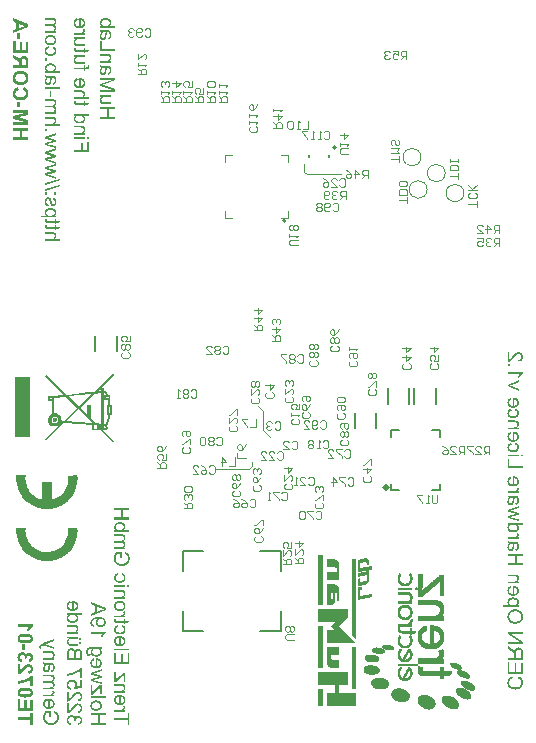
<source format=gbo>
G04 Layer_Color=32896*
%FSLAX25Y25*%
%MOIN*%
G70*
G01*
G75*
%ADD55C,0.00394*%
%ADD56C,0.00787*%
%ADD57C,0.01181*%
%ADD63C,0.00472*%
%ADD77C,0.00709*%
%ADD78C,0.00118*%
G36*
X51534Y50349D02*
X51082D01*
X51176Y50269D01*
X51257Y50181D01*
X51329Y50094D01*
X51388Y50006D01*
X51439Y49911D01*
X51483Y49824D01*
X51519Y49736D01*
X51548Y49656D01*
X51570Y49576D01*
X51585Y49503D01*
X51599Y49437D01*
X51607Y49387D01*
X51614Y49343D01*
Y49306D01*
Y49284D01*
Y49277D01*
X51607Y49102D01*
X51577Y48942D01*
X51534Y48796D01*
X51490Y48672D01*
X51446Y48570D01*
X51402Y48497D01*
X51388Y48468D01*
X51373Y48446D01*
X51366Y48439D01*
Y48432D01*
X51271Y48308D01*
X51155Y48198D01*
X51045Y48103D01*
X50936Y48023D01*
X50834Y47965D01*
X50754Y47921D01*
X50724Y47907D01*
X50703Y47892D01*
X50688Y47885D01*
X50681D01*
X50513Y47819D01*
X50345Y47775D01*
X50185Y47739D01*
X50039Y47717D01*
X49908Y47703D01*
X49857D01*
X49806Y47695D01*
X49718D01*
X49580Y47703D01*
X49441Y47710D01*
X49194Y47761D01*
X49077Y47790D01*
X48975Y47826D01*
X48873Y47863D01*
X48785Y47899D01*
X48698Y47936D01*
X48625Y47972D01*
X48567Y48009D01*
X48508Y48038D01*
X48472Y48067D01*
X48435Y48089D01*
X48421Y48096D01*
X48414Y48103D01*
X48319Y48184D01*
X48239Y48271D01*
X48166Y48366D01*
X48100Y48461D01*
X48049Y48563D01*
X48005Y48658D01*
X47969Y48752D01*
X47940Y48847D01*
X47918Y48935D01*
X47903Y49015D01*
X47889Y49088D01*
X47881Y49153D01*
Y49204D01*
X47874Y49241D01*
Y49270D01*
Y49277D01*
X47881Y49387D01*
X47896Y49496D01*
X47918Y49598D01*
X47947Y49693D01*
X48027Y49860D01*
X48115Y50013D01*
X48158Y50072D01*
X48202Y50130D01*
X48246Y50181D01*
X48282Y50218D01*
X48311Y50247D01*
X48333Y50269D01*
X48348Y50283D01*
X48355Y50291D01*
X48151D01*
X48056Y50283D01*
X47903D01*
X47838Y50276D01*
X47779D01*
X47728Y50269D01*
X47655Y50261D01*
X47597Y50254D01*
X47568Y50247D01*
X47561D01*
X47451Y50210D01*
X47356Y50159D01*
X47276Y50108D01*
X47203Y50057D01*
X47152Y50006D01*
X47109Y49962D01*
X47087Y49933D01*
X47079Y49926D01*
X47021Y49831D01*
X46977Y49722D01*
X46948Y49613D01*
X46926Y49510D01*
X46912Y49408D01*
X46905Y49336D01*
Y49306D01*
Y49284D01*
Y49270D01*
Y49263D01*
X46912Y49124D01*
X46934Y48993D01*
X46963Y48884D01*
X46999Y48796D01*
X47028Y48723D01*
X47058Y48672D01*
X47079Y48643D01*
X47087Y48628D01*
X47138Y48570D01*
X47203Y48526D01*
X47269Y48490D01*
X47335Y48461D01*
X47400Y48446D01*
X47451Y48432D01*
X47480Y48424D01*
X47495D01*
X47575Y47819D01*
X47466D01*
X47371Y47834D01*
X47276Y47848D01*
X47189Y47870D01*
X47036Y47936D01*
X46912Y48009D01*
X46817Y48082D01*
X46751Y48140D01*
X46708Y48191D01*
X46700Y48198D01*
X46693Y48206D01*
X46591Y48366D01*
X46518Y48541D01*
X46467Y48716D01*
X46431Y48884D01*
X46416Y48964D01*
X46409Y49037D01*
X46401Y49095D01*
Y49153D01*
X46394Y49197D01*
Y49233D01*
Y49255D01*
Y49263D01*
X46401Y49459D01*
X46431Y49642D01*
X46460Y49802D01*
X46503Y49933D01*
X46540Y50043D01*
X46554Y50086D01*
X46576Y50123D01*
X46584Y50152D01*
X46598Y50174D01*
X46606Y50181D01*
Y50188D01*
X46686Y50320D01*
X46780Y50436D01*
X46875Y50531D01*
X46963Y50611D01*
X47043Y50669D01*
X47109Y50706D01*
X47152Y50735D01*
X47160Y50742D01*
X47167D01*
X47240Y50772D01*
X47320Y50801D01*
X47407Y50823D01*
X47502Y50845D01*
X47706Y50874D01*
X47903Y50896D01*
X47998Y50903D01*
X48085Y50910D01*
X48166D01*
X48231Y50917D01*
X51534D01*
Y50349D01*
D02*
G37*
G36*
X188887Y107781D02*
X189040Y107766D01*
X189186Y107744D01*
X189325Y107715D01*
X189449Y107679D01*
X189565Y107642D01*
X189667Y107598D01*
X189762Y107555D01*
X189849Y107511D01*
X189922Y107467D01*
X189981Y107431D01*
X190032Y107394D01*
X190076Y107365D01*
X190105Y107343D01*
X190119Y107329D01*
X190127Y107321D01*
X190214Y107234D01*
X190294Y107139D01*
X190360Y107037D01*
X190418Y106935D01*
X190469Y106833D01*
X190506Y106738D01*
X190542Y106636D01*
X190564Y106549D01*
X190586Y106454D01*
X190600Y106374D01*
X190615Y106301D01*
X190622Y106242D01*
X190629Y106191D01*
Y106148D01*
Y106126D01*
Y106119D01*
X190622Y105980D01*
X190608Y105849D01*
X190586Y105725D01*
X190549Y105608D01*
X190513Y105499D01*
X190469Y105397D01*
X190425Y105302D01*
X190374Y105222D01*
X190331Y105142D01*
X190280Y105076D01*
X190236Y105018D01*
X190199Y104974D01*
X190163Y104938D01*
X190141Y104908D01*
X190127Y104894D01*
X190119Y104886D01*
X190017Y104806D01*
X189908Y104733D01*
X189798Y104668D01*
X189682Y104610D01*
X189558Y104566D01*
X189441Y104529D01*
X189208Y104471D01*
X189106Y104449D01*
X189004Y104435D01*
X188916Y104427D01*
X188836Y104420D01*
X188771Y104413D01*
X188683D01*
X188523Y104420D01*
X188370Y104435D01*
X188224Y104456D01*
X188093Y104485D01*
X187969Y104522D01*
X187852Y104558D01*
X187750Y104602D01*
X187655Y104646D01*
X187575Y104690D01*
X187502Y104733D01*
X187444Y104770D01*
X187393Y104806D01*
X187349Y104835D01*
X187320Y104857D01*
X187305Y104872D01*
X187298Y104879D01*
X187211Y104974D01*
X187138Y105069D01*
X187072Y105171D01*
X187014Y105280D01*
X186970Y105382D01*
X186926Y105492D01*
X186868Y105696D01*
X186853Y105790D01*
X186839Y105878D01*
X186824Y105958D01*
X186817Y106024D01*
X186810Y106075D01*
Y106119D01*
Y106148D01*
Y106155D01*
X186824Y106381D01*
X186861Y106585D01*
X186904Y106767D01*
X186934Y106840D01*
X186963Y106913D01*
X186992Y106979D01*
X187021Y107037D01*
X187043Y107081D01*
X187065Y107124D01*
X187087Y107154D01*
X187101Y107176D01*
X187116Y107190D01*
Y107197D01*
X187247Y107343D01*
X187385Y107460D01*
X187531Y107562D01*
X187670Y107635D01*
X187794Y107693D01*
X187852Y107715D01*
X187896Y107737D01*
X187940Y107752D01*
X187969Y107759D01*
X187983Y107766D01*
X187991D01*
X188071Y107124D01*
X187932Y107066D01*
X187816Y107001D01*
X187714Y106935D01*
X187633Y106877D01*
X187575Y106826D01*
X187531Y106782D01*
X187502Y106745D01*
X187495Y106738D01*
X187436Y106643D01*
X187393Y106549D01*
X187364Y106447D01*
X187342Y106359D01*
X187327Y106279D01*
X187320Y106213D01*
Y106169D01*
Y106162D01*
Y106155D01*
X187327Y106068D01*
X187334Y105987D01*
X187371Y105842D01*
X187422Y105710D01*
X187480Y105594D01*
X187531Y105506D01*
X187582Y105440D01*
X187619Y105397D01*
X187633Y105389D01*
Y105382D01*
X187765Y105280D01*
X187910Y105200D01*
X188071Y105142D01*
X188216Y105098D01*
X188348Y105076D01*
X188406Y105061D01*
X188457Y105054D01*
X188501D01*
X188530Y105047D01*
X188559D01*
Y107781D01*
X188632Y107788D01*
X188720D01*
X188887Y107781D01*
D02*
G37*
G36*
X49872Y47170D02*
X50025Y47156D01*
X50170Y47134D01*
X50309Y47105D01*
X50433Y47068D01*
X50550Y47032D01*
X50652Y46988D01*
X50746Y46944D01*
X50834Y46901D01*
X50907Y46857D01*
X50965Y46820D01*
X51016Y46784D01*
X51060Y46755D01*
X51089Y46733D01*
X51104Y46718D01*
X51111Y46711D01*
X51198Y46624D01*
X51278Y46529D01*
X51344Y46427D01*
X51402Y46325D01*
X51453Y46223D01*
X51490Y46128D01*
X51526Y46026D01*
X51548Y45938D01*
X51570Y45844D01*
X51585Y45763D01*
X51599Y45691D01*
X51607Y45632D01*
X51614Y45581D01*
Y45537D01*
Y45515D01*
Y45508D01*
X51607Y45370D01*
X51592Y45239D01*
X51570Y45115D01*
X51534Y44998D01*
X51497Y44889D01*
X51453Y44787D01*
X51410Y44692D01*
X51359Y44611D01*
X51315Y44531D01*
X51264Y44466D01*
X51220Y44407D01*
X51184Y44364D01*
X51147Y44327D01*
X51125Y44298D01*
X51111Y44284D01*
X51104Y44276D01*
X51001Y44196D01*
X50892Y44123D01*
X50783Y44058D01*
X50666Y43999D01*
X50542Y43955D01*
X50425Y43919D01*
X50192Y43861D01*
X50090Y43839D01*
X49988Y43824D01*
X49901Y43817D01*
X49820Y43810D01*
X49755Y43802D01*
X49667D01*
X49507Y43810D01*
X49354Y43824D01*
X49208Y43846D01*
X49077Y43875D01*
X48953Y43912D01*
X48836Y43948D01*
X48734Y43992D01*
X48640Y44036D01*
X48559Y44079D01*
X48486Y44123D01*
X48428Y44160D01*
X48377Y44196D01*
X48333Y44225D01*
X48304Y44247D01*
X48290Y44262D01*
X48282Y44269D01*
X48195Y44364D01*
X48122Y44458D01*
X48056Y44561D01*
X47998Y44670D01*
X47954Y44772D01*
X47910Y44881D01*
X47852Y45085D01*
X47838Y45180D01*
X47823Y45268D01*
X47808Y45348D01*
X47801Y45414D01*
X47794Y45465D01*
Y45508D01*
Y45537D01*
Y45545D01*
X47808Y45771D01*
X47845Y45975D01*
X47889Y46157D01*
X47918Y46230D01*
X47947Y46303D01*
X47976Y46368D01*
X48005Y46427D01*
X48027Y46470D01*
X48049Y46514D01*
X48071Y46543D01*
X48085Y46565D01*
X48100Y46580D01*
Y46587D01*
X48231Y46733D01*
X48370Y46850D01*
X48515Y46952D01*
X48654Y47025D01*
X48778Y47083D01*
X48836Y47105D01*
X48880Y47127D01*
X48924Y47141D01*
X48953Y47148D01*
X48967Y47156D01*
X48975D01*
X49055Y46514D01*
X48917Y46456D01*
X48800Y46390D01*
X48698Y46325D01*
X48618Y46266D01*
X48559Y46215D01*
X48515Y46172D01*
X48486Y46135D01*
X48479Y46128D01*
X48421Y46033D01*
X48377Y45938D01*
X48348Y45836D01*
X48326Y45749D01*
X48311Y45669D01*
X48304Y45603D01*
Y45559D01*
Y45552D01*
Y45545D01*
X48311Y45457D01*
X48319Y45377D01*
X48355Y45231D01*
X48406Y45100D01*
X48465Y44983D01*
X48515Y44896D01*
X48567Y44830D01*
X48603Y44787D01*
X48618Y44779D01*
Y44772D01*
X48749Y44670D01*
X48895Y44590D01*
X49055Y44531D01*
X49201Y44488D01*
X49332Y44466D01*
X49390Y44451D01*
X49441Y44444D01*
X49485D01*
X49514Y44437D01*
X49543D01*
Y47170D01*
X49616Y47178D01*
X49704D01*
X49872Y47170D01*
D02*
G37*
G36*
X48406Y36607D02*
X48399Y36330D01*
X48392Y36199D01*
Y36075D01*
X48384Y35973D01*
X48377Y35893D01*
X48370Y35864D01*
Y35842D01*
Y35827D01*
Y35820D01*
X48800Y36206D01*
X51118Y38189D01*
X51534D01*
Y35200D01*
X51031D01*
Y36687D01*
Y36804D01*
X51038Y36928D01*
Y37045D01*
X51045Y37154D01*
Y37249D01*
X51052Y37322D01*
Y37351D01*
Y37373D01*
Y37380D01*
Y37387D01*
X48370Y35062D01*
X47874D01*
Y38298D01*
X48406D01*
Y36607D01*
D02*
G37*
G36*
X51534Y42884D02*
X49412Y42257D01*
X48705Y42046D01*
X49405Y41863D01*
X51534Y41317D01*
Y40682D01*
X49383Y40099D01*
X49259Y40070D01*
X49150Y40041D01*
X49055Y40019D01*
X48975Y39997D01*
X48902Y39975D01*
X48844Y39961D01*
X48793Y39946D01*
X48749Y39939D01*
X48712Y39931D01*
X48691Y39924D01*
X48654Y39917D01*
X48640Y39909D01*
X48632D01*
X49420Y39705D01*
X51534Y39122D01*
Y38473D01*
X47874Y39582D01*
Y40238D01*
X50688Y40974D01*
X50061Y41120D01*
X47874Y41703D01*
Y42337D01*
X51534Y43489D01*
Y42884D01*
D02*
G37*
G36*
X52919Y63843D02*
Y63114D01*
X47874Y61189D01*
Y61896D01*
X49405Y62443D01*
Y64557D01*
X47874Y65148D01*
Y65906D01*
X52919Y63843D01*
D02*
G37*
G36*
X41662Y28216D02*
X41822Y28187D01*
X41961Y28143D01*
X42078Y28100D01*
X42172Y28056D01*
X42245Y28012D01*
X42289Y27983D01*
X42304Y27976D01*
X42413Y27874D01*
X42508Y27764D01*
X42581Y27648D01*
X42639Y27531D01*
X42683Y27429D01*
X42712Y27349D01*
X42719Y27320D01*
X42726Y27298D01*
X42734Y27283D01*
Y27276D01*
X42799Y27400D01*
X42865Y27502D01*
X42938Y27589D01*
X43003Y27662D01*
X43062Y27721D01*
X43113Y27764D01*
X43142Y27786D01*
X43157Y27793D01*
X43259Y27852D01*
X43361Y27896D01*
X43463Y27932D01*
X43558Y27954D01*
X43638Y27968D01*
X43696Y27976D01*
X43754D01*
X43878Y27968D01*
X44002Y27947D01*
X44112Y27918D01*
X44206Y27881D01*
X44287Y27845D01*
X44352Y27815D01*
X44389Y27793D01*
X44403Y27786D01*
X44513Y27713D01*
X44607Y27626D01*
X44688Y27538D01*
X44760Y27451D01*
X44811Y27378D01*
X44855Y27312D01*
X44877Y27269D01*
X44884Y27261D01*
Y27254D01*
X44943Y27123D01*
X44986Y26992D01*
X45023Y26860D01*
X45045Y26744D01*
X45059Y26649D01*
X45067Y26569D01*
Y26540D01*
Y26518D01*
Y26503D01*
Y26496D01*
Y26386D01*
X45052Y26285D01*
X45015Y26088D01*
X44957Y25920D01*
X44899Y25774D01*
X44862Y25709D01*
X44833Y25657D01*
X44804Y25607D01*
X44775Y25570D01*
X44753Y25541D01*
X44739Y25519D01*
X44731Y25504D01*
X44724Y25497D01*
X44585Y25359D01*
X44432Y25249D01*
X44272Y25162D01*
X44112Y25089D01*
X43973Y25045D01*
X43915Y25023D01*
X43864Y25009D01*
X43820Y25001D01*
X43791Y24994D01*
X43769Y24987D01*
X43762D01*
X43652Y25607D01*
X43813Y25636D01*
X43951Y25679D01*
X44068Y25730D01*
X44163Y25782D01*
X44236Y25833D01*
X44287Y25876D01*
X44323Y25905D01*
X44330Y25913D01*
X44403Y26008D01*
X44462Y26109D01*
X44498Y26204D01*
X44527Y26299D01*
X44542Y26386D01*
X44556Y26452D01*
Y26496D01*
Y26503D01*
Y26511D01*
X44549Y26642D01*
X44520Y26758D01*
X44483Y26860D01*
X44447Y26948D01*
X44403Y27013D01*
X44367Y27064D01*
X44337Y27101D01*
X44330Y27108D01*
X44243Y27189D01*
X44148Y27247D01*
X44053Y27283D01*
X43966Y27312D01*
X43886Y27327D01*
X43827Y27341D01*
X43689D01*
X43616Y27327D01*
X43492Y27290D01*
X43383Y27240D01*
X43288Y27181D01*
X43222Y27123D01*
X43171Y27072D01*
X43142Y27035D01*
X43135Y27028D01*
Y27021D01*
X43069Y26897D01*
X43018Y26780D01*
X42982Y26656D01*
X42960Y26547D01*
X42945Y26452D01*
X42931Y26372D01*
Y26343D01*
Y26321D01*
Y26314D01*
Y26306D01*
Y26277D01*
X42938Y26248D01*
Y26219D01*
Y26212D01*
X42391Y26139D01*
X42413Y26234D01*
X42428Y26321D01*
X42442Y26394D01*
X42449Y26459D01*
X42457Y26511D01*
Y26547D01*
Y26569D01*
Y26576D01*
X42442Y26729D01*
X42413Y26868D01*
X42369Y26992D01*
X42318Y27094D01*
X42267Y27174D01*
X42224Y27232D01*
X42194Y27269D01*
X42180Y27283D01*
X42070Y27378D01*
X41954Y27451D01*
X41837Y27502D01*
X41720Y27531D01*
X41626Y27553D01*
X41546Y27560D01*
X41516Y27567D01*
X41473D01*
X41312Y27553D01*
X41166Y27516D01*
X41043Y27473D01*
X40933Y27414D01*
X40846Y27356D01*
X40780Y27312D01*
X40736Y27276D01*
X40722Y27261D01*
X40620Y27145D01*
X40547Y27021D01*
X40496Y26897D01*
X40459Y26780D01*
X40437Y26678D01*
X40430Y26598D01*
X40423Y26569D01*
Y26547D01*
Y26532D01*
Y26525D01*
X40430Y26394D01*
X40459Y26270D01*
X40496Y26161D01*
X40540Y26073D01*
X40576Y26000D01*
X40612Y25942D01*
X40641Y25913D01*
X40649Y25898D01*
X40751Y25811D01*
X40867Y25738D01*
X40991Y25672D01*
X41123Y25621D01*
X41232Y25585D01*
X41283Y25570D01*
X41327Y25563D01*
X41363Y25556D01*
X41392Y25548D01*
X41407Y25541D01*
X41414D01*
X41334Y24921D01*
X41217Y24936D01*
X41108Y24958D01*
X40904Y25023D01*
X40729Y25104D01*
X40656Y25147D01*
X40583Y25191D01*
X40518Y25235D01*
X40467Y25278D01*
X40415Y25315D01*
X40379Y25351D01*
X40350Y25373D01*
X40328Y25395D01*
X40314Y25410D01*
X40306Y25417D01*
X40241Y25504D01*
X40175Y25592D01*
X40124Y25679D01*
X40080Y25774D01*
X40007Y25956D01*
X39963Y26131D01*
X39949Y26212D01*
X39934Y26285D01*
X39927Y26350D01*
X39920Y26408D01*
X39913Y26452D01*
Y26489D01*
Y26511D01*
Y26518D01*
X39920Y26656D01*
X39934Y26780D01*
X39956Y26904D01*
X39985Y27021D01*
X40022Y27130D01*
X40058Y27225D01*
X40102Y27320D01*
X40146Y27400D01*
X40182Y27480D01*
X40226Y27546D01*
X40262Y27604D01*
X40299Y27648D01*
X40328Y27684D01*
X40350Y27713D01*
X40365Y27728D01*
X40372Y27735D01*
X40459Y27823D01*
X40554Y27896D01*
X40649Y27961D01*
X40744Y28019D01*
X40831Y28063D01*
X40926Y28107D01*
X41101Y28165D01*
X41181Y28180D01*
X41254Y28194D01*
X41320Y28209D01*
X41378Y28216D01*
X41422Y28224D01*
X41487D01*
X41662Y28216D01*
D02*
G37*
G36*
X190491Y104128D02*
X190542Y104012D01*
X190578Y103910D01*
X190608Y103815D01*
X190622Y103735D01*
X190629Y103669D01*
Y103633D01*
Y103618D01*
X190622Y103538D01*
X190608Y103465D01*
X190586Y103392D01*
X190564Y103334D01*
X190542Y103290D01*
X190520Y103246D01*
X190506Y103224D01*
X190498Y103217D01*
X190440Y103152D01*
X190367Y103086D01*
X190280Y103020D01*
X190199Y102962D01*
X190119Y102904D01*
X190054Y102867D01*
X190003Y102838D01*
X189995Y102831D01*
X190549D01*
Y102269D01*
X186890D01*
Y102889D01*
X188800D01*
X188945Y102896D01*
X189077Y102904D01*
X189201Y102918D01*
X189310Y102940D01*
X189398Y102962D01*
X189463Y102977D01*
X189507Y102984D01*
X189522Y102991D01*
X189602Y103020D01*
X189667Y103057D01*
X189726Y103093D01*
X189777Y103130D01*
X189813Y103166D01*
X189842Y103188D01*
X189857Y103210D01*
X189864Y103217D01*
X189908Y103275D01*
X189937Y103341D01*
X189959Y103407D01*
X189973Y103458D01*
X189981Y103509D01*
X189988Y103545D01*
Y103574D01*
Y103582D01*
X189981Y103662D01*
X189966Y103742D01*
X189944Y103822D01*
X189922Y103888D01*
X189901Y103946D01*
X189879Y103990D01*
X189864Y104019D01*
X189857Y104026D01*
X190425Y104252D01*
X190491Y104128D01*
D02*
G37*
G36*
X52941Y55576D02*
X52817Y55503D01*
X52700Y55423D01*
X52583Y55328D01*
X52481Y55240D01*
X52394Y55153D01*
X52321Y55087D01*
X52299Y55058D01*
X52277Y55036D01*
X52270Y55029D01*
X52263Y55022D01*
X52139Y54869D01*
X52022Y54716D01*
X51920Y54570D01*
X51840Y54424D01*
X51767Y54300D01*
X51738Y54249D01*
X51716Y54205D01*
X51694Y54169D01*
X51687Y54140D01*
X51672Y54125D01*
Y54118D01*
X51074D01*
X51118Y54227D01*
X51169Y54336D01*
X51220Y54446D01*
X51271Y54548D01*
X51315Y54635D01*
X51351Y54708D01*
X51380Y54752D01*
X51388Y54759D01*
Y54766D01*
X51468Y54898D01*
X51548Y55014D01*
X51621Y55116D01*
X51687Y55197D01*
X51738Y55269D01*
X51781Y55313D01*
X51811Y55350D01*
X51818Y55357D01*
X47874D01*
Y55977D01*
X52941D01*
Y55576D01*
D02*
G37*
G36*
X50827Y60875D02*
X50972Y60861D01*
X51111Y60846D01*
X51235Y60832D01*
X51351Y60817D01*
X51461Y60795D01*
X51556Y60773D01*
X51636Y60752D01*
X51709Y60737D01*
X51774Y60715D01*
X51825Y60701D01*
X51862Y60686D01*
X51891Y60671D01*
X51905Y60664D01*
X51913D01*
X52088Y60577D01*
X52241Y60482D01*
X52372Y60373D01*
X52481Y60278D01*
X52561Y60183D01*
X52620Y60110D01*
X52642Y60081D01*
X52656Y60059D01*
X52671Y60052D01*
Y60044D01*
X52758Y59891D01*
X52824Y59738D01*
X52875Y59585D01*
X52904Y59447D01*
X52926Y59323D01*
X52933Y59272D01*
Y59235D01*
X52941Y59199D01*
Y59170D01*
Y59155D01*
Y59148D01*
X52933Y59024D01*
X52919Y58907D01*
X52897Y58791D01*
X52868Y58688D01*
X52788Y58492D01*
X52751Y58404D01*
X52707Y58331D01*
X52656Y58258D01*
X52620Y58200D01*
X52576Y58142D01*
X52540Y58098D01*
X52510Y58062D01*
X52489Y58040D01*
X52474Y58025D01*
X52467Y58018D01*
X52379Y57938D01*
X52277Y57872D01*
X52182Y57806D01*
X52080Y57755D01*
X51971Y57712D01*
X51869Y57675D01*
X51679Y57624D01*
X51585Y57602D01*
X51504Y57588D01*
X51424Y57581D01*
X51359Y57573D01*
X51308Y57566D01*
X51235D01*
X51096Y57573D01*
X50972Y57588D01*
X50848Y57602D01*
X50732Y57631D01*
X50630Y57668D01*
X50528Y57704D01*
X50440Y57741D01*
X50360Y57785D01*
X50287Y57821D01*
X50221Y57858D01*
X50170Y57894D01*
X50119Y57930D01*
X50083Y57960D01*
X50061Y57974D01*
X50046Y57989D01*
X50039Y57996D01*
X49959Y58076D01*
X49893Y58164D01*
X49828Y58251D01*
X49777Y58346D01*
X49733Y58433D01*
X49696Y58521D01*
X49646Y58688D01*
X49624Y58761D01*
X49609Y58834D01*
X49602Y58893D01*
X49595Y58951D01*
X49587Y58995D01*
Y59024D01*
Y59046D01*
Y59053D01*
X49595Y59192D01*
X49616Y59323D01*
X49646Y59439D01*
X49682Y59549D01*
X49711Y59629D01*
X49740Y59695D01*
X49762Y59738D01*
X49769Y59753D01*
X49842Y59869D01*
X49922Y59972D01*
X50003Y60059D01*
X50076Y60132D01*
X50148Y60183D01*
X50200Y60227D01*
X50236Y60256D01*
X50251Y60263D01*
X50127D01*
X49981Y60256D01*
X49842Y60249D01*
X49718Y60234D01*
X49602Y60219D01*
X49507Y60198D01*
X49434Y60183D01*
X49405Y60176D01*
X49383D01*
X49376Y60168D01*
X49369D01*
X49237Y60132D01*
X49121Y60096D01*
X49018Y60059D01*
X48931Y60023D01*
X48866Y59993D01*
X48814Y59964D01*
X48778Y59950D01*
X48771Y59942D01*
X48691Y59884D01*
X48625Y59826D01*
X48567Y59768D01*
X48515Y59709D01*
X48472Y59665D01*
X48443Y59622D01*
X48428Y59592D01*
X48421Y59585D01*
X48377Y59505D01*
X48348Y59417D01*
X48326Y59337D01*
X48311Y59257D01*
X48304Y59192D01*
X48297Y59140D01*
Y59104D01*
Y59089D01*
X48304Y58973D01*
X48326Y58864D01*
X48355Y58769D01*
X48392Y58688D01*
X48421Y58630D01*
X48450Y58579D01*
X48472Y58550D01*
X48479Y58543D01*
X48559Y58470D01*
X48654Y58412D01*
X48756Y58360D01*
X48858Y58324D01*
X48946Y58295D01*
X49026Y58273D01*
X49055Y58266D01*
X49070D01*
X49084Y58258D01*
X49091D01*
X49040Y57661D01*
X48829Y57704D01*
X48647Y57763D01*
X48486Y57836D01*
X48355Y57908D01*
X48253Y57981D01*
X48209Y58018D01*
X48173Y58047D01*
X48151Y58069D01*
X48129Y58091D01*
X48122Y58098D01*
X48115Y58105D01*
X48056Y58178D01*
X48005Y58258D01*
X47925Y58419D01*
X47867Y58579D01*
X47830Y58732D01*
X47801Y58871D01*
X47794Y58929D01*
Y58980D01*
X47787Y59017D01*
Y59046D01*
Y59068D01*
Y59075D01*
X47801Y59279D01*
X47830Y59461D01*
X47881Y59629D01*
X47940Y59768D01*
X47962Y59826D01*
X47991Y59884D01*
X48020Y59928D01*
X48042Y59972D01*
X48056Y60001D01*
X48071Y60023D01*
X48085Y60037D01*
Y60044D01*
X48209Y60190D01*
X48348Y60321D01*
X48494Y60424D01*
X48632Y60511D01*
X48756Y60584D01*
X48814Y60613D01*
X48858Y60635D01*
X48902Y60650D01*
X48931Y60664D01*
X48946Y60671D01*
X48953D01*
X49062Y60708D01*
X49186Y60744D01*
X49434Y60795D01*
X49696Y60832D01*
X49944Y60854D01*
X50054Y60868D01*
X50163Y60875D01*
X50258D01*
X50338Y60883D01*
X50666D01*
X50827Y60875D01*
D02*
G37*
G36*
X57775Y92527D02*
X57913Y92520D01*
X58037Y92498D01*
X58146Y92476D01*
X58241Y92454D01*
X58314Y92440D01*
X58336Y92432D01*
X58358Y92425D01*
X58365Y92418D01*
X58372D01*
X58496Y92374D01*
X58613Y92323D01*
X58715Y92272D01*
X58802Y92221D01*
X58868Y92177D01*
X58919Y92141D01*
X58956Y92119D01*
X58963Y92112D01*
X59050Y92039D01*
X59131Y91951D01*
X59196Y91871D01*
X59247Y91791D01*
X59291Y91725D01*
X59327Y91667D01*
X59342Y91631D01*
X59349Y91616D01*
X59393Y91507D01*
X59430Y91390D01*
X59451Y91281D01*
X59473Y91186D01*
X59481Y91106D01*
X59488Y91040D01*
Y90996D01*
Y90989D01*
Y90982D01*
X59481Y90872D01*
X59466Y90763D01*
X59444Y90661D01*
X59408Y90566D01*
X59335Y90399D01*
X59240Y90253D01*
X59196Y90194D01*
X59153Y90136D01*
X59109Y90092D01*
X59072Y90056D01*
X59036Y90020D01*
X59014Y89998D01*
X58999Y89990D01*
X58992Y89983D01*
X60793D01*
Y89363D01*
X55748D01*
Y89939D01*
X56207D01*
X56112Y90012D01*
X56032Y90085D01*
X55959Y90165D01*
X55894Y90253D01*
X55843Y90333D01*
X55799Y90420D01*
X55763Y90501D01*
X55734Y90581D01*
X55697Y90727D01*
X55682Y90792D01*
X55675Y90843D01*
Y90887D01*
X55668Y90924D01*
Y90945D01*
Y90953D01*
X55675Y91069D01*
X55690Y91186D01*
X55712Y91295D01*
X55748Y91397D01*
X55828Y91594D01*
X55879Y91674D01*
X55923Y91755D01*
X55974Y91827D01*
X56018Y91886D01*
X56062Y91937D01*
X56098Y91988D01*
X56134Y92024D01*
X56156Y92046D01*
X56171Y92061D01*
X56178Y92068D01*
X56280Y92148D01*
X56389Y92221D01*
X56499Y92287D01*
X56623Y92338D01*
X56739Y92381D01*
X56863Y92418D01*
X57097Y92476D01*
X57206Y92498D01*
X57308Y92513D01*
X57396Y92520D01*
X57476Y92527D01*
X57541Y92535D01*
X57629D01*
X57775Y92527D01*
D02*
G37*
G36*
X190549Y114429D02*
X186890D01*
Y115049D01*
X190549D01*
Y114429D01*
D02*
G37*
G36*
X58474Y88445D02*
X58577Y88430D01*
X58664Y88416D01*
X58751Y88394D01*
X58824Y88365D01*
X58890Y88343D01*
X58956Y88314D01*
X59007Y88284D01*
X59058Y88263D01*
X59123Y88212D01*
X59167Y88182D01*
X59182Y88168D01*
X59284Y88051D01*
X59357Y87913D01*
X59415Y87774D01*
X59451Y87643D01*
X59473Y87519D01*
X59481Y87468D01*
Y87417D01*
X59488Y87380D01*
Y87351D01*
Y87337D01*
Y87330D01*
X59481Y87198D01*
X59459Y87082D01*
X59430Y86965D01*
X59386Y86856D01*
X59335Y86754D01*
X59284Y86659D01*
X59225Y86579D01*
X59167Y86498D01*
X59101Y86426D01*
X59043Y86367D01*
X58992Y86316D01*
X58941Y86272D01*
X58897Y86236D01*
X58868Y86214D01*
X58846Y86199D01*
X58839Y86192D01*
X58948Y86149D01*
X59043Y86090D01*
X59123Y86025D01*
X59189Y85966D01*
X59247Y85908D01*
X59284Y85864D01*
X59306Y85835D01*
X59313Y85821D01*
X59371Y85718D01*
X59415Y85609D01*
X59444Y85500D01*
X59466Y85390D01*
X59481Y85303D01*
X59488Y85223D01*
Y85194D01*
Y85179D01*
Y85164D01*
Y85157D01*
X59481Y85026D01*
X59459Y84902D01*
X59437Y84793D01*
X59408Y84698D01*
X59371Y84618D01*
X59349Y84559D01*
X59327Y84523D01*
X59320Y84508D01*
X59254Y84406D01*
X59182Y84319D01*
X59109Y84238D01*
X59036Y84173D01*
X58978Y84122D01*
X58926Y84078D01*
X58897Y84056D01*
X58883Y84049D01*
X59408D01*
Y83495D01*
X55748D01*
Y84115D01*
X57643D01*
X57818Y84122D01*
X57972Y84129D01*
X58103Y84144D01*
X58212Y84166D01*
X58292Y84188D01*
X58351Y84202D01*
X58387Y84209D01*
X58402Y84217D01*
X58496Y84260D01*
X58577Y84311D01*
X58649Y84363D01*
X58708Y84413D01*
X58751Y84465D01*
X58781Y84501D01*
X58802Y84530D01*
X58810Y84537D01*
X58854Y84625D01*
X58890Y84705D01*
X58912Y84793D01*
X58934Y84865D01*
X58941Y84924D01*
X58948Y84975D01*
Y85004D01*
Y85019D01*
X58941Y85142D01*
X58919Y85245D01*
X58883Y85332D01*
X58846Y85398D01*
X58802Y85449D01*
X58773Y85485D01*
X58744Y85507D01*
X58737Y85514D01*
X58649Y85565D01*
X58555Y85602D01*
X58453Y85631D01*
X58351Y85646D01*
X58263Y85660D01*
X58183Y85667D01*
X55748D01*
Y86287D01*
X57869D01*
X58066Y86302D01*
X58234Y86331D01*
X58372Y86367D01*
X58489Y86418D01*
X58577Y86462D01*
X58635Y86506D01*
X58671Y86535D01*
X58686Y86542D01*
X58773Y86644D01*
X58839Y86754D01*
X58883Y86863D01*
X58919Y86965D01*
X58934Y87053D01*
X58941Y87125D01*
X58948Y87155D01*
Y87176D01*
Y87184D01*
Y87191D01*
X58941Y87271D01*
X58934Y87337D01*
X58919Y87402D01*
X58897Y87453D01*
X58875Y87504D01*
X58861Y87534D01*
X58854Y87555D01*
X58846Y87563D01*
X58802Y87621D01*
X58759Y87665D01*
X58715Y87701D01*
X58671Y87730D01*
X58635Y87752D01*
X58606Y87767D01*
X58584Y87782D01*
X58577D01*
X58511Y87803D01*
X58424Y87818D01*
X58336Y87825D01*
X58249Y87832D01*
X58168Y87840D01*
X55748D01*
Y88459D01*
X58372D01*
X58474Y88445D01*
D02*
G37*
G36*
X57089Y74915D02*
X56929Y74885D01*
X56783Y74842D01*
X56667Y74783D01*
X56572Y74732D01*
X56492Y74681D01*
X56441Y74638D01*
X56404Y74616D01*
X56397Y74601D01*
X56324Y74506D01*
X56273Y74404D01*
X56229Y74302D01*
X56207Y74208D01*
X56193Y74127D01*
X56185Y74054D01*
X56178Y74011D01*
Y74003D01*
Y73996D01*
X56185Y73916D01*
X56193Y73836D01*
X56229Y73690D01*
X56280Y73566D01*
X56346Y73457D01*
X56404Y73376D01*
X56455Y73311D01*
X56492Y73274D01*
X56506Y73260D01*
X56572Y73209D01*
X56652Y73165D01*
X56812Y73099D01*
X56995Y73048D01*
X57170Y73019D01*
X57330Y72997D01*
X57396Y72990D01*
X57461D01*
X57505Y72983D01*
X57709D01*
X57833Y72997D01*
X57950Y73012D01*
X58052Y73027D01*
X58146Y73048D01*
X58234Y73077D01*
X58314Y73099D01*
X58387Y73129D01*
X58445Y73158D01*
X58496Y73180D01*
X58540Y73209D01*
X58577Y73231D01*
X58606Y73245D01*
X58628Y73260D01*
X58635Y73274D01*
X58642D01*
X58701Y73333D01*
X58751Y73391D01*
X58839Y73515D01*
X58897Y73646D01*
X58934Y73763D01*
X58963Y73872D01*
X58970Y73952D01*
X58978Y73989D01*
Y74011D01*
Y74025D01*
Y74032D01*
X58970Y74142D01*
X58948Y74244D01*
X58919Y74331D01*
X58883Y74412D01*
X58846Y74470D01*
X58817Y74521D01*
X58795Y74550D01*
X58788Y74557D01*
X58715Y74630D01*
X58628Y74696D01*
X58533Y74754D01*
X58445Y74791D01*
X58365Y74827D01*
X58299Y74849D01*
X58256Y74856D01*
X58249Y74864D01*
X58241D01*
X58336Y75469D01*
X58533Y75418D01*
X58701Y75345D01*
X58846Y75265D01*
X58963Y75184D01*
X59058Y75104D01*
X59123Y75038D01*
X59167Y74995D01*
X59182Y74988D01*
Y74980D01*
X59284Y74827D01*
X59357Y74667D01*
X59415Y74506D01*
X59451Y74353D01*
X59473Y74215D01*
X59481Y74156D01*
Y74113D01*
X59488Y74069D01*
Y74040D01*
Y74018D01*
Y74011D01*
X59481Y73836D01*
X59451Y73675D01*
X59415Y73522D01*
X59378Y73398D01*
X59335Y73289D01*
X59313Y73245D01*
X59298Y73209D01*
X59284Y73180D01*
X59269Y73158D01*
X59262Y73143D01*
Y73136D01*
X59174Y72997D01*
X59065Y72873D01*
X58956Y72771D01*
X58846Y72684D01*
X58751Y72618D01*
X58671Y72575D01*
X58642Y72560D01*
X58620Y72545D01*
X58606Y72538D01*
X58598D01*
X58424Y72473D01*
X58249Y72429D01*
X58074Y72392D01*
X57913Y72370D01*
X57840Y72363D01*
X57775Y72356D01*
X57716D01*
X57665Y72348D01*
X57563D01*
X57396Y72356D01*
X57243Y72370D01*
X57089Y72392D01*
X56958Y72421D01*
X56827Y72451D01*
X56718Y72494D01*
X56608Y72531D01*
X56514Y72575D01*
X56433Y72618D01*
X56360Y72655D01*
X56295Y72698D01*
X56244Y72728D01*
X56207Y72757D01*
X56178Y72779D01*
X56164Y72793D01*
X56156Y72800D01*
X56069Y72888D01*
X55996Y72983D01*
X55930Y73077D01*
X55872Y73180D01*
X55828Y73282D01*
X55784Y73376D01*
X55726Y73573D01*
X55712Y73661D01*
X55697Y73741D01*
X55682Y73814D01*
X55675Y73879D01*
X55668Y73931D01*
Y73967D01*
Y73996D01*
Y74003D01*
X55675Y74113D01*
X55682Y74222D01*
X55726Y74412D01*
X55777Y74587D01*
X55843Y74732D01*
X55879Y74791D01*
X55908Y74849D01*
X55938Y74900D01*
X55967Y74936D01*
X55989Y74966D01*
X56003Y74988D01*
X56011Y75002D01*
X56018Y75009D01*
X56091Y75082D01*
X56164Y75148D01*
X56324Y75265D01*
X56492Y75359D01*
X56645Y75425D01*
X56791Y75476D01*
X56849Y75490D01*
X56907Y75505D01*
X56951Y75512D01*
X56980Y75520D01*
X57002Y75527D01*
X57009D01*
X57089Y74915D01*
D02*
G37*
G36*
X58321Y80455D02*
X57724D01*
Y81942D01*
X56776D01*
X56703Y81855D01*
X56637Y81753D01*
X56579Y81643D01*
X56528Y81541D01*
X56484Y81454D01*
X56448Y81374D01*
X56433Y81344D01*
X56426Y81330D01*
X56419Y81315D01*
Y81308D01*
X56368Y81155D01*
X56324Y81002D01*
X56295Y80863D01*
X56280Y80732D01*
X56266Y80623D01*
Y80579D01*
X56258Y80535D01*
Y80506D01*
Y80484D01*
Y80470D01*
Y80462D01*
X56266Y80280D01*
X56295Y80105D01*
X56331Y79945D01*
X56368Y79799D01*
X56411Y79682D01*
X56426Y79631D01*
X56441Y79595D01*
X56455Y79558D01*
X56470Y79536D01*
X56477Y79522D01*
Y79515D01*
X56572Y79361D01*
X56674Y79223D01*
X56783Y79106D01*
X56893Y79012D01*
X56995Y78931D01*
X57075Y78880D01*
X57104Y78859D01*
X57126Y78851D01*
X57140Y78837D01*
X57148D01*
X57330Y78764D01*
X57520Y78705D01*
X57709Y78669D01*
X57891Y78640D01*
X57972Y78632D01*
X58044Y78625D01*
X58117Y78618D01*
X58176D01*
X58219Y78611D01*
X58285D01*
X58489Y78618D01*
X58671Y78640D01*
X58846Y78669D01*
X58999Y78705D01*
X59065Y78720D01*
X59123Y78742D01*
X59174Y78756D01*
X59218Y78771D01*
X59254Y78786D01*
X59276Y78793D01*
X59291Y78800D01*
X59298D01*
X59400Y78851D01*
X59495Y78902D01*
X59583Y78953D01*
X59655Y79004D01*
X59714Y79048D01*
X59765Y79084D01*
X59794Y79114D01*
X59801Y79121D01*
X59882Y79201D01*
X59954Y79289D01*
X60013Y79383D01*
X60071Y79471D01*
X60107Y79544D01*
X60144Y79602D01*
X60158Y79646D01*
X60166Y79660D01*
X60217Y79792D01*
X60253Y79923D01*
X60275Y80061D01*
X60297Y80185D01*
X60304Y80295D01*
Y80338D01*
X60312Y80375D01*
Y80411D01*
Y80433D01*
Y80448D01*
Y80455D01*
X60304Y80594D01*
X60290Y80725D01*
X60268Y80841D01*
X60246Y80943D01*
X60217Y81031D01*
X60195Y81097D01*
X60180Y81133D01*
X60173Y81148D01*
X60122Y81257D01*
X60064Y81352D01*
X60005Y81439D01*
X59947Y81505D01*
X59896Y81556D01*
X59860Y81599D01*
X59830Y81621D01*
X59823Y81629D01*
X59736Y81694D01*
X59634Y81745D01*
X59539Y81796D01*
X59437Y81840D01*
X59349Y81869D01*
X59284Y81891D01*
X59254Y81898D01*
X59233Y81906D01*
X59225Y81913D01*
X59218D01*
X59378Y82518D01*
X59561Y82467D01*
X59721Y82401D01*
X59867Y82336D01*
X59983Y82278D01*
X60078Y82219D01*
X60144Y82175D01*
X60188Y82146D01*
X60202Y82132D01*
X60319Y82030D01*
X60414Y81920D01*
X60501Y81804D01*
X60574Y81694D01*
X60625Y81592D01*
X60669Y81512D01*
X60683Y81483D01*
X60691Y81461D01*
X60698Y81446D01*
Y81439D01*
X60756Y81271D01*
X60800Y81097D01*
X60836Y80936D01*
X60858Y80783D01*
X60873Y80645D01*
Y80586D01*
X60880Y80542D01*
Y80499D01*
Y80470D01*
Y80455D01*
Y80448D01*
Y80309D01*
X60866Y80178D01*
X60829Y79923D01*
X60807Y79806D01*
X60778Y79697D01*
X60756Y79595D01*
X60727Y79500D01*
X60698Y79413D01*
X60669Y79340D01*
X60640Y79274D01*
X60618Y79216D01*
X60596Y79172D01*
X60581Y79143D01*
X60574Y79121D01*
X60567Y79114D01*
X60501Y79012D01*
X60435Y78909D01*
X60282Y78735D01*
X60129Y78582D01*
X59969Y78458D01*
X59830Y78355D01*
X59772Y78319D01*
X59714Y78290D01*
X59670Y78261D01*
X59641Y78246D01*
X59619Y78239D01*
X59612Y78232D01*
X59371Y78130D01*
X59131Y78057D01*
X58897Y77998D01*
X58788Y77984D01*
X58686Y77962D01*
X58591Y77955D01*
X58511Y77940D01*
X58431Y77933D01*
X58365D01*
X58314Y77925D01*
X58241D01*
X57972Y77940D01*
X57716Y77976D01*
X57600Y77998D01*
X57490Y78020D01*
X57381Y78049D01*
X57286Y78079D01*
X57199Y78108D01*
X57126Y78137D01*
X57053Y78159D01*
X57002Y78180D01*
X56951Y78202D01*
X56922Y78217D01*
X56900Y78232D01*
X56893D01*
X56681Y78363D01*
X56499Y78509D01*
X56339Y78662D01*
X56207Y78807D01*
X56105Y78946D01*
X56069Y78997D01*
X56032Y79048D01*
X56011Y79092D01*
X55989Y79121D01*
X55981Y79143D01*
X55974Y79150D01*
X55916Y79267D01*
X55872Y79383D01*
X55792Y79617D01*
X55741Y79843D01*
X55697Y80054D01*
X55690Y80149D01*
X55675Y80236D01*
X55668Y80317D01*
Y80382D01*
X55661Y80433D01*
Y80470D01*
Y80499D01*
Y80506D01*
X55668Y80710D01*
X55690Y80907D01*
X55726Y81089D01*
X55763Y81250D01*
X55777Y81315D01*
X55792Y81381D01*
X55814Y81439D01*
X55828Y81490D01*
X55843Y81527D01*
X55850Y81556D01*
X55857Y81570D01*
Y81578D01*
X55938Y81774D01*
X56032Y81957D01*
X56134Y82132D01*
X56229Y82285D01*
X56273Y82350D01*
X56317Y82416D01*
X56353Y82467D01*
X56382Y82511D01*
X56411Y82547D01*
X56433Y82576D01*
X56441Y82591D01*
X56448Y82598D01*
X58321D01*
Y80455D01*
D02*
G37*
G36*
X187487Y111229D02*
X191934D01*
Y110558D01*
X186890D01*
Y113715D01*
X187487D01*
Y111229D01*
D02*
G37*
G36*
X52919Y33815D02*
X47874D01*
Y34435D01*
X52919D01*
Y33815D01*
D02*
G37*
G36*
X49915Y33093D02*
X50061Y33079D01*
X50200Y33057D01*
X50331Y33028D01*
X50455Y32991D01*
X50564Y32948D01*
X50673Y32904D01*
X50761Y32860D01*
X50841Y32816D01*
X50914Y32773D01*
X50980Y32729D01*
X51031Y32692D01*
X51067Y32663D01*
X51096Y32641D01*
X51111Y32627D01*
X51118Y32620D01*
X51206Y32525D01*
X51278Y32430D01*
X51351Y32328D01*
X51402Y32226D01*
X51453Y32124D01*
X51490Y32022D01*
X51556Y31825D01*
X51570Y31730D01*
X51585Y31650D01*
X51599Y31577D01*
X51607Y31511D01*
X51614Y31460D01*
Y31424D01*
Y31395D01*
Y31387D01*
X51607Y31264D01*
X51599Y31147D01*
X51548Y30921D01*
X51483Y30724D01*
X51446Y30637D01*
X51410Y30556D01*
X51373Y30483D01*
X51337Y30425D01*
X51300Y30367D01*
X51271Y30323D01*
X51242Y30287D01*
X51220Y30257D01*
X51213Y30243D01*
X51206Y30236D01*
X51111Y30134D01*
X51001Y30053D01*
X50885Y29973D01*
X50768Y29915D01*
X50644Y29857D01*
X50513Y29813D01*
X50389Y29776D01*
X50272Y29747D01*
X50156Y29718D01*
X50054Y29704D01*
X49952Y29689D01*
X49872Y29682D01*
X49799D01*
X49748Y29674D01*
X49704D01*
X49536Y29682D01*
X49376Y29696D01*
X49230Y29718D01*
X49091Y29747D01*
X48967Y29784D01*
X48851Y29820D01*
X48741Y29864D01*
X48647Y29908D01*
X48559Y29951D01*
X48486Y29995D01*
X48428Y30031D01*
X48377Y30068D01*
X48333Y30097D01*
X48304Y30119D01*
X48290Y30134D01*
X48282Y30141D01*
X48195Y30236D01*
X48122Y30330D01*
X48056Y30433D01*
X47998Y30535D01*
X47954Y30637D01*
X47910Y30746D01*
X47852Y30943D01*
X47838Y31030D01*
X47823Y31118D01*
X47808Y31191D01*
X47801Y31256D01*
X47794Y31315D01*
Y31351D01*
Y31380D01*
Y31387D01*
X47801Y31563D01*
X47830Y31723D01*
X47867Y31876D01*
X47903Y32000D01*
X47947Y32109D01*
X47962Y32153D01*
X47976Y32189D01*
X47991Y32226D01*
X48005Y32248D01*
X48013Y32255D01*
Y32262D01*
X48107Y32408D01*
X48209Y32532D01*
X48311Y32641D01*
X48414Y32729D01*
X48501Y32794D01*
X48574Y32846D01*
X48603Y32860D01*
X48625Y32875D01*
X48632Y32882D01*
X48640D01*
X48807Y32955D01*
X48989Y33006D01*
X49172Y33050D01*
X49354Y33072D01*
X49434Y33086D01*
X49507D01*
X49580Y33093D01*
X49638Y33101D01*
X49755D01*
X49915Y33093D01*
D02*
G37*
G36*
X60793Y96683D02*
X58722D01*
Y94073D01*
X60793D01*
Y93402D01*
X55748D01*
Y94073D01*
X58125D01*
Y96683D01*
X55748D01*
Y97353D01*
X60793D01*
Y96683D01*
D02*
G37*
G36*
X52919Y28202D02*
X50848D01*
Y25592D01*
X52919D01*
Y24921D01*
X47874D01*
Y25592D01*
X50251D01*
Y28202D01*
X47874D01*
Y28872D01*
X52919D01*
Y28202D01*
D02*
G37*
G36*
X191934Y91662D02*
X190127D01*
X190207Y91597D01*
X190272Y91524D01*
X190338Y91458D01*
X190389Y91385D01*
X190425Y91327D01*
X190462Y91283D01*
X190476Y91254D01*
X190484Y91240D01*
X190535Y91145D01*
X190571Y91043D01*
X190593Y90941D01*
X190615Y90846D01*
X190622Y90766D01*
X190629Y90707D01*
Y90664D01*
Y90656D01*
Y90649D01*
X190622Y90489D01*
X190593Y90336D01*
X190557Y90197D01*
X190513Y90080D01*
X190462Y89978D01*
X190425Y89906D01*
X190411Y89876D01*
X190396Y89855D01*
X190389Y89847D01*
Y89840D01*
X190294Y89709D01*
X190178Y89599D01*
X190068Y89505D01*
X189959Y89432D01*
X189857Y89373D01*
X189777Y89330D01*
X189747Y89315D01*
X189726Y89301D01*
X189711Y89293D01*
X189704D01*
X189536Y89235D01*
X189361Y89191D01*
X189193Y89155D01*
X189040Y89133D01*
X188909Y89118D01*
X188851D01*
X188807Y89111D01*
X188712D01*
X188508Y89118D01*
X188319Y89140D01*
X188151Y89176D01*
X188005Y89213D01*
X187940Y89228D01*
X187889Y89242D01*
X187838Y89264D01*
X187794Y89279D01*
X187765Y89293D01*
X187743Y89301D01*
X187728Y89308D01*
X187721D01*
X187568Y89388D01*
X187436Y89483D01*
X187320Y89578D01*
X187225Y89672D01*
X187152Y89752D01*
X187094Y89818D01*
X187065Y89862D01*
X187050Y89869D01*
Y89876D01*
X186970Y90015D01*
X186912Y90153D01*
X186868Y90292D01*
X186839Y90416D01*
X186824Y90518D01*
X186817Y90605D01*
X186810Y90635D01*
Y90656D01*
Y90671D01*
Y90678D01*
X186817Y90802D01*
X186831Y90919D01*
X186861Y91028D01*
X186897Y91123D01*
X186934Y91218D01*
X186977Y91305D01*
X187028Y91378D01*
X187079Y91444D01*
X187130Y91509D01*
X187181Y91560D01*
X187225Y91604D01*
X187262Y91641D01*
X187298Y91670D01*
X187327Y91692D01*
X187342Y91699D01*
X187349Y91706D01*
X186890D01*
Y92282D01*
X191934D01*
Y91662D01*
D02*
G37*
G36*
X34699Y27451D02*
X34102D01*
Y28938D01*
X33154D01*
X33081Y28851D01*
X33015Y28749D01*
X32957Y28639D01*
X32906Y28537D01*
X32862Y28450D01*
X32826Y28369D01*
X32811Y28340D01*
X32804Y28326D01*
X32797Y28311D01*
Y28304D01*
X32746Y28151D01*
X32702Y27998D01*
X32673Y27859D01*
X32658Y27728D01*
X32644Y27619D01*
Y27575D01*
X32636Y27531D01*
Y27502D01*
Y27480D01*
Y27466D01*
Y27458D01*
X32644Y27276D01*
X32673Y27101D01*
X32709Y26941D01*
X32746Y26795D01*
X32789Y26678D01*
X32804Y26627D01*
X32818Y26591D01*
X32833Y26554D01*
X32848Y26532D01*
X32855Y26518D01*
Y26511D01*
X32950Y26357D01*
X33052Y26219D01*
X33161Y26102D01*
X33270Y26008D01*
X33373Y25927D01*
X33453Y25876D01*
X33482Y25854D01*
X33504Y25847D01*
X33518Y25833D01*
X33526D01*
X33708Y25760D01*
X33897Y25701D01*
X34087Y25665D01*
X34269Y25636D01*
X34349Y25628D01*
X34422Y25621D01*
X34495Y25614D01*
X34554D01*
X34597Y25607D01*
X34663D01*
X34867Y25614D01*
X35049Y25636D01*
X35224Y25665D01*
X35377Y25701D01*
X35443Y25716D01*
X35501Y25738D01*
X35552Y25752D01*
X35596Y25767D01*
X35633Y25782D01*
X35654Y25789D01*
X35669Y25796D01*
X35676D01*
X35778Y25847D01*
X35873Y25898D01*
X35961Y25949D01*
X36033Y26000D01*
X36092Y26044D01*
X36143Y26080D01*
X36172Y26109D01*
X36179Y26117D01*
X36259Y26197D01*
X36332Y26285D01*
X36391Y26379D01*
X36449Y26467D01*
X36485Y26540D01*
X36522Y26598D01*
X36536Y26642D01*
X36544Y26656D01*
X36595Y26787D01*
X36631Y26919D01*
X36653Y27057D01*
X36675Y27181D01*
X36682Y27290D01*
Y27334D01*
X36689Y27371D01*
Y27407D01*
Y27429D01*
Y27444D01*
Y27451D01*
X36682Y27589D01*
X36668Y27721D01*
X36646Y27837D01*
X36624Y27939D01*
X36595Y28027D01*
X36573Y28092D01*
X36558Y28129D01*
X36551Y28143D01*
X36500Y28253D01*
X36442Y28348D01*
X36383Y28435D01*
X36325Y28501D01*
X36274Y28552D01*
X36237Y28595D01*
X36208Y28617D01*
X36201Y28625D01*
X36114Y28690D01*
X36011Y28741D01*
X35917Y28792D01*
X35815Y28836D01*
X35727Y28865D01*
X35662Y28887D01*
X35633Y28894D01*
X35611Y28902D01*
X35603Y28909D01*
X35596D01*
X35756Y29514D01*
X35939Y29463D01*
X36099Y29397D01*
X36245Y29332D01*
X36362Y29273D01*
X36456Y29215D01*
X36522Y29171D01*
X36566Y29142D01*
X36580Y29128D01*
X36697Y29026D01*
X36792Y28916D01*
X36879Y28800D01*
X36952Y28690D01*
X37003Y28588D01*
X37047Y28508D01*
X37061Y28479D01*
X37069Y28457D01*
X37076Y28442D01*
Y28435D01*
X37134Y28267D01*
X37178Y28092D01*
X37214Y27932D01*
X37236Y27779D01*
X37251Y27640D01*
Y27582D01*
X37258Y27538D01*
Y27495D01*
Y27466D01*
Y27451D01*
Y27444D01*
Y27305D01*
X37244Y27174D01*
X37207Y26919D01*
X37185Y26802D01*
X37156Y26693D01*
X37134Y26591D01*
X37105Y26496D01*
X37076Y26408D01*
X37047Y26335D01*
X37018Y26270D01*
X36996Y26212D01*
X36974Y26168D01*
X36959Y26139D01*
X36952Y26117D01*
X36945Y26109D01*
X36879Y26008D01*
X36814Y25905D01*
X36660Y25730D01*
X36507Y25577D01*
X36347Y25453D01*
X36208Y25351D01*
X36150Y25315D01*
X36092Y25286D01*
X36048Y25257D01*
X36019Y25242D01*
X35997Y25235D01*
X35990Y25227D01*
X35749Y25125D01*
X35508Y25052D01*
X35275Y24994D01*
X35166Y24980D01*
X35064Y24958D01*
X34969Y24950D01*
X34889Y24936D01*
X34809Y24929D01*
X34743D01*
X34692Y24921D01*
X34619D01*
X34349Y24936D01*
X34094Y24972D01*
X33978Y24994D01*
X33868Y25016D01*
X33759Y25045D01*
X33664Y25074D01*
X33577Y25104D01*
X33504Y25133D01*
X33431Y25155D01*
X33380Y25176D01*
X33329Y25198D01*
X33300Y25213D01*
X33278Y25227D01*
X33270D01*
X33059Y25359D01*
X32877Y25504D01*
X32717Y25657D01*
X32585Y25803D01*
X32483Y25942D01*
X32447Y25993D01*
X32410Y26044D01*
X32388Y26088D01*
X32367Y26117D01*
X32359Y26139D01*
X32352Y26146D01*
X32294Y26263D01*
X32250Y26379D01*
X32170Y26612D01*
X32119Y26838D01*
X32075Y27050D01*
X32068Y27145D01*
X32053Y27232D01*
X32046Y27312D01*
Y27378D01*
X32039Y27429D01*
Y27466D01*
Y27495D01*
Y27502D01*
X32046Y27706D01*
X32068Y27903D01*
X32104Y28085D01*
X32141Y28245D01*
X32155Y28311D01*
X32170Y28377D01*
X32192Y28435D01*
X32206Y28486D01*
X32221Y28523D01*
X32228Y28552D01*
X32235Y28566D01*
Y28574D01*
X32315Y28770D01*
X32410Y28953D01*
X32512Y29128D01*
X32607Y29281D01*
X32651Y29346D01*
X32695Y29412D01*
X32731Y29463D01*
X32760Y29507D01*
X32789Y29543D01*
X32811Y29572D01*
X32818Y29587D01*
X32826Y29594D01*
X34699D01*
Y27451D01*
D02*
G37*
G36*
X41998Y66285D02*
X42151Y66270D01*
X42296Y66248D01*
X42435Y66219D01*
X42559Y66183D01*
X42675Y66146D01*
X42777Y66102D01*
X42872Y66059D01*
X42960Y66015D01*
X43033Y65971D01*
X43091Y65935D01*
X43142Y65898D01*
X43186Y65869D01*
X43215Y65847D01*
X43229Y65833D01*
X43237Y65825D01*
X43324Y65738D01*
X43404Y65643D01*
X43470Y65541D01*
X43528Y65439D01*
X43579Y65337D01*
X43616Y65242D01*
X43652Y65140D01*
X43674Y65053D01*
X43696Y64958D01*
X43711Y64878D01*
X43725Y64805D01*
X43733Y64746D01*
X43740Y64696D01*
Y64652D01*
Y64630D01*
Y64623D01*
X43733Y64484D01*
X43718Y64353D01*
X43696Y64229D01*
X43660Y64112D01*
X43623Y64003D01*
X43579Y63901D01*
X43536Y63806D01*
X43485Y63726D01*
X43441Y63646D01*
X43390Y63580D01*
X43346Y63522D01*
X43310Y63478D01*
X43273Y63442D01*
X43251Y63412D01*
X43237Y63398D01*
X43229Y63391D01*
X43127Y63310D01*
X43018Y63238D01*
X42909Y63172D01*
X42792Y63114D01*
X42668Y63070D01*
X42551Y63033D01*
X42318Y62975D01*
X42216Y62953D01*
X42114Y62939D01*
X42027Y62931D01*
X41946Y62924D01*
X41881Y62917D01*
X41793D01*
X41633Y62924D01*
X41480Y62939D01*
X41334Y62960D01*
X41203Y62990D01*
X41079Y63026D01*
X40962Y63063D01*
X40860Y63106D01*
X40765Y63150D01*
X40685Y63194D01*
X40612Y63238D01*
X40554Y63274D01*
X40503Y63310D01*
X40459Y63340D01*
X40430Y63361D01*
X40415Y63376D01*
X40408Y63383D01*
X40321Y63478D01*
X40248Y63573D01*
X40182Y63675D01*
X40124Y63784D01*
X40080Y63886D01*
X40036Y63996D01*
X39978Y64200D01*
X39963Y64295D01*
X39949Y64382D01*
X39934Y64462D01*
X39927Y64528D01*
X39920Y64579D01*
Y64623D01*
Y64652D01*
Y64659D01*
X39934Y64885D01*
X39971Y65089D01*
X40015Y65271D01*
X40044Y65344D01*
X40073Y65417D01*
X40102Y65483D01*
X40131Y65541D01*
X40153Y65585D01*
X40175Y65629D01*
X40197Y65658D01*
X40211Y65680D01*
X40226Y65694D01*
Y65702D01*
X40357Y65847D01*
X40496Y65964D01*
X40641Y66066D01*
X40780Y66139D01*
X40904Y66197D01*
X40962Y66219D01*
X41006Y66241D01*
X41050Y66256D01*
X41079Y66263D01*
X41094Y66270D01*
X41101D01*
X41181Y65629D01*
X41043Y65570D01*
X40926Y65505D01*
X40824Y65439D01*
X40744Y65381D01*
X40685Y65330D01*
X40641Y65286D01*
X40612Y65250D01*
X40605Y65242D01*
X40547Y65148D01*
X40503Y65053D01*
X40474Y64951D01*
X40452Y64863D01*
X40437Y64783D01*
X40430Y64717D01*
Y64674D01*
Y64666D01*
Y64659D01*
X40437Y64572D01*
X40445Y64491D01*
X40481Y64346D01*
X40532Y64214D01*
X40591Y64098D01*
X40641Y64010D01*
X40692Y63945D01*
X40729Y63901D01*
X40744Y63894D01*
Y63886D01*
X40875Y63784D01*
X41021Y63704D01*
X41181Y63646D01*
X41327Y63602D01*
X41458Y63580D01*
X41516Y63565D01*
X41567Y63558D01*
X41611D01*
X41640Y63551D01*
X41669D01*
Y66285D01*
X41742Y66292D01*
X41830D01*
X41998Y66285D01*
D02*
G37*
G36*
X42522Y58244D02*
X42624Y58237D01*
X42712D01*
X42770Y58229D01*
X42814Y58222D01*
X42843Y58215D01*
X42850D01*
X42945Y58193D01*
X43033Y58156D01*
X43106Y58127D01*
X43178Y58098D01*
X43229Y58062D01*
X43266Y58040D01*
X43295Y58025D01*
X43302Y58018D01*
X43375Y57960D01*
X43434Y57894D01*
X43492Y57828D01*
X43536Y57755D01*
X43572Y57697D01*
X43594Y57646D01*
X43609Y57617D01*
X43616Y57602D01*
X43660Y57500D01*
X43689Y57391D01*
X43711Y57289D01*
X43725Y57194D01*
X43733Y57114D01*
X43740Y57056D01*
Y57012D01*
Y57004D01*
Y56997D01*
X43733Y56859D01*
X43711Y56727D01*
X43681Y56611D01*
X43645Y56494D01*
X43601Y56392D01*
X43550Y56297D01*
X43492Y56210D01*
X43441Y56137D01*
X43383Y56064D01*
X43324Y56006D01*
X43273Y55955D01*
X43229Y55911D01*
X43193Y55882D01*
X43164Y55860D01*
X43142Y55845D01*
X43135Y55838D01*
X43660D01*
Y55284D01*
X40000D01*
Y55904D01*
X42114D01*
X42238Y55918D01*
X42340Y55933D01*
X42435Y55948D01*
X42522Y55969D01*
X42603Y55991D01*
X42675Y56020D01*
X42734Y56050D01*
X42785Y56071D01*
X42829Y56101D01*
X42865Y56122D01*
X42894Y56144D01*
X42931Y56173D01*
X42945Y56188D01*
X43033Y56297D01*
X43091Y56414D01*
X43135Y56531D01*
X43171Y56633D01*
X43186Y56727D01*
X43193Y56800D01*
X43200Y56830D01*
Y56852D01*
Y56859D01*
Y56866D01*
X43193Y56954D01*
X43186Y57041D01*
X43164Y57114D01*
X43142Y57172D01*
X43120Y57223D01*
X43106Y57267D01*
X43091Y57289D01*
X43084Y57296D01*
X43040Y57362D01*
X42989Y57420D01*
X42938Y57464D01*
X42894Y57500D01*
X42850Y57522D01*
X42814Y57544D01*
X42792Y57559D01*
X42785D01*
X42705Y57581D01*
X42617Y57602D01*
X42522Y57617D01*
X42428Y57624D01*
X42347Y57631D01*
X40000D01*
Y58251D01*
X42398D01*
X42522Y58244D01*
D02*
G37*
G36*
X45045Y61524D02*
X43237D01*
X43317Y61459D01*
X43383Y61386D01*
X43448Y61320D01*
X43499Y61247D01*
X43536Y61189D01*
X43572Y61145D01*
X43587Y61116D01*
X43594Y61102D01*
X43645Y61007D01*
X43681Y60905D01*
X43703Y60803D01*
X43725Y60708D01*
X43733Y60628D01*
X43740Y60569D01*
Y60526D01*
Y60518D01*
Y60511D01*
X43733Y60351D01*
X43703Y60198D01*
X43667Y60059D01*
X43623Y59942D01*
X43572Y59840D01*
X43536Y59768D01*
X43521Y59738D01*
X43507Y59716D01*
X43499Y59709D01*
Y59702D01*
X43404Y59571D01*
X43288Y59461D01*
X43178Y59367D01*
X43069Y59294D01*
X42967Y59235D01*
X42887Y59192D01*
X42858Y59177D01*
X42836Y59162D01*
X42821Y59155D01*
X42814D01*
X42646Y59097D01*
X42471Y59053D01*
X42304Y59017D01*
X42151Y58995D01*
X42019Y58980D01*
X41961D01*
X41917Y58973D01*
X41822D01*
X41618Y58980D01*
X41429Y59002D01*
X41261Y59039D01*
X41115Y59075D01*
X41050Y59089D01*
X40999Y59104D01*
X40948Y59126D01*
X40904Y59140D01*
X40875Y59155D01*
X40853Y59162D01*
X40838Y59170D01*
X40831D01*
X40678Y59250D01*
X40547Y59345D01*
X40430Y59439D01*
X40335Y59534D01*
X40262Y59614D01*
X40204Y59680D01*
X40175Y59724D01*
X40160Y59731D01*
Y59738D01*
X40080Y59877D01*
X40022Y60015D01*
X39978Y60154D01*
X39949Y60278D01*
X39934Y60380D01*
X39927Y60467D01*
X39920Y60496D01*
Y60518D01*
Y60533D01*
Y60540D01*
X39927Y60664D01*
X39942Y60781D01*
X39971Y60890D01*
X40007Y60985D01*
X40044Y61080D01*
X40088Y61167D01*
X40139Y61240D01*
X40189Y61306D01*
X40241Y61371D01*
X40292Y61422D01*
X40335Y61466D01*
X40372Y61502D01*
X40408Y61532D01*
X40437Y61554D01*
X40452Y61561D01*
X40459Y61568D01*
X40000D01*
Y62144D01*
X45045D01*
Y61524D01*
D02*
G37*
G36*
X34852Y41710D02*
X34955Y41695D01*
X35042Y41681D01*
X35129Y41659D01*
X35202Y41630D01*
X35268Y41608D01*
X35334Y41579D01*
X35385Y41550D01*
X35436Y41528D01*
X35501Y41477D01*
X35545Y41448D01*
X35560Y41433D01*
X35662Y41317D01*
X35735Y41178D01*
X35793Y41039D01*
X35829Y40908D01*
X35851Y40784D01*
X35859Y40733D01*
Y40682D01*
X35866Y40646D01*
Y40617D01*
Y40602D01*
Y40595D01*
X35859Y40464D01*
X35837Y40347D01*
X35807Y40230D01*
X35764Y40121D01*
X35713Y40019D01*
X35662Y39924D01*
X35603Y39844D01*
X35545Y39764D01*
X35479Y39691D01*
X35421Y39632D01*
X35370Y39582D01*
X35319Y39538D01*
X35275Y39501D01*
X35246Y39479D01*
X35224Y39465D01*
X35217Y39457D01*
X35326Y39414D01*
X35421Y39355D01*
X35501Y39290D01*
X35567Y39232D01*
X35625Y39173D01*
X35662Y39129D01*
X35684Y39100D01*
X35691Y39086D01*
X35749Y38984D01*
X35793Y38874D01*
X35822Y38765D01*
X35844Y38656D01*
X35859Y38568D01*
X35866Y38488D01*
Y38459D01*
Y38444D01*
Y38430D01*
Y38422D01*
X35859Y38291D01*
X35837Y38167D01*
X35815Y38058D01*
X35786Y37963D01*
X35749Y37883D01*
X35727Y37825D01*
X35705Y37788D01*
X35698Y37773D01*
X35633Y37672D01*
X35560Y37584D01*
X35487Y37504D01*
X35414Y37438D01*
X35355Y37387D01*
X35304Y37343D01*
X35275Y37322D01*
X35261Y37314D01*
X35786D01*
Y36760D01*
X32126D01*
Y37380D01*
X34021D01*
X34196Y37387D01*
X34349Y37394D01*
X34481Y37409D01*
X34590Y37431D01*
X34670Y37453D01*
X34729Y37467D01*
X34765Y37475D01*
X34780Y37482D01*
X34874Y37526D01*
X34955Y37577D01*
X35027Y37628D01*
X35086Y37679D01*
X35129Y37730D01*
X35159Y37766D01*
X35181Y37795D01*
X35188Y37803D01*
X35232Y37890D01*
X35268Y37970D01*
X35290Y38058D01*
X35312Y38131D01*
X35319Y38189D01*
X35326Y38240D01*
Y38269D01*
Y38284D01*
X35319Y38408D01*
X35297Y38510D01*
X35261Y38597D01*
X35224Y38663D01*
X35181Y38714D01*
X35151Y38750D01*
X35122Y38772D01*
X35115Y38780D01*
X35027Y38831D01*
X34933Y38867D01*
X34831Y38896D01*
X34729Y38911D01*
X34641Y38925D01*
X34561Y38933D01*
X32126D01*
Y39552D01*
X34247D01*
X34444Y39567D01*
X34612Y39596D01*
X34750Y39632D01*
X34867Y39683D01*
X34955Y39727D01*
X35013Y39771D01*
X35049Y39800D01*
X35064Y39807D01*
X35151Y39909D01*
X35217Y40019D01*
X35261Y40128D01*
X35297Y40230D01*
X35312Y40318D01*
X35319Y40391D01*
X35326Y40420D01*
Y40442D01*
Y40449D01*
Y40456D01*
X35319Y40536D01*
X35312Y40602D01*
X35297Y40668D01*
X35275Y40719D01*
X35253Y40770D01*
X35239Y40799D01*
X35232Y40821D01*
X35224Y40828D01*
X35181Y40886D01*
X35137Y40930D01*
X35093Y40967D01*
X35049Y40996D01*
X35013Y41018D01*
X34984Y41032D01*
X34962Y41047D01*
X34955D01*
X34889Y41069D01*
X34801Y41083D01*
X34714Y41091D01*
X34626Y41098D01*
X34546Y41105D01*
X32126D01*
Y41725D01*
X34750D01*
X34852Y41710D01*
D02*
G37*
G36*
X32206Y45763D02*
X32286Y45727D01*
X32359Y45698D01*
X32425Y45683D01*
X32483Y45661D01*
X32527Y45654D01*
X32556Y45647D01*
X32563D01*
X32614Y45639D01*
X32680Y45632D01*
X32753D01*
X32833Y45625D01*
X33015Y45618D01*
X33198D01*
X33373Y45610D01*
X34626D01*
X34750Y45603D01*
X34845Y45596D01*
X34925D01*
X34984Y45588D01*
X35027Y45581D01*
X35049Y45574D01*
X35057D01*
X35151Y45552D01*
X35232Y45523D01*
X35297Y45494D01*
X35363Y45457D01*
X35407Y45428D01*
X35443Y45406D01*
X35465Y45392D01*
X35472Y45384D01*
X35530Y45326D01*
X35589Y45260D01*
X35633Y45188D01*
X35676Y45115D01*
X35705Y45049D01*
X35727Y44998D01*
X35742Y44962D01*
X35749Y44947D01*
X35786Y44830D01*
X35815Y44706D01*
X35837Y44582D01*
X35851Y44458D01*
X35859Y44349D01*
X35866Y44269D01*
Y44232D01*
Y44211D01*
Y44196D01*
Y44189D01*
X35859Y44014D01*
X35844Y43861D01*
X35822Y43715D01*
X35800Y43598D01*
X35778Y43496D01*
X35756Y43423D01*
X35749Y43394D01*
X35742Y43372D01*
X35735Y43365D01*
Y43358D01*
X35684Y43234D01*
X35618Y43124D01*
X35560Y43030D01*
X35501Y42949D01*
X35443Y42891D01*
X35399Y42847D01*
X35370Y42818D01*
X35363Y42811D01*
X35268Y42745D01*
X35166Y42687D01*
X35064Y42643D01*
X34969Y42607D01*
X34874Y42578D01*
X34809Y42556D01*
X34780Y42548D01*
X34758D01*
X34750Y42541D01*
X34743D01*
X34663Y43146D01*
X34794Y43190D01*
X34911Y43234D01*
X35006Y43285D01*
X35078Y43328D01*
X35137Y43372D01*
X35173Y43409D01*
X35195Y43438D01*
X35202Y43445D01*
X35253Y43533D01*
X35290Y43635D01*
X35319Y43744D01*
X35334Y43846D01*
X35348Y43948D01*
X35355Y44021D01*
Y44050D01*
Y44072D01*
Y44087D01*
Y44094D01*
X35348Y44262D01*
X35326Y44407D01*
X35290Y44524D01*
X35253Y44626D01*
X35210Y44699D01*
X35181Y44757D01*
X35151Y44794D01*
X35144Y44801D01*
X35078Y44859D01*
X34998Y44903D01*
X34911Y44940D01*
X34823Y44962D01*
X34743Y44976D01*
X34670Y44983D01*
X34517D01*
X34473Y44976D01*
X34451D01*
X34430Y44903D01*
X34408Y44823D01*
X34364Y44655D01*
X34328Y44466D01*
X34291Y44291D01*
X34277Y44203D01*
X34269Y44123D01*
X34255Y44050D01*
X34247Y43992D01*
X34240Y43941D01*
Y43904D01*
X34233Y43875D01*
Y43868D01*
X34218Y43737D01*
X34196Y43627D01*
X34182Y43533D01*
X34167Y43460D01*
X34160Y43401D01*
X34145Y43358D01*
X34138Y43328D01*
Y43321D01*
X34109Y43226D01*
X34080Y43146D01*
X34043Y43066D01*
X34014Y43001D01*
X33985Y42942D01*
X33956Y42906D01*
X33941Y42876D01*
X33934Y42869D01*
X33883Y42796D01*
X33825Y42738D01*
X33766Y42680D01*
X33708Y42636D01*
X33657Y42599D01*
X33613Y42570D01*
X33584Y42556D01*
X33577Y42548D01*
X33496Y42512D01*
X33409Y42483D01*
X33329Y42461D01*
X33249Y42446D01*
X33183Y42439D01*
X33132Y42432D01*
X33088D01*
X33001Y42439D01*
X32928Y42446D01*
X32775Y42483D01*
X32651Y42534D01*
X32541Y42592D01*
X32454Y42650D01*
X32388Y42702D01*
X32352Y42738D01*
X32337Y42753D01*
X32243Y42884D01*
X32170Y43030D01*
X32119Y43190D01*
X32082Y43336D01*
X32060Y43467D01*
X32053Y43525D01*
Y43576D01*
X32046Y43620D01*
Y43649D01*
Y43671D01*
Y43678D01*
X32053Y43810D01*
X32068Y43941D01*
X32082Y44058D01*
X32104Y44160D01*
X32126Y44240D01*
X32148Y44305D01*
X32155Y44349D01*
X32162Y44364D01*
X32214Y44488D01*
X32279Y44604D01*
X32352Y44714D01*
X32418Y44823D01*
X32483Y44910D01*
X32534Y44976D01*
X32571Y45020D01*
X32585Y45027D01*
Y45034D01*
X32491Y45049D01*
X32403Y45063D01*
X32323Y45078D01*
X32257Y45100D01*
X32199Y45122D01*
X32162Y45136D01*
X32133Y45144D01*
X32126Y45151D01*
Y45800D01*
X32206Y45763D01*
D02*
G37*
G36*
X35727Y36272D02*
X35778Y36155D01*
X35815Y36053D01*
X35844Y35958D01*
X35859Y35878D01*
X35866Y35813D01*
Y35776D01*
Y35761D01*
X35859Y35681D01*
X35844Y35608D01*
X35822Y35535D01*
X35800Y35477D01*
X35778Y35433D01*
X35756Y35390D01*
X35742Y35368D01*
X35735Y35361D01*
X35676Y35295D01*
X35603Y35229D01*
X35516Y35164D01*
X35436Y35105D01*
X35355Y35047D01*
X35290Y35011D01*
X35239Y34982D01*
X35232Y34974D01*
X35786D01*
Y34413D01*
X32126D01*
Y35032D01*
X34036D01*
X34182Y35040D01*
X34313Y35047D01*
X34437Y35062D01*
X34546Y35083D01*
X34634Y35105D01*
X34699Y35120D01*
X34743Y35127D01*
X34758Y35135D01*
X34838Y35164D01*
X34903Y35200D01*
X34962Y35237D01*
X35013Y35273D01*
X35049Y35309D01*
X35078Y35331D01*
X35093Y35353D01*
X35100Y35361D01*
X35144Y35419D01*
X35173Y35484D01*
X35195Y35550D01*
X35210Y35601D01*
X35217Y35652D01*
X35224Y35689D01*
Y35718D01*
Y35725D01*
X35217Y35805D01*
X35202Y35885D01*
X35181Y35966D01*
X35159Y36031D01*
X35137Y36090D01*
X35115Y36133D01*
X35100Y36162D01*
X35093Y36170D01*
X35662Y36396D01*
X35727Y36272D01*
D02*
G37*
G36*
X34123Y33655D02*
X34277Y33640D01*
X34422Y33618D01*
X34561Y33589D01*
X34685Y33553D01*
X34801Y33516D01*
X34903Y33472D01*
X34998Y33429D01*
X35086Y33385D01*
X35159Y33341D01*
X35217Y33305D01*
X35268Y33268D01*
X35312Y33239D01*
X35341Y33217D01*
X35355Y33203D01*
X35363Y33195D01*
X35450Y33108D01*
X35530Y33013D01*
X35596Y32911D01*
X35654Y32809D01*
X35705Y32707D01*
X35742Y32612D01*
X35778Y32510D01*
X35800Y32423D01*
X35822Y32328D01*
X35837Y32248D01*
X35851Y32175D01*
X35859Y32116D01*
X35866Y32065D01*
Y32022D01*
Y32000D01*
Y31993D01*
X35859Y31854D01*
X35844Y31723D01*
X35822Y31599D01*
X35786Y31482D01*
X35749Y31373D01*
X35705Y31271D01*
X35662Y31176D01*
X35611Y31096D01*
X35567Y31016D01*
X35516Y30950D01*
X35472Y30892D01*
X35436Y30848D01*
X35399Y30812D01*
X35377Y30782D01*
X35363Y30768D01*
X35355Y30761D01*
X35253Y30680D01*
X35144Y30608D01*
X35035Y30542D01*
X34918Y30483D01*
X34794Y30440D01*
X34677Y30403D01*
X34444Y30345D01*
X34342Y30323D01*
X34240Y30309D01*
X34153Y30301D01*
X34072Y30294D01*
X34007Y30287D01*
X33919D01*
X33759Y30294D01*
X33606Y30309D01*
X33460Y30330D01*
X33329Y30360D01*
X33205Y30396D01*
X33088Y30433D01*
X32986Y30476D01*
X32891Y30520D01*
X32811Y30564D01*
X32738Y30608D01*
X32680Y30644D01*
X32629Y30680D01*
X32585Y30709D01*
X32556Y30731D01*
X32541Y30746D01*
X32534Y30753D01*
X32447Y30848D01*
X32374Y30943D01*
X32308Y31045D01*
X32250Y31154D01*
X32206Y31256D01*
X32162Y31366D01*
X32104Y31570D01*
X32089Y31664D01*
X32075Y31752D01*
X32060Y31832D01*
X32053Y31898D01*
X32046Y31949D01*
Y31993D01*
Y32022D01*
Y32029D01*
X32060Y32255D01*
X32097Y32459D01*
X32141Y32641D01*
X32170Y32714D01*
X32199Y32787D01*
X32228Y32853D01*
X32257Y32911D01*
X32279Y32955D01*
X32301Y32999D01*
X32323Y33028D01*
X32337Y33050D01*
X32352Y33064D01*
Y33072D01*
X32483Y33217D01*
X32622Y33334D01*
X32768Y33436D01*
X32906Y33509D01*
X33030Y33567D01*
X33088Y33589D01*
X33132Y33611D01*
X33176Y33626D01*
X33205Y33633D01*
X33220Y33640D01*
X33227D01*
X33307Y32999D01*
X33169Y32940D01*
X33052Y32875D01*
X32950Y32809D01*
X32870Y32751D01*
X32811Y32700D01*
X32768Y32656D01*
X32738Y32620D01*
X32731Y32612D01*
X32673Y32517D01*
X32629Y32423D01*
X32600Y32321D01*
X32578Y32233D01*
X32563Y32153D01*
X32556Y32087D01*
Y32044D01*
Y32036D01*
Y32029D01*
X32563Y31942D01*
X32571Y31861D01*
X32607Y31716D01*
X32658Y31584D01*
X32717Y31468D01*
X32768Y31380D01*
X32818Y31315D01*
X32855Y31271D01*
X32870Y31264D01*
Y31256D01*
X33001Y31154D01*
X33147Y31074D01*
X33307Y31016D01*
X33453Y30972D01*
X33584Y30950D01*
X33642Y30935D01*
X33693Y30928D01*
X33737D01*
X33766Y30921D01*
X33795D01*
Y33655D01*
X33868Y33662D01*
X33956D01*
X34123Y33655D01*
D02*
G37*
G36*
X190491Y88849D02*
X190542Y88732D01*
X190578Y88630D01*
X190608Y88535D01*
X190622Y88455D01*
X190629Y88389D01*
Y88353D01*
Y88338D01*
X190622Y88258D01*
X190608Y88185D01*
X190586Y88112D01*
X190564Y88054D01*
X190542Y88010D01*
X190520Y87966D01*
X190506Y87945D01*
X190498Y87937D01*
X190440Y87872D01*
X190367Y87806D01*
X190280Y87740D01*
X190199Y87682D01*
X190119Y87624D01*
X190054Y87587D01*
X190003Y87558D01*
X189995Y87551D01*
X190549D01*
Y86989D01*
X186890D01*
Y87609D01*
X188800D01*
X188945Y87616D01*
X189077Y87624D01*
X189201Y87638D01*
X189310Y87660D01*
X189398Y87682D01*
X189463Y87697D01*
X189507Y87704D01*
X189522Y87711D01*
X189602Y87740D01*
X189667Y87777D01*
X189726Y87813D01*
X189777Y87850D01*
X189813Y87886D01*
X189842Y87908D01*
X189857Y87930D01*
X189864Y87937D01*
X189908Y87996D01*
X189937Y88061D01*
X189959Y88127D01*
X189973Y88178D01*
X189981Y88229D01*
X189988Y88265D01*
Y88294D01*
Y88302D01*
X189981Y88382D01*
X189966Y88462D01*
X189944Y88542D01*
X189922Y88608D01*
X189901Y88666D01*
X189879Y88710D01*
X189864Y88739D01*
X189857Y88746D01*
X190425Y88972D01*
X190491Y88849D01*
D02*
G37*
G36*
X44979Y40646D02*
X44381D01*
Y43117D01*
X44170Y42942D01*
X43944Y42775D01*
X43725Y42629D01*
X43514Y42490D01*
X43419Y42432D01*
X43332Y42381D01*
X43251Y42330D01*
X43186Y42293D01*
X43127Y42264D01*
X43091Y42242D01*
X43062Y42228D01*
X43055Y42220D01*
X42763Y42075D01*
X42471Y41943D01*
X42194Y41834D01*
X42070Y41790D01*
X41946Y41747D01*
X41837Y41703D01*
X41735Y41674D01*
X41647Y41644D01*
X41575Y41623D01*
X41509Y41601D01*
X41465Y41586D01*
X41436Y41579D01*
X41429D01*
X41130Y41506D01*
X40984Y41477D01*
X40853Y41455D01*
X40729Y41433D01*
X40605Y41411D01*
X40503Y41397D01*
X40401Y41382D01*
X40314Y41375D01*
X40233Y41368D01*
X40160Y41360D01*
X40102D01*
X40058Y41353D01*
X40000D01*
Y41987D01*
X40277Y42009D01*
X40532Y42046D01*
X40765Y42082D01*
X40875Y42104D01*
X40977Y42126D01*
X41064Y42140D01*
X41144Y42162D01*
X41217Y42177D01*
X41276Y42191D01*
X41320Y42206D01*
X41356Y42213D01*
X41378Y42220D01*
X41385D01*
X41720Y42330D01*
X42034Y42446D01*
X42187Y42505D01*
X42333Y42563D01*
X42464Y42629D01*
X42595Y42687D01*
X42712Y42738D01*
X42814Y42789D01*
X42901Y42833D01*
X42982Y42869D01*
X43047Y42906D01*
X43091Y42928D01*
X43120Y42942D01*
X43127Y42949D01*
X43281Y43037D01*
X43434Y43124D01*
X43572Y43212D01*
X43703Y43299D01*
X43820Y43380D01*
X43937Y43460D01*
X44039Y43540D01*
X44126Y43606D01*
X44214Y43671D01*
X44287Y43729D01*
X44345Y43788D01*
X44396Y43832D01*
X44440Y43861D01*
X44469Y43890D01*
X44483Y43904D01*
X44491Y43912D01*
X44979D01*
Y40646D01*
D02*
G37*
G36*
X41626Y50516D02*
X41772Y50487D01*
X41895Y50444D01*
X42012Y50400D01*
X42099Y50356D01*
X42165Y50312D01*
X42209Y50283D01*
X42224Y50276D01*
X42340Y50174D01*
X42435Y50064D01*
X42515Y49940D01*
X42581Y49831D01*
X42632Y49729D01*
X42661Y49642D01*
X42675Y49613D01*
X42683Y49591D01*
X42690Y49576D01*
Y49569D01*
X42763Y49693D01*
X42836Y49802D01*
X42916Y49889D01*
X42989Y49962D01*
X43047Y50021D01*
X43106Y50064D01*
X43135Y50086D01*
X43149Y50094D01*
X43259Y50152D01*
X43361Y50196D01*
X43463Y50232D01*
X43558Y50254D01*
X43638Y50269D01*
X43703Y50276D01*
X43754D01*
X43878Y50269D01*
X44002Y50247D01*
X44112Y50210D01*
X44214Y50174D01*
X44301Y50137D01*
X44359Y50101D01*
X44403Y50079D01*
X44418Y50072D01*
X44527Y49992D01*
X44629Y49904D01*
X44709Y49809D01*
X44775Y49722D01*
X44826Y49649D01*
X44862Y49583D01*
X44884Y49540D01*
X44892Y49532D01*
Y49525D01*
X44943Y49387D01*
X44979Y49233D01*
X45008Y49080D01*
X45023Y48935D01*
X45037Y48803D01*
Y48745D01*
X45045Y48694D01*
Y48658D01*
Y48628D01*
Y48607D01*
Y48599D01*
Y46711D01*
X40000D01*
Y48636D01*
X40007Y48811D01*
X40015Y48964D01*
X40029Y49102D01*
X40044Y49219D01*
X40058Y49314D01*
X40066Y49387D01*
X40080Y49430D01*
Y49445D01*
X40117Y49569D01*
X40153Y49671D01*
X40197Y49766D01*
X40241Y49846D01*
X40270Y49911D01*
X40299Y49962D01*
X40321Y49992D01*
X40328Y49999D01*
X40394Y50079D01*
X40474Y50152D01*
X40554Y50210D01*
X40627Y50269D01*
X40700Y50312D01*
X40751Y50341D01*
X40787Y50363D01*
X40802Y50371D01*
X40918Y50422D01*
X41035Y50458D01*
X41144Y50487D01*
X41247Y50502D01*
X41334Y50516D01*
X41407Y50524D01*
X41465D01*
X41626Y50516D01*
D02*
G37*
G36*
X41837Y40019D02*
X41961Y40004D01*
X42085Y39982D01*
X42194Y39953D01*
X42296Y39917D01*
X42398Y39880D01*
X42486Y39837D01*
X42566Y39800D01*
X42639Y39756D01*
X42705Y39713D01*
X42756Y39676D01*
X42807Y39640D01*
X42843Y39611D01*
X42865Y39589D01*
X42880Y39574D01*
X42887Y39567D01*
X42967Y39479D01*
X43040Y39392D01*
X43098Y39297D01*
X43149Y39202D01*
X43200Y39108D01*
X43237Y39013D01*
X43288Y38838D01*
X43310Y38758D01*
X43324Y38685D01*
X43332Y38619D01*
X43339Y38561D01*
X43346Y38517D01*
Y38481D01*
Y38459D01*
Y38451D01*
Y38357D01*
X43332Y38269D01*
X43295Y38094D01*
X43244Y37934D01*
X43186Y37788D01*
X43127Y37672D01*
X43098Y37620D01*
X43076Y37577D01*
X43055Y37540D01*
X43040Y37518D01*
X43033Y37504D01*
X43025Y37497D01*
X44389Y37766D01*
Y39786D01*
X44979D01*
Y37278D01*
X42384Y36789D01*
X42304Y37373D01*
X42384Y37424D01*
X42449Y37489D01*
X42515Y37547D01*
X42566Y37606D01*
X42603Y37664D01*
X42639Y37708D01*
X42654Y37737D01*
X42661Y37744D01*
X42705Y37839D01*
X42741Y37934D01*
X42763Y38021D01*
X42785Y38109D01*
X42792Y38182D01*
X42799Y38240D01*
Y38276D01*
Y38291D01*
Y38379D01*
X42785Y38466D01*
X42748Y38619D01*
X42697Y38750D01*
X42646Y38867D01*
X42588Y38954D01*
X42537Y39020D01*
X42500Y39057D01*
X42493Y39071D01*
X42486D01*
X42362Y39173D01*
X42231Y39246D01*
X42092Y39297D01*
X41954Y39334D01*
X41837Y39355D01*
X41786Y39363D01*
X41742D01*
X41706Y39370D01*
X41553D01*
X41458Y39355D01*
X41276Y39319D01*
X41123Y39268D01*
X40999Y39217D01*
X40897Y39159D01*
X40817Y39108D01*
X40795Y39086D01*
X40773Y39071D01*
X40765Y39064D01*
X40758Y39057D01*
X40700Y38998D01*
X40649Y38940D01*
X40561Y38809D01*
X40503Y38685D01*
X40467Y38561D01*
X40437Y38459D01*
X40430Y38371D01*
X40423Y38342D01*
Y38320D01*
Y38306D01*
Y38298D01*
X40430Y38160D01*
X40459Y38036D01*
X40496Y37927D01*
X40540Y37839D01*
X40583Y37759D01*
X40620Y37701D01*
X40649Y37672D01*
X40656Y37657D01*
X40758Y37569D01*
X40867Y37497D01*
X40991Y37438D01*
X41101Y37394D01*
X41210Y37365D01*
X41290Y37343D01*
X41327Y37336D01*
X41349Y37329D01*
X41370D01*
X41320Y36680D01*
X41203Y36695D01*
X41094Y36716D01*
X40889Y36782D01*
X40714Y36862D01*
X40634Y36906D01*
X40569Y36950D01*
X40503Y36986D01*
X40445Y37030D01*
X40401Y37066D01*
X40365Y37103D01*
X40335Y37132D01*
X40306Y37147D01*
X40299Y37161D01*
X40292Y37168D01*
X40226Y37256D01*
X40168Y37343D01*
X40117Y37438D01*
X40073Y37533D01*
X40007Y37715D01*
X39963Y37898D01*
X39942Y37978D01*
X39934Y38058D01*
X39927Y38124D01*
X39920Y38182D01*
X39913Y38233D01*
Y38269D01*
Y38291D01*
Y38298D01*
X39920Y38451D01*
X39942Y38597D01*
X39971Y38736D01*
X40007Y38860D01*
X40058Y38976D01*
X40109Y39086D01*
X40160Y39188D01*
X40219Y39275D01*
X40277Y39355D01*
X40328Y39428D01*
X40386Y39487D01*
X40430Y39538D01*
X40467Y39574D01*
X40496Y39603D01*
X40518Y39618D01*
X40525Y39625D01*
X40620Y39698D01*
X40722Y39756D01*
X40817Y39815D01*
X40918Y39858D01*
X41115Y39931D01*
X41305Y39975D01*
X41385Y39990D01*
X41465Y40004D01*
X41531Y40012D01*
X41589Y40019D01*
X41640Y40026D01*
X41706D01*
X41837Y40019D01*
D02*
G37*
G36*
X40598Y29609D02*
X40722Y29696D01*
X40773Y29740D01*
X40824Y29776D01*
X40867Y29813D01*
X40897Y29842D01*
X40918Y29864D01*
X40926Y29871D01*
X40962Y29908D01*
X40999Y29951D01*
X41094Y30053D01*
X41203Y30170D01*
X41312Y30294D01*
X41407Y30411D01*
X41451Y30462D01*
X41495Y30505D01*
X41524Y30542D01*
X41546Y30571D01*
X41560Y30586D01*
X41567Y30593D01*
X41669Y30709D01*
X41764Y30826D01*
X41859Y30928D01*
X41939Y31023D01*
X42019Y31111D01*
X42092Y31183D01*
X42158Y31256D01*
X42216Y31315D01*
X42274Y31373D01*
X42318Y31417D01*
X42355Y31453D01*
X42391Y31490D01*
X42435Y31526D01*
X42449Y31541D01*
X42573Y31643D01*
X42683Y31730D01*
X42792Y31803D01*
X42880Y31861D01*
X42960Y31905D01*
X43018Y31934D01*
X43055Y31949D01*
X43069Y31956D01*
X43178Y32000D01*
X43288Y32029D01*
X43390Y32058D01*
X43477Y32073D01*
X43558Y32080D01*
X43616Y32087D01*
X43667D01*
X43776Y32080D01*
X43878Y32065D01*
X43980Y32051D01*
X44068Y32022D01*
X44243Y31949D01*
X44381Y31876D01*
X44447Y31832D01*
X44498Y31796D01*
X44549Y31759D01*
X44585Y31723D01*
X44615Y31694D01*
X44644Y31679D01*
X44651Y31664D01*
X44658Y31657D01*
X44731Y31577D01*
X44797Y31490D01*
X44848Y31395D01*
X44892Y31300D01*
X44965Y31111D01*
X45015Y30921D01*
X45030Y30841D01*
X45045Y30761D01*
X45052Y30688D01*
X45059Y30629D01*
X45067Y30578D01*
Y30535D01*
Y30513D01*
Y30505D01*
X45059Y30374D01*
X45052Y30250D01*
X45030Y30134D01*
X45008Y30024D01*
X44979Y29922D01*
X44950Y29827D01*
X44914Y29740D01*
X44877Y29660D01*
X44841Y29587D01*
X44804Y29528D01*
X44775Y29478D01*
X44746Y29434D01*
X44724Y29397D01*
X44702Y29375D01*
X44695Y29361D01*
X44688Y29354D01*
X44615Y29281D01*
X44534Y29215D01*
X44447Y29149D01*
X44359Y29098D01*
X44184Y29011D01*
X44010Y28953D01*
X43929Y28931D01*
X43849Y28909D01*
X43784Y28894D01*
X43725Y28880D01*
X43674Y28872D01*
X43638D01*
X43616Y28865D01*
X43609D01*
X43543Y29499D01*
X43711Y29514D01*
X43856Y29543D01*
X43988Y29587D01*
X44090Y29638D01*
X44177Y29682D01*
X44236Y29725D01*
X44272Y29754D01*
X44287Y29769D01*
X44374Y29879D01*
X44440Y29995D01*
X44491Y30119D01*
X44520Y30228D01*
X44542Y30330D01*
X44549Y30418D01*
X44556Y30447D01*
Y30469D01*
Y30483D01*
Y30491D01*
X44549Y30644D01*
X44520Y30782D01*
X44476Y30899D01*
X44432Y31001D01*
X44381Y31081D01*
X44345Y31132D01*
X44316Y31169D01*
X44301Y31183D01*
X44199Y31271D01*
X44097Y31337D01*
X43995Y31387D01*
X43893Y31417D01*
X43813Y31438D01*
X43740Y31446D01*
X43696Y31453D01*
X43681D01*
X43550Y31438D01*
X43412Y31409D01*
X43288Y31358D01*
X43171Y31307D01*
X43076Y31249D01*
X42996Y31198D01*
X42967Y31183D01*
X42945Y31169D01*
X42938Y31154D01*
X42931D01*
X42850Y31096D01*
X42770Y31023D01*
X42683Y30943D01*
X42595Y30855D01*
X42420Y30673D01*
X42245Y30491D01*
X42165Y30396D01*
X42092Y30316D01*
X42027Y30236D01*
X41968Y30170D01*
X41925Y30119D01*
X41888Y30075D01*
X41866Y30046D01*
X41859Y30039D01*
X41706Y29857D01*
X41560Y29689D01*
X41429Y29550D01*
X41320Y29441D01*
X41225Y29346D01*
X41159Y29281D01*
X41115Y29244D01*
X41108Y29230D01*
X41101D01*
X40977Y29128D01*
X40860Y29047D01*
X40744Y28975D01*
X40641Y28916D01*
X40554Y28872D01*
X40488Y28843D01*
X40445Y28829D01*
X40437Y28821D01*
X40430D01*
X40350Y28792D01*
X40277Y28778D01*
X40204Y28763D01*
X40139Y28756D01*
X40080Y28749D01*
X40000D01*
Y32095D01*
X40598D01*
Y29609D01*
D02*
G37*
G36*
Y33531D02*
X40722Y33618D01*
X40773Y33662D01*
X40824Y33698D01*
X40867Y33735D01*
X40897Y33764D01*
X40918Y33786D01*
X40926Y33793D01*
X40962Y33830D01*
X40999Y33873D01*
X41094Y33975D01*
X41203Y34092D01*
X41312Y34216D01*
X41407Y34333D01*
X41451Y34384D01*
X41495Y34427D01*
X41524Y34464D01*
X41546Y34493D01*
X41560Y34508D01*
X41567Y34515D01*
X41669Y34631D01*
X41764Y34748D01*
X41859Y34850D01*
X41939Y34945D01*
X42019Y35032D01*
X42092Y35105D01*
X42158Y35178D01*
X42216Y35237D01*
X42274Y35295D01*
X42318Y35339D01*
X42355Y35375D01*
X42391Y35412D01*
X42435Y35448D01*
X42449Y35463D01*
X42573Y35565D01*
X42683Y35652D01*
X42792Y35725D01*
X42880Y35783D01*
X42960Y35827D01*
X43018Y35856D01*
X43055Y35871D01*
X43069Y35878D01*
X43178Y35922D01*
X43288Y35951D01*
X43390Y35980D01*
X43477Y35995D01*
X43558Y36002D01*
X43616Y36009D01*
X43667D01*
X43776Y36002D01*
X43878Y35987D01*
X43980Y35973D01*
X44068Y35944D01*
X44243Y35871D01*
X44381Y35798D01*
X44447Y35754D01*
X44498Y35718D01*
X44549Y35681D01*
X44585Y35645D01*
X44615Y35616D01*
X44644Y35601D01*
X44651Y35587D01*
X44658Y35579D01*
X44731Y35499D01*
X44797Y35412D01*
X44848Y35317D01*
X44892Y35222D01*
X44965Y35032D01*
X45015Y34843D01*
X45030Y34763D01*
X45045Y34683D01*
X45052Y34610D01*
X45059Y34551D01*
X45067Y34500D01*
Y34457D01*
Y34435D01*
Y34427D01*
X45059Y34296D01*
X45052Y34172D01*
X45030Y34056D01*
X45008Y33946D01*
X44979Y33844D01*
X44950Y33749D01*
X44914Y33662D01*
X44877Y33582D01*
X44841Y33509D01*
X44804Y33451D01*
X44775Y33400D01*
X44746Y33356D01*
X44724Y33319D01*
X44702Y33298D01*
X44695Y33283D01*
X44688Y33276D01*
X44615Y33203D01*
X44534Y33137D01*
X44447Y33072D01*
X44359Y33020D01*
X44184Y32933D01*
X44010Y32875D01*
X43929Y32853D01*
X43849Y32831D01*
X43784Y32816D01*
X43725Y32802D01*
X43674Y32794D01*
X43638D01*
X43616Y32787D01*
X43609D01*
X43543Y33421D01*
X43711Y33436D01*
X43856Y33465D01*
X43988Y33509D01*
X44090Y33560D01*
X44177Y33604D01*
X44236Y33647D01*
X44272Y33676D01*
X44287Y33691D01*
X44374Y33801D01*
X44440Y33917D01*
X44491Y34041D01*
X44520Y34150D01*
X44542Y34253D01*
X44549Y34340D01*
X44556Y34369D01*
Y34391D01*
Y34405D01*
Y34413D01*
X44549Y34566D01*
X44520Y34704D01*
X44476Y34821D01*
X44432Y34923D01*
X44381Y35003D01*
X44345Y35054D01*
X44316Y35091D01*
X44301Y35105D01*
X44199Y35193D01*
X44097Y35258D01*
X43995Y35309D01*
X43893Y35339D01*
X43813Y35361D01*
X43740Y35368D01*
X43696Y35375D01*
X43681D01*
X43550Y35361D01*
X43412Y35331D01*
X43288Y35280D01*
X43171Y35229D01*
X43076Y35171D01*
X42996Y35120D01*
X42967Y35105D01*
X42945Y35091D01*
X42938Y35076D01*
X42931D01*
X42850Y35018D01*
X42770Y34945D01*
X42683Y34865D01*
X42595Y34777D01*
X42420Y34595D01*
X42245Y34413D01*
X42165Y34318D01*
X42092Y34238D01*
X42027Y34158D01*
X41968Y34092D01*
X41925Y34041D01*
X41888Y33997D01*
X41866Y33968D01*
X41859Y33961D01*
X41706Y33779D01*
X41560Y33611D01*
X41429Y33472D01*
X41320Y33363D01*
X41225Y33268D01*
X41159Y33203D01*
X41115Y33166D01*
X41108Y33152D01*
X41101D01*
X40977Y33050D01*
X40860Y32969D01*
X40744Y32897D01*
X40641Y32838D01*
X40554Y32794D01*
X40488Y32765D01*
X40445Y32751D01*
X40437Y32743D01*
X40430D01*
X40350Y32714D01*
X40277Y32700D01*
X40204Y32685D01*
X40139Y32678D01*
X40080Y32671D01*
X40000D01*
Y36017D01*
X40598D01*
Y33531D01*
D02*
G37*
G36*
X44819Y51850D02*
X44112D01*
Y52499D01*
X44819D01*
Y51850D01*
D02*
G37*
G36*
Y53134D02*
X44112D01*
Y53782D01*
X44819D01*
Y53134D01*
D02*
G37*
G36*
X43660Y53695D02*
X41699D01*
X41531Y53688D01*
X41385Y53680D01*
X41261Y53666D01*
X41159Y53644D01*
X41079Y53622D01*
X41021Y53607D01*
X40991Y53600D01*
X40977Y53593D01*
X40889Y53549D01*
X40817Y53498D01*
X40751Y53440D01*
X40692Y53381D01*
X40649Y53330D01*
X40620Y53287D01*
X40598Y53258D01*
X40591Y53243D01*
X40547Y53148D01*
X40510Y53053D01*
X40488Y52966D01*
X40467Y52886D01*
X40459Y52820D01*
X40452Y52769D01*
Y52733D01*
Y52718D01*
X40459Y52616D01*
X40474Y52529D01*
X40496Y52448D01*
X40525Y52383D01*
X40547Y52324D01*
X40569Y52288D01*
X40583Y52259D01*
X40591Y52251D01*
X40649Y52186D01*
X40707Y52135D01*
X40773Y52091D01*
X40831Y52055D01*
X40889Y52033D01*
X40933Y52018D01*
X40962Y52004D01*
X40970D01*
X41050Y51989D01*
X41144Y51982D01*
X41254Y51974D01*
X41363D01*
X41465Y51967D01*
X43660D01*
Y51348D01*
X41254D01*
X41130Y51355D01*
X41035Y51362D01*
X40948Y51369D01*
X40889D01*
X40846Y51377D01*
X40817Y51384D01*
X40809D01*
X40714Y51406D01*
X40627Y51435D01*
X40547Y51464D01*
X40481Y51501D01*
X40423Y51530D01*
X40386Y51552D01*
X40357Y51566D01*
X40350Y51573D01*
X40284Y51632D01*
X40226Y51697D01*
X40175Y51763D01*
X40131Y51836D01*
X40095Y51894D01*
X40066Y51945D01*
X40051Y51974D01*
X40044Y51989D01*
X40000Y52098D01*
X39971Y52200D01*
X39949Y52302D01*
X39934Y52397D01*
X39927Y52478D01*
X39920Y52543D01*
Y52579D01*
Y52594D01*
X39927Y52725D01*
X39949Y52856D01*
X39978Y52973D01*
X40015Y53090D01*
X40066Y53192D01*
X40117Y53287D01*
X40168Y53374D01*
X40226Y53454D01*
X40284Y53527D01*
X40335Y53585D01*
X40394Y53637D01*
X40437Y53680D01*
X40474Y53717D01*
X40503Y53739D01*
X40525Y53753D01*
X40532Y53760D01*
X40000D01*
Y54315D01*
X43660D01*
Y53695D01*
D02*
G37*
G36*
X186970Y101475D02*
X187050Y101438D01*
X187123Y101409D01*
X187189Y101395D01*
X187247Y101373D01*
X187291Y101365D01*
X187320Y101358D01*
X187327D01*
X187378Y101351D01*
X187444Y101344D01*
X187517D01*
X187597Y101336D01*
X187779Y101329D01*
X187961D01*
X188136Y101322D01*
X189390D01*
X189514Y101314D01*
X189609Y101307D01*
X189689D01*
X189747Y101300D01*
X189791Y101293D01*
X189813Y101285D01*
X189820D01*
X189915Y101263D01*
X189995Y101234D01*
X190061Y101205D01*
X190127Y101169D01*
X190170Y101139D01*
X190207Y101118D01*
X190229Y101103D01*
X190236Y101096D01*
X190294Y101037D01*
X190352Y100972D01*
X190396Y100899D01*
X190440Y100826D01*
X190469Y100760D01*
X190491Y100709D01*
X190506Y100673D01*
X190513Y100658D01*
X190549Y100542D01*
X190578Y100418D01*
X190600Y100294D01*
X190615Y100170D01*
X190622Y100060D01*
X190629Y99980D01*
Y99944D01*
Y99922D01*
Y99907D01*
Y99900D01*
X190622Y99725D01*
X190608Y99572D01*
X190586Y99426D01*
X190564Y99310D01*
X190542Y99208D01*
X190520Y99135D01*
X190513Y99106D01*
X190506Y99084D01*
X190498Y99076D01*
Y99069D01*
X190447Y98945D01*
X190382Y98836D01*
X190323Y98741D01*
X190265Y98661D01*
X190207Y98602D01*
X190163Y98559D01*
X190134Y98530D01*
X190127Y98522D01*
X190032Y98457D01*
X189930Y98398D01*
X189828Y98355D01*
X189733Y98318D01*
X189638Y98289D01*
X189573Y98267D01*
X189543Y98260D01*
X189522D01*
X189514Y98253D01*
X189507D01*
X189427Y98858D01*
X189558Y98901D01*
X189674Y98945D01*
X189769Y98996D01*
X189842Y99040D01*
X189901Y99084D01*
X189937Y99120D01*
X189959Y99149D01*
X189966Y99157D01*
X190017Y99244D01*
X190054Y99346D01*
X190083Y99455D01*
X190097Y99558D01*
X190112Y99660D01*
X190119Y99733D01*
Y99762D01*
Y99783D01*
Y99798D01*
Y99805D01*
X190112Y99973D01*
X190090Y100119D01*
X190054Y100235D01*
X190017Y100338D01*
X189973Y100410D01*
X189944Y100469D01*
X189915Y100505D01*
X189908Y100513D01*
X189842Y100571D01*
X189762Y100615D01*
X189674Y100651D01*
X189587Y100673D01*
X189507Y100688D01*
X189434Y100695D01*
X189281D01*
X189237Y100688D01*
X189215D01*
X189193Y100615D01*
X189172Y100534D01*
X189128Y100367D01*
X189091Y100177D01*
X189055Y100002D01*
X189040Y99915D01*
X189033Y99835D01*
X189018Y99762D01*
X189011Y99703D01*
X189004Y99652D01*
Y99616D01*
X188997Y99587D01*
Y99579D01*
X188982Y99448D01*
X188960Y99339D01*
X188945Y99244D01*
X188931Y99171D01*
X188924Y99113D01*
X188909Y99069D01*
X188902Y99040D01*
Y99033D01*
X188873Y98938D01*
X188844Y98858D01*
X188807Y98778D01*
X188778Y98712D01*
X188749Y98654D01*
X188720Y98617D01*
X188705Y98588D01*
X188698Y98581D01*
X188647Y98508D01*
X188588Y98449D01*
X188530Y98391D01*
X188472Y98347D01*
X188421Y98311D01*
X188377Y98282D01*
X188348Y98267D01*
X188340Y98260D01*
X188260Y98223D01*
X188173Y98194D01*
X188093Y98172D01*
X188012Y98158D01*
X187947Y98150D01*
X187896Y98143D01*
X187852D01*
X187765Y98150D01*
X187692Y98158D01*
X187539Y98194D01*
X187415Y98245D01*
X187305Y98304D01*
X187218Y98362D01*
X187152Y98413D01*
X187116Y98449D01*
X187101Y98464D01*
X187006Y98595D01*
X186934Y98741D01*
X186882Y98901D01*
X186846Y99047D01*
X186824Y99178D01*
X186817Y99237D01*
Y99288D01*
X186810Y99331D01*
Y99361D01*
Y99383D01*
Y99390D01*
X186817Y99521D01*
X186831Y99652D01*
X186846Y99769D01*
X186868Y99871D01*
X186890Y99951D01*
X186912Y100017D01*
X186919Y100060D01*
X186926Y100075D01*
X186977Y100199D01*
X187043Y100316D01*
X187116Y100425D01*
X187181Y100534D01*
X187247Y100622D01*
X187298Y100688D01*
X187334Y100731D01*
X187349Y100739D01*
Y100746D01*
X187254Y100760D01*
X187167Y100775D01*
X187087Y100789D01*
X187021Y100811D01*
X186963Y100833D01*
X186926Y100848D01*
X186897Y100855D01*
X186890Y100862D01*
Y101511D01*
X186970Y101475D01*
D02*
G37*
G36*
X190549Y97225D02*
X188428Y96598D01*
X187721Y96386D01*
X188421Y96204D01*
X190549Y95657D01*
Y95023D01*
X188399Y94440D01*
X188275Y94411D01*
X188165Y94382D01*
X188071Y94360D01*
X187991Y94338D01*
X187918Y94316D01*
X187859Y94301D01*
X187808Y94287D01*
X187765Y94279D01*
X187728Y94272D01*
X187706Y94265D01*
X187670Y94258D01*
X187655Y94250D01*
X187648D01*
X188435Y94046D01*
X190549Y93463D01*
Y92814D01*
X186890Y93922D01*
Y94578D01*
X189704Y95315D01*
X189077Y95460D01*
X186890Y96044D01*
Y96678D01*
X190549Y97830D01*
Y97225D01*
D02*
G37*
G36*
X60793Y70963D02*
X60086D01*
Y71583D01*
X60793D01*
Y70963D01*
D02*
G37*
G36*
X140604Y72781D02*
X139705Y71721D01*
X137008Y71249D01*
Y73646D01*
X137607Y73752D01*
Y72553D01*
X139705Y72919D01*
X140005Y73275D01*
Y74773D01*
X137008Y74246D01*
Y75445D01*
X140604Y76077D01*
Y72781D01*
D02*
G37*
G36*
X138207Y69861D02*
X137607Y69756D01*
Y67958D01*
X141803Y68696D01*
Y67497D01*
X137008Y66654D01*
Y70849D01*
X138207Y71060D01*
Y69861D01*
D02*
G37*
G36*
X140604Y79774D02*
Y78275D01*
X140005Y78170D01*
Y79069D01*
X139705Y79313D01*
X137607Y78947D01*
Y77149D01*
X141803Y77887D01*
Y76688D01*
X137008Y75844D01*
Y80040D01*
X139705Y80512D01*
X140604Y79774D01*
D02*
G37*
G36*
X24436Y30608D02*
X25806D01*
Y33137D01*
X26659D01*
Y30608D01*
X27774D01*
Y33327D01*
X28627D01*
Y29587D01*
X23583D01*
Y33421D01*
X24436D01*
Y30608D01*
D02*
G37*
G36*
X28627Y24921D02*
X27774D01*
Y26416D01*
X23583D01*
Y27436D01*
X27774D01*
Y28923D01*
X28627D01*
Y24921D01*
D02*
G37*
G36*
X190549Y139113D02*
X188311Y138304D01*
X188165Y138253D01*
X188034Y138202D01*
X187910Y138165D01*
X187816Y138129D01*
X187728Y138107D01*
X187670Y138085D01*
X187633Y138078D01*
X187619Y138071D01*
X187757Y138027D01*
X187896Y137990D01*
X188020Y137947D01*
X188129Y137910D01*
X188224Y137881D01*
X188297Y137859D01*
X188319Y137852D01*
X188340Y137845D01*
X188348Y137837D01*
X188355D01*
X190549Y137050D01*
Y136394D01*
X186890Y137772D01*
Y138362D01*
X190549Y139755D01*
Y139113D01*
D02*
G37*
G36*
X188887Y134054D02*
X189040Y134039D01*
X189186Y134017D01*
X189325Y133988D01*
X189449Y133952D01*
X189565Y133915D01*
X189667Y133871D01*
X189762Y133828D01*
X189849Y133784D01*
X189922Y133740D01*
X189981Y133704D01*
X190032Y133667D01*
X190076Y133638D01*
X190105Y133616D01*
X190119Y133602D01*
X190127Y133595D01*
X190214Y133507D01*
X190294Y133412D01*
X190360Y133310D01*
X190418Y133208D01*
X190469Y133106D01*
X190506Y133011D01*
X190542Y132909D01*
X190564Y132822D01*
X190586Y132727D01*
X190600Y132647D01*
X190615Y132574D01*
X190622Y132516D01*
X190629Y132465D01*
Y132421D01*
Y132399D01*
Y132392D01*
X190622Y132253D01*
X190608Y132122D01*
X190586Y131998D01*
X190549Y131881D01*
X190513Y131772D01*
X190469Y131670D01*
X190425Y131575D01*
X190374Y131495D01*
X190331Y131415D01*
X190280Y131349D01*
X190236Y131291D01*
X190199Y131247D01*
X190163Y131211D01*
X190141Y131182D01*
X190127Y131167D01*
X190119Y131160D01*
X190017Y131079D01*
X189908Y131007D01*
X189798Y130941D01*
X189682Y130883D01*
X189558Y130839D01*
X189441Y130802D01*
X189208Y130744D01*
X189106Y130722D01*
X189004Y130708D01*
X188916Y130700D01*
X188836Y130693D01*
X188771Y130686D01*
X188683D01*
X188523Y130693D01*
X188370Y130708D01*
X188224Y130729D01*
X188093Y130759D01*
X187969Y130795D01*
X187852Y130832D01*
X187750Y130875D01*
X187655Y130919D01*
X187575Y130963D01*
X187502Y131007D01*
X187444Y131043D01*
X187393Y131079D01*
X187349Y131109D01*
X187320Y131131D01*
X187305Y131145D01*
X187298Y131152D01*
X187211Y131247D01*
X187138Y131342D01*
X187072Y131444D01*
X187014Y131553D01*
X186970Y131655D01*
X186926Y131765D01*
X186868Y131969D01*
X186853Y132064D01*
X186839Y132151D01*
X186824Y132231D01*
X186817Y132297D01*
X186810Y132348D01*
Y132392D01*
Y132421D01*
Y132428D01*
X186824Y132654D01*
X186861Y132858D01*
X186904Y133040D01*
X186934Y133113D01*
X186963Y133186D01*
X186992Y133252D01*
X187021Y133310D01*
X187043Y133354D01*
X187065Y133398D01*
X187087Y133427D01*
X187101Y133449D01*
X187116Y133463D01*
Y133471D01*
X187247Y133616D01*
X187385Y133733D01*
X187531Y133835D01*
X187670Y133908D01*
X187794Y133966D01*
X187852Y133988D01*
X187896Y134010D01*
X187940Y134025D01*
X187969Y134032D01*
X187983Y134039D01*
X187991D01*
X188071Y133398D01*
X187932Y133339D01*
X187816Y133274D01*
X187714Y133208D01*
X187633Y133150D01*
X187575Y133099D01*
X187531Y133055D01*
X187502Y133019D01*
X187495Y133011D01*
X187436Y132916D01*
X187393Y132822D01*
X187364Y132720D01*
X187342Y132632D01*
X187327Y132552D01*
X187320Y132486D01*
Y132443D01*
Y132435D01*
Y132428D01*
X187327Y132341D01*
X187334Y132260D01*
X187371Y132115D01*
X187422Y131983D01*
X187480Y131867D01*
X187531Y131779D01*
X187582Y131714D01*
X187619Y131670D01*
X187633Y131663D01*
Y131655D01*
X187765Y131553D01*
X187910Y131473D01*
X188071Y131415D01*
X188216Y131371D01*
X188348Y131349D01*
X188406Y131335D01*
X188457Y131327D01*
X188501D01*
X188530Y131320D01*
X188559D01*
Y134054D01*
X188632Y134061D01*
X188720D01*
X188887Y134054D01*
D02*
G37*
G36*
X191956Y142066D02*
X191832Y141993D01*
X191716Y141912D01*
X191599Y141818D01*
X191497Y141730D01*
X191410Y141643D01*
X191337Y141577D01*
X191315Y141548D01*
X191293Y141526D01*
X191286Y141519D01*
X191278Y141511D01*
X191154Y141358D01*
X191038Y141205D01*
X190936Y141060D01*
X190856Y140914D01*
X190783Y140790D01*
X190753Y140739D01*
X190732Y140695D01*
X190710Y140658D01*
X190702Y140629D01*
X190688Y140615D01*
Y140608D01*
X190090D01*
X190134Y140717D01*
X190185Y140826D01*
X190236Y140936D01*
X190287Y141038D01*
X190331Y141125D01*
X190367Y141198D01*
X190396Y141242D01*
X190403Y141249D01*
Y141256D01*
X190484Y141387D01*
X190564Y141504D01*
X190637Y141606D01*
X190702Y141686D01*
X190753Y141759D01*
X190797Y141803D01*
X190826Y141840D01*
X190834Y141847D01*
X186890D01*
Y142466D01*
X191956D01*
Y142066D01*
D02*
G37*
G36*
X187487Y146789D02*
X187611Y146877D01*
X187662Y146921D01*
X187714Y146957D01*
X187757Y146994D01*
X187786Y147023D01*
X187808Y147045D01*
X187816Y147052D01*
X187852Y147088D01*
X187889Y147132D01*
X187983Y147234D01*
X188093Y147351D01*
X188202Y147475D01*
X188297Y147591D01*
X188340Y147642D01*
X188384Y147686D01*
X188413Y147722D01*
X188435Y147752D01*
X188450Y147766D01*
X188457Y147774D01*
X188559Y147890D01*
X188654Y148007D01*
X188749Y148109D01*
X188829Y148204D01*
X188909Y148291D01*
X188982Y148364D01*
X189048Y148437D01*
X189106Y148495D01*
X189164Y148554D01*
X189208Y148597D01*
X189244Y148634D01*
X189281Y148670D01*
X189325Y148707D01*
X189339Y148721D01*
X189463Y148823D01*
X189573Y148911D01*
X189682Y148984D01*
X189769Y149042D01*
X189849Y149086D01*
X189908Y149115D01*
X189944Y149129D01*
X189959Y149137D01*
X190068Y149180D01*
X190178Y149210D01*
X190280Y149239D01*
X190367Y149253D01*
X190447Y149261D01*
X190506Y149268D01*
X190557D01*
X190666Y149261D01*
X190768Y149246D01*
X190870Y149232D01*
X190958Y149202D01*
X191132Y149129D01*
X191271Y149057D01*
X191337Y149013D01*
X191388Y148976D01*
X191439Y148940D01*
X191475Y148904D01*
X191504Y148874D01*
X191534Y148860D01*
X191541Y148845D01*
X191548Y148838D01*
X191621Y148758D01*
X191687Y148670D01*
X191738Y148575D01*
X191781Y148481D01*
X191854Y148291D01*
X191905Y148102D01*
X191920Y148021D01*
X191934Y147941D01*
X191942Y147868D01*
X191949Y147810D01*
X191956Y147759D01*
Y147715D01*
Y147693D01*
Y147686D01*
X191949Y147555D01*
X191942Y147431D01*
X191920Y147314D01*
X191898Y147205D01*
X191869Y147103D01*
X191840Y147008D01*
X191803Y146921D01*
X191767Y146840D01*
X191730Y146767D01*
X191694Y146709D01*
X191665Y146658D01*
X191636Y146615D01*
X191614Y146578D01*
X191592Y146556D01*
X191585Y146542D01*
X191577Y146534D01*
X191504Y146461D01*
X191424Y146396D01*
X191337Y146330D01*
X191249Y146279D01*
X191074Y146192D01*
X190899Y146133D01*
X190819Y146111D01*
X190739Y146090D01*
X190673Y146075D01*
X190615Y146060D01*
X190564Y146053D01*
X190527D01*
X190506Y146046D01*
X190498D01*
X190433Y146680D01*
X190600Y146695D01*
X190746Y146724D01*
X190877Y146767D01*
X190979Y146819D01*
X191067Y146862D01*
X191125Y146906D01*
X191162Y146935D01*
X191176Y146950D01*
X191264Y147059D01*
X191329Y147176D01*
X191380Y147300D01*
X191410Y147409D01*
X191431Y147511D01*
X191439Y147599D01*
X191446Y147628D01*
Y147650D01*
Y147664D01*
Y147671D01*
X191439Y147825D01*
X191410Y147963D01*
X191366Y148080D01*
X191322Y148182D01*
X191271Y148262D01*
X191235Y148313D01*
X191205Y148349D01*
X191191Y148364D01*
X191089Y148451D01*
X190987Y148517D01*
X190885Y148568D01*
X190783Y148597D01*
X190702Y148619D01*
X190629Y148626D01*
X190586Y148634D01*
X190571D01*
X190440Y148619D01*
X190302Y148590D01*
X190178Y148539D01*
X190061Y148488D01*
X189966Y148430D01*
X189886Y148379D01*
X189857Y148364D01*
X189835Y148349D01*
X189828Y148335D01*
X189820D01*
X189740Y148277D01*
X189660Y148204D01*
X189573Y148124D01*
X189485Y148036D01*
X189310Y147854D01*
X189135Y147671D01*
X189055Y147577D01*
X188982Y147496D01*
X188916Y147416D01*
X188858Y147351D01*
X188814Y147300D01*
X188778Y147256D01*
X188756Y147227D01*
X188749Y147220D01*
X188596Y147037D01*
X188450Y146870D01*
X188319Y146731D01*
X188209Y146622D01*
X188115Y146527D01*
X188049Y146461D01*
X188005Y146425D01*
X187998Y146410D01*
X187991D01*
X187867Y146308D01*
X187750Y146228D01*
X187633Y146155D01*
X187531Y146097D01*
X187444Y146053D01*
X187378Y146024D01*
X187334Y146009D01*
X187327Y146002D01*
X187320D01*
X187240Y145973D01*
X187167Y145958D01*
X187094Y145944D01*
X187028Y145937D01*
X186970Y145929D01*
X186890D01*
Y149275D01*
X187487D01*
Y146789D01*
D02*
G37*
G36*
X187597Y144406D02*
X186890D01*
Y145113D01*
X187597D01*
Y144406D01*
D02*
G37*
G36*
X25901Y49853D02*
X24931D01*
Y51756D01*
X25901D01*
Y49853D01*
D02*
G37*
G36*
X26331Y55372D02*
X26572Y55357D01*
X26790Y55335D01*
X26994Y55299D01*
X27184Y55262D01*
X27352Y55226D01*
X27505Y55175D01*
X27636Y55131D01*
X27760Y55087D01*
X27855Y55044D01*
X27942Y55000D01*
X28015Y54963D01*
X28066Y54927D01*
X28102Y54905D01*
X28124Y54890D01*
X28132Y54883D01*
X28226Y54803D01*
X28307Y54716D01*
X28372Y54621D01*
X28438Y54526D01*
X28489Y54431D01*
X28525Y54336D01*
X28562Y54249D01*
X28591Y54154D01*
X28613Y54067D01*
X28627Y53994D01*
X28642Y53921D01*
X28649Y53863D01*
X28657Y53812D01*
Y53768D01*
Y53746D01*
Y53739D01*
X28649Y53607D01*
X28635Y53483D01*
X28605Y53360D01*
X28576Y53250D01*
X28533Y53148D01*
X28489Y53053D01*
X28445Y52973D01*
X28394Y52893D01*
X28343Y52827D01*
X28299Y52762D01*
X28256Y52711D01*
X28212Y52674D01*
X28183Y52638D01*
X28153Y52616D01*
X28139Y52601D01*
X28132Y52594D01*
X28008Y52507D01*
X27862Y52434D01*
X27709Y52368D01*
X27548Y52310D01*
X27381Y52266D01*
X27206Y52222D01*
X27038Y52193D01*
X26871Y52164D01*
X26710Y52149D01*
X26564Y52135D01*
X26426Y52120D01*
X26309Y52113D01*
X26214Y52106D01*
X26076D01*
X25813Y52113D01*
X25573Y52127D01*
X25347Y52149D01*
X25143Y52179D01*
X24961Y52208D01*
X24793Y52244D01*
X24647Y52288D01*
X24516Y52332D01*
X24407Y52368D01*
X24304Y52412D01*
X24224Y52448D01*
X24159Y52485D01*
X24115Y52507D01*
X24078Y52529D01*
X24057Y52543D01*
X24049Y52550D01*
X23947Y52638D01*
X23867Y52733D01*
X23787Y52827D01*
X23729Y52929D01*
X23670Y53024D01*
X23626Y53126D01*
X23590Y53221D01*
X23561Y53316D01*
X23532Y53403D01*
X23517Y53483D01*
X23503Y53556D01*
X23495Y53615D01*
Y53666D01*
X23488Y53710D01*
Y53731D01*
Y53739D01*
X23495Y53870D01*
X23510Y53994D01*
X23539Y54118D01*
X23568Y54227D01*
X23605Y54329D01*
X23648Y54424D01*
X23699Y54504D01*
X23750Y54584D01*
X23794Y54650D01*
X23845Y54716D01*
X23889Y54766D01*
X23925Y54810D01*
X23955Y54839D01*
X23984Y54861D01*
X23998Y54876D01*
X24005Y54883D01*
X24129Y54971D01*
X24275Y55044D01*
X24428Y55116D01*
X24596Y55168D01*
X24764Y55218D01*
X24931Y55255D01*
X25106Y55291D01*
X25274Y55321D01*
X25434Y55335D01*
X25580Y55350D01*
X25719Y55364D01*
X25835Y55372D01*
X25930Y55379D01*
X26069D01*
X26331Y55372D01*
D02*
G37*
G36*
X25259Y49139D02*
X25405Y49110D01*
X25544Y49073D01*
X25653Y49022D01*
X25748Y48971D01*
X25813Y48935D01*
X25857Y48905D01*
X25872Y48891D01*
X25981Y48789D01*
X26076Y48672D01*
X26149Y48555D01*
X26207Y48446D01*
X26251Y48351D01*
X26273Y48271D01*
X26287Y48242D01*
Y48220D01*
X26295Y48206D01*
Y48198D01*
X26375Y48329D01*
X26455Y48439D01*
X26542Y48534D01*
X26630Y48621D01*
X26717Y48694D01*
X26805Y48752D01*
X26892Y48796D01*
X26972Y48840D01*
X27053Y48869D01*
X27126Y48891D01*
X27191Y48905D01*
X27250Y48913D01*
X27293Y48920D01*
X27330Y48927D01*
X27359D01*
X27446Y48920D01*
X27527Y48913D01*
X27687Y48869D01*
X27833Y48818D01*
X27957Y48752D01*
X28059Y48687D01*
X28132Y48628D01*
X28161Y48607D01*
X28183Y48585D01*
X28190Y48577D01*
X28197Y48570D01*
X28277Y48490D01*
X28350Y48395D01*
X28409Y48308D01*
X28460Y48213D01*
X28511Y48111D01*
X28547Y48016D01*
X28598Y47834D01*
X28620Y47754D01*
X28635Y47673D01*
X28642Y47608D01*
X28649Y47542D01*
X28657Y47491D01*
Y47455D01*
Y47433D01*
Y47425D01*
X28649Y47272D01*
X28635Y47134D01*
X28605Y47003D01*
X28576Y46893D01*
X28547Y46806D01*
X28518Y46733D01*
X28503Y46689D01*
X28496Y46682D01*
Y46675D01*
X28431Y46558D01*
X28358Y46449D01*
X28285Y46361D01*
X28219Y46288D01*
X28153Y46230D01*
X28102Y46186D01*
X28073Y46157D01*
X28059Y46150D01*
X27949Y46084D01*
X27833Y46026D01*
X27709Y45982D01*
X27592Y45938D01*
X27483Y45909D01*
X27403Y45887D01*
X27366Y45880D01*
X27344D01*
X27330Y45873D01*
X27322D01*
X27177Y46762D01*
X27293Y46784D01*
X27395Y46813D01*
X27483Y46842D01*
X27548Y46879D01*
X27607Y46915D01*
X27650Y46944D01*
X27672Y46966D01*
X27680Y46973D01*
X27738Y47039D01*
X27782Y47112D01*
X27811Y47185D01*
X27833Y47251D01*
X27847Y47309D01*
X27855Y47353D01*
Y47389D01*
Y47396D01*
X27847Y47484D01*
X27833Y47571D01*
X27804Y47637D01*
X27782Y47695D01*
X27753Y47746D01*
X27723Y47775D01*
X27709Y47797D01*
X27702Y47805D01*
X27643Y47856D01*
X27570Y47892D01*
X27505Y47921D01*
X27439Y47936D01*
X27381Y47950D01*
X27337Y47958D01*
X27293D01*
X27184Y47950D01*
X27089Y47929D01*
X27009Y47892D01*
X26943Y47856D01*
X26885Y47812D01*
X26849Y47783D01*
X26819Y47754D01*
X26812Y47746D01*
X26754Y47659D01*
X26710Y47564D01*
X26681Y47462D01*
X26659Y47367D01*
X26652Y47280D01*
X26645Y47207D01*
Y47178D01*
Y47156D01*
Y47148D01*
Y47141D01*
X25864Y47039D01*
X25886Y47134D01*
X25908Y47214D01*
X25923Y47294D01*
X25930Y47360D01*
X25937Y47411D01*
Y47447D01*
Y47477D01*
Y47484D01*
X25930Y47586D01*
X25901Y47673D01*
X25872Y47754D01*
X25828Y47826D01*
X25792Y47877D01*
X25755Y47921D01*
X25726Y47950D01*
X25719Y47958D01*
X25631Y48023D01*
X25536Y48074D01*
X25442Y48111D01*
X25347Y48140D01*
X25259Y48155D01*
X25194Y48162D01*
X25135D01*
X24997Y48155D01*
X24873Y48133D01*
X24764Y48096D01*
X24676Y48060D01*
X24611Y48016D01*
X24559Y47987D01*
X24523Y47958D01*
X24516Y47950D01*
X24443Y47870D01*
X24385Y47783D01*
X24348Y47703D01*
X24319Y47622D01*
X24304Y47549D01*
X24297Y47498D01*
X24290Y47462D01*
Y47447D01*
X24297Y47345D01*
X24319Y47258D01*
X24348Y47178D01*
X24385Y47105D01*
X24414Y47054D01*
X24443Y47010D01*
X24465Y46981D01*
X24472Y46973D01*
X24552Y46908D01*
X24640Y46850D01*
X24735Y46813D01*
X24822Y46777D01*
X24902Y46755D01*
X24968Y46740D01*
X25012Y46733D01*
X25026D01*
X24909Y45800D01*
X24793Y45814D01*
X24683Y45844D01*
X24479Y45909D01*
X24304Y45989D01*
X24231Y46040D01*
X24159Y46084D01*
X24093Y46128D01*
X24042Y46172D01*
X23991Y46208D01*
X23955Y46244D01*
X23925Y46274D01*
X23903Y46295D01*
X23889Y46310D01*
X23882Y46317D01*
X23816Y46405D01*
X23750Y46500D01*
X23699Y46587D01*
X23656Y46689D01*
X23583Y46879D01*
X23539Y47054D01*
X23524Y47141D01*
X23510Y47214D01*
X23503Y47280D01*
X23495Y47338D01*
X23488Y47389D01*
Y47425D01*
Y47447D01*
Y47455D01*
X23495Y47586D01*
X23510Y47717D01*
X23532Y47834D01*
X23561Y47950D01*
X23597Y48052D01*
X23634Y48155D01*
X23677Y48249D01*
X23721Y48329D01*
X23765Y48402D01*
X23809Y48475D01*
X23845Y48526D01*
X23882Y48577D01*
X23911Y48614D01*
X23933Y48643D01*
X23947Y48658D01*
X23955Y48665D01*
X24042Y48752D01*
X24137Y48825D01*
X24231Y48891D01*
X24326Y48949D01*
X24428Y48993D01*
X24523Y49037D01*
X24698Y49095D01*
X24778Y49110D01*
X24858Y49124D01*
X24924Y49139D01*
X24982Y49146D01*
X25026Y49153D01*
X25092D01*
X25259Y49139D01*
D02*
G37*
G36*
X28562Y37992D02*
X27665D01*
Y40187D01*
X27337Y39946D01*
X26994Y39735D01*
X26834Y39632D01*
X26666Y39545D01*
X26513Y39465D01*
X26368Y39392D01*
X26229Y39326D01*
X26105Y39268D01*
X25988Y39217D01*
X25894Y39173D01*
X25821Y39144D01*
X25762Y39122D01*
X25726Y39108D01*
X25711Y39100D01*
X25507Y39027D01*
X25310Y38962D01*
X25114Y38911D01*
X24924Y38860D01*
X24735Y38823D01*
X24559Y38787D01*
X24392Y38758D01*
X24239Y38736D01*
X24100Y38714D01*
X23969Y38699D01*
X23860Y38685D01*
X23765Y38677D01*
X23685D01*
X23626Y38670D01*
X23583D01*
Y39603D01*
X23838Y39611D01*
X24100Y39632D01*
X24355Y39669D01*
X24472Y39683D01*
X24589Y39705D01*
X24691Y39727D01*
X24793Y39749D01*
X24873Y39764D01*
X24946Y39778D01*
X25012Y39793D01*
X25055Y39807D01*
X25084Y39815D01*
X25092D01*
X25405Y39909D01*
X25704Y40012D01*
X25843Y40063D01*
X25974Y40121D01*
X26098Y40172D01*
X26214Y40223D01*
X26316Y40274D01*
X26411Y40318D01*
X26499Y40361D01*
X26564Y40391D01*
X26623Y40420D01*
X26659Y40442D01*
X26688Y40456D01*
X26695Y40464D01*
X26834Y40544D01*
X26965Y40624D01*
X27082Y40697D01*
X27198Y40770D01*
X27301Y40843D01*
X27395Y40916D01*
X27483Y40981D01*
X27563Y41039D01*
X27636Y41098D01*
X27694Y41149D01*
X27745Y41192D01*
X27789Y41229D01*
X27818Y41258D01*
X27840Y41280D01*
X27855Y41295D01*
X27862Y41302D01*
X28562D01*
Y37992D01*
D02*
G37*
G36*
X27352Y45173D02*
X27461Y45158D01*
X27563Y45144D01*
X27658Y45115D01*
X27825Y45042D01*
X27971Y44969D01*
X28037Y44925D01*
X28088Y44889D01*
X28139Y44852D01*
X28175Y44816D01*
X28205Y44787D01*
X28234Y44772D01*
X28241Y44757D01*
X28248Y44750D01*
X28321Y44670D01*
X28387Y44575D01*
X28438Y44488D01*
X28482Y44386D01*
X28554Y44196D01*
X28605Y44006D01*
X28620Y43919D01*
X28635Y43839D01*
X28642Y43766D01*
X28649Y43700D01*
X28657Y43649D01*
Y43613D01*
Y43584D01*
Y43576D01*
X28649Y43452D01*
X28642Y43336D01*
X28605Y43110D01*
X28547Y42920D01*
X28518Y42833D01*
X28482Y42753D01*
X28452Y42680D01*
X28416Y42621D01*
X28387Y42563D01*
X28365Y42519D01*
X28336Y42483D01*
X28321Y42461D01*
X28314Y42446D01*
X28307Y42439D01*
X28234Y42359D01*
X28161Y42286D01*
X28073Y42220D01*
X27979Y42162D01*
X27789Y42075D01*
X27607Y42002D01*
X27512Y41980D01*
X27432Y41958D01*
X27359Y41936D01*
X27293Y41929D01*
X27235Y41914D01*
X27198D01*
X27169Y41907D01*
X27162D01*
X27067Y42869D01*
X27213Y42884D01*
X27337Y42913D01*
X27446Y42942D01*
X27527Y42979D01*
X27592Y43008D01*
X27636Y43037D01*
X27665Y43059D01*
X27672Y43066D01*
X27731Y43139D01*
X27774Y43219D01*
X27811Y43299D01*
X27833Y43380D01*
X27847Y43445D01*
X27855Y43503D01*
Y43540D01*
Y43554D01*
X27847Y43664D01*
X27825Y43759D01*
X27796Y43839D01*
X27767Y43912D01*
X27738Y43963D01*
X27709Y44006D01*
X27687Y44028D01*
X27680Y44036D01*
X27607Y44094D01*
X27527Y44138D01*
X27446Y44167D01*
X27366Y44189D01*
X27293Y44203D01*
X27228Y44211D01*
X27177D01*
X27067Y44203D01*
X26965Y44181D01*
X26863Y44145D01*
X26776Y44109D01*
X26695Y44072D01*
X26637Y44036D01*
X26601Y44014D01*
X26586Y44006D01*
X26542Y43977D01*
X26491Y43934D01*
X26426Y43875D01*
X26368Y43817D01*
X26229Y43686D01*
X26090Y43554D01*
X25959Y43423D01*
X25901Y43365D01*
X25857Y43307D01*
X25813Y43263D01*
X25784Y43234D01*
X25762Y43212D01*
X25755Y43205D01*
X25617Y43059D01*
X25485Y42928D01*
X25361Y42804D01*
X25252Y42694D01*
X25143Y42592D01*
X25041Y42505D01*
X24953Y42424D01*
X24866Y42359D01*
X24793Y42301D01*
X24727Y42250D01*
X24676Y42206D01*
X24625Y42177D01*
X24596Y42147D01*
X24567Y42133D01*
X24552Y42118D01*
X24545D01*
X24377Y42024D01*
X24202Y41951D01*
X24042Y41892D01*
X23896Y41849D01*
X23765Y41820D01*
X23714Y41812D01*
X23670Y41805D01*
X23634Y41798D01*
X23605Y41790D01*
X23583D01*
Y45180D01*
X24479D01*
Y43256D01*
X24574Y43314D01*
X24654Y43380D01*
X24691Y43409D01*
X24720Y43431D01*
X24735Y43445D01*
X24742Y43452D01*
X24771Y43482D01*
X24807Y43511D01*
X24888Y43598D01*
X24982Y43693D01*
X25077Y43788D01*
X25165Y43883D01*
X25238Y43963D01*
X25267Y43992D01*
X25289Y44014D01*
X25296Y44028D01*
X25303Y44036D01*
X25456Y44196D01*
X25580Y44327D01*
X25697Y44437D01*
X25784Y44524D01*
X25857Y44590D01*
X25908Y44633D01*
X25945Y44663D01*
X25952Y44670D01*
X26076Y44765D01*
X26193Y44845D01*
X26302Y44910D01*
X26397Y44962D01*
X26477Y45005D01*
X26542Y45034D01*
X26579Y45049D01*
X26594Y45056D01*
X26710Y45100D01*
X26827Y45129D01*
X26936Y45151D01*
X27038Y45166D01*
X27118Y45173D01*
X27184Y45180D01*
X27242D01*
X27352Y45173D01*
D02*
G37*
G36*
X27553Y140777D02*
Y140631D01*
Y140559D01*
Y140413D01*
Y140267D01*
Y140048D01*
Y139793D01*
Y139502D01*
Y139137D01*
Y138700D01*
Y138226D01*
Y137679D01*
Y137643D01*
Y137533D01*
Y137351D01*
Y137132D01*
Y136841D01*
Y136476D01*
Y136075D01*
Y135638D01*
Y135164D01*
Y134617D01*
Y134034D01*
Y133451D01*
Y132175D01*
Y130790D01*
Y130754D01*
Y130608D01*
Y130426D01*
Y130170D01*
Y129806D01*
Y129441D01*
Y129004D01*
Y128530D01*
Y128020D01*
Y127473D01*
Y126307D01*
Y125104D01*
Y123901D01*
Y123864D01*
Y123755D01*
Y123609D01*
Y123427D01*
Y123172D01*
Y122917D01*
Y122334D01*
Y121750D01*
Y121495D01*
Y121240D01*
Y121058D01*
Y120912D01*
Y120803D01*
Y120766D01*
X22559D01*
Y120803D01*
Y120949D01*
Y121021D01*
Y121167D01*
Y121313D01*
Y121532D01*
Y121787D01*
Y122079D01*
Y122443D01*
Y122880D01*
Y123354D01*
Y123901D01*
Y123937D01*
Y124047D01*
Y124229D01*
Y124448D01*
Y124739D01*
Y125104D01*
Y125505D01*
Y125942D01*
Y126416D01*
Y126963D01*
Y127509D01*
Y128129D01*
Y129405D01*
Y130790D01*
Y130826D01*
Y130972D01*
Y131155D01*
Y131410D01*
Y131738D01*
Y132139D01*
Y132576D01*
Y133050D01*
Y133560D01*
Y134107D01*
Y135273D01*
Y136476D01*
Y137679D01*
Y137715D01*
Y137825D01*
Y137971D01*
Y138153D01*
Y138408D01*
Y138663D01*
Y139246D01*
Y139830D01*
Y140085D01*
Y140340D01*
Y140522D01*
Y140668D01*
Y140777D01*
Y140814D01*
X27553D01*
Y140777D01*
D02*
G37*
G36*
X26331Y37336D02*
X26572Y37322D01*
X26790Y37300D01*
X26994Y37263D01*
X27184Y37227D01*
X27352Y37190D01*
X27505Y37139D01*
X27636Y37096D01*
X27760Y37052D01*
X27855Y37008D01*
X27942Y36964D01*
X28015Y36928D01*
X28066Y36891D01*
X28102Y36870D01*
X28124Y36855D01*
X28132Y36848D01*
X28226Y36768D01*
X28307Y36680D01*
X28372Y36585D01*
X28438Y36490D01*
X28489Y36396D01*
X28525Y36301D01*
X28562Y36213D01*
X28591Y36119D01*
X28613Y36031D01*
X28627Y35958D01*
X28642Y35885D01*
X28649Y35827D01*
X28657Y35776D01*
Y35732D01*
Y35710D01*
Y35703D01*
X28649Y35572D01*
X28635Y35448D01*
X28605Y35324D01*
X28576Y35215D01*
X28533Y35113D01*
X28489Y35018D01*
X28445Y34938D01*
X28394Y34857D01*
X28343Y34792D01*
X28299Y34726D01*
X28256Y34675D01*
X28212Y34639D01*
X28183Y34602D01*
X28153Y34580D01*
X28139Y34566D01*
X28132Y34559D01*
X28008Y34471D01*
X27862Y34398D01*
X27709Y34333D01*
X27548Y34274D01*
X27381Y34231D01*
X27206Y34187D01*
X27038Y34158D01*
X26871Y34128D01*
X26710Y34114D01*
X26564Y34099D01*
X26426Y34085D01*
X26309Y34078D01*
X26214Y34070D01*
X26076D01*
X25813Y34078D01*
X25573Y34092D01*
X25347Y34114D01*
X25143Y34143D01*
X24961Y34172D01*
X24793Y34209D01*
X24647Y34253D01*
X24516Y34296D01*
X24407Y34333D01*
X24304Y34376D01*
X24224Y34413D01*
X24159Y34449D01*
X24115Y34471D01*
X24078Y34493D01*
X24057Y34508D01*
X24049Y34515D01*
X23947Y34602D01*
X23867Y34697D01*
X23787Y34792D01*
X23729Y34894D01*
X23670Y34989D01*
X23626Y35091D01*
X23590Y35186D01*
X23561Y35280D01*
X23532Y35368D01*
X23517Y35448D01*
X23503Y35521D01*
X23495Y35579D01*
Y35630D01*
X23488Y35674D01*
Y35696D01*
Y35703D01*
X23495Y35834D01*
X23510Y35958D01*
X23539Y36082D01*
X23568Y36192D01*
X23605Y36294D01*
X23648Y36388D01*
X23699Y36469D01*
X23750Y36549D01*
X23794Y36614D01*
X23845Y36680D01*
X23889Y36731D01*
X23925Y36775D01*
X23955Y36804D01*
X23984Y36826D01*
X23998Y36840D01*
X24005Y36848D01*
X24129Y36935D01*
X24275Y37008D01*
X24428Y37081D01*
X24596Y37132D01*
X24764Y37183D01*
X24931Y37220D01*
X25106Y37256D01*
X25274Y37285D01*
X25434Y37300D01*
X25580Y37314D01*
X25719Y37329D01*
X25835Y37336D01*
X25930Y37343D01*
X26069D01*
X26331Y37336D01*
D02*
G37*
G36*
X43468Y108065D02*
Y108028D01*
Y107919D01*
Y107773D01*
X43504Y107445D01*
Y107044D01*
Y107008D01*
Y106862D01*
X43468Y106643D01*
Y106352D01*
X43395Y105987D01*
X43358Y105550D01*
X43249Y105076D01*
X43139Y104566D01*
X42957Y104019D01*
X42775Y103436D01*
X42520Y102816D01*
X42228Y102233D01*
X41900Y101613D01*
X41499Y100994D01*
X41025Y100410D01*
X40515Y99827D01*
X40479Y99791D01*
X40369Y99718D01*
X40223Y99536D01*
X39968Y99353D01*
X39677Y99135D01*
X39349Y98880D01*
X38948Y98624D01*
X38474Y98333D01*
X38000Y98041D01*
X37453Y97786D01*
X36834Y97531D01*
X36214Y97312D01*
X35521Y97130D01*
X34829Y96984D01*
X34063Y96875D01*
X33298Y96838D01*
X33116D01*
X32897Y96875D01*
X32605D01*
X32241Y96948D01*
X31804Y96984D01*
X31330Y97093D01*
X30819Y97203D01*
X30273Y97385D01*
X29689Y97567D01*
X29070Y97822D01*
X28450Y98114D01*
X27867Y98442D01*
X27247Y98843D01*
X26664Y99317D01*
X26081Y99827D01*
X26044Y99864D01*
X25935Y99973D01*
X25789Y100119D01*
X25607Y100374D01*
X25388Y100666D01*
X25133Y100994D01*
X24878Y101395D01*
X24586Y101868D01*
X24295Y102342D01*
X24040Y102889D01*
X23785Y103509D01*
X23566Y104128D01*
X23383Y104821D01*
X23201Y105514D01*
X23128Y106279D01*
X23092Y107044D01*
Y107081D01*
Y107117D01*
Y107372D01*
Y107701D01*
X23128Y108101D01*
X26227D01*
Y108065D01*
Y108028D01*
X26190Y107919D01*
Y107773D01*
X26154Y107445D01*
Y107044D01*
Y107008D01*
Y106935D01*
Y106789D01*
X26190Y106607D01*
Y106388D01*
X26227Y106133D01*
X26336Y105550D01*
X26518Y104857D01*
X26810Y104092D01*
X27211Y103326D01*
X27430Y102926D01*
X27721Y102561D01*
Y102525D01*
X27794Y102488D01*
X28013Y102233D01*
X28341Y101905D01*
X28815Y101504D01*
X29398Y101103D01*
X30090Y100702D01*
X30892Y100338D01*
X31767Y100082D01*
Y106060D01*
X34829D01*
Y100082D01*
X34865D01*
X34938Y100119D01*
X35084Y100155D01*
X35230Y100192D01*
X35449Y100265D01*
X35704Y100374D01*
X36250Y100593D01*
X36906Y100921D01*
X37563Y101358D01*
X38255Y101905D01*
X38875Y102561D01*
Y102597D01*
X38948Y102634D01*
X39021Y102743D01*
X39130Y102926D01*
X39239Y103108D01*
X39385Y103326D01*
X39640Y103873D01*
X39932Y104529D01*
X40187Y105295D01*
X40369Y106133D01*
X40406Y106570D01*
X40442Y107044D01*
Y107081D01*
Y107154D01*
Y107263D01*
Y107409D01*
Y107737D01*
X40406Y108065D01*
X43468Y108101D01*
Y108065D01*
D02*
G37*
G36*
X28657Y57712D02*
X28489Y57639D01*
X28336Y57544D01*
X28190Y57442D01*
X28073Y57340D01*
X27979Y57252D01*
X27906Y57172D01*
X27876Y57143D01*
X27855Y57121D01*
X27847Y57107D01*
X27840Y57099D01*
X27723Y56939D01*
X27621Y56786D01*
X27541Y56647D01*
X27483Y56523D01*
X27439Y56421D01*
X27403Y56349D01*
X27395Y56319D01*
X27388Y56297D01*
X27381Y56290D01*
Y56283D01*
X26506D01*
X26608Y56545D01*
X26717Y56779D01*
X26776Y56888D01*
X26841Y56990D01*
X26900Y57085D01*
X26958Y57172D01*
X27016Y57252D01*
X27067Y57325D01*
X27111Y57384D01*
X27155Y57435D01*
X27191Y57478D01*
X27213Y57508D01*
X27228Y57522D01*
X27235Y57529D01*
X23583D01*
Y58499D01*
X28657D01*
Y57712D01*
D02*
G37*
G36*
X43468Y90678D02*
Y90642D01*
Y90387D01*
X43504Y90059D01*
Y89694D01*
Y89658D01*
Y89512D01*
X43468Y89293D01*
Y89002D01*
X43395Y88637D01*
X43358Y88200D01*
X43249Y87726D01*
X43139Y87216D01*
X42957Y86669D01*
X42775Y86086D01*
X42520Y85466D01*
X42228Y84883D01*
X41900Y84263D01*
X41499Y83644D01*
X41025Y83060D01*
X40515Y82477D01*
X40479Y82441D01*
X40369Y82368D01*
X40223Y82186D01*
X39968Y82003D01*
X39677Y81784D01*
X39349Y81529D01*
X38948Y81274D01*
X38474Y80983D01*
X38000Y80691D01*
X37453Y80436D01*
X36834Y80181D01*
X36214Y79962D01*
X35521Y79780D01*
X34829Y79634D01*
X34063Y79525D01*
X33298Y79488D01*
X33116D01*
X32897Y79525D01*
X32605D01*
X32241Y79598D01*
X31804Y79634D01*
X31330Y79743D01*
X30819Y79853D01*
X30273Y80035D01*
X29689Y80217D01*
X29070Y80472D01*
X28450Y80764D01*
X27867Y81092D01*
X27247Y81493D01*
X26664Y81967D01*
X26081Y82477D01*
X26044Y82513D01*
X25935Y82623D01*
X25789Y82769D01*
X25607Y83024D01*
X25388Y83315D01*
X25133Y83644D01*
X24878Y84044D01*
X24586Y84518D01*
X24295Y84992D01*
X24040Y85539D01*
X23785Y86159D01*
X23566Y86778D01*
X23383Y87471D01*
X23201Y88163D01*
X23128Y88929D01*
X23092Y89694D01*
Y89731D01*
Y89803D01*
Y89913D01*
Y90059D01*
Y90387D01*
X23128Y90715D01*
X26227D01*
Y90678D01*
Y90642D01*
X26190Y90387D01*
X26154Y90059D01*
Y89694D01*
Y89658D01*
Y89548D01*
Y89403D01*
X26190Y89184D01*
X26227Y88929D01*
X26263Y88637D01*
X26409Y87945D01*
X26664Y87179D01*
X26846Y86742D01*
X27029Y86304D01*
X27284Y85867D01*
X27575Y85466D01*
X27903Y85029D01*
X28268Y84628D01*
X28304Y84591D01*
X28377Y84555D01*
X28486Y84445D01*
X28632Y84300D01*
X28851Y84154D01*
X29070Y83972D01*
X29361Y83789D01*
X29689Y83607D01*
X30418Y83206D01*
X31257Y82878D01*
X31731Y82732D01*
X32241Y82623D01*
X32751Y82586D01*
X33298Y82550D01*
X33590D01*
X33808Y82586D01*
X34063Y82623D01*
X34355Y82659D01*
X35048Y82805D01*
X35813Y83060D01*
X36250Y83242D01*
X36688Y83425D01*
X37125Y83680D01*
X37526Y83935D01*
X37964Y84263D01*
X38364Y84628D01*
X38401Y84664D01*
X38437Y84737D01*
X38547Y84846D01*
X38693Y84992D01*
X38838Y85211D01*
X39021Y85466D01*
X39203Y85721D01*
X39385Y86049D01*
X39786Y86778D01*
X40114Y87653D01*
X40260Y88127D01*
X40369Y88637D01*
X40406Y89147D01*
X40442Y89694D01*
Y89731D01*
Y89803D01*
Y89913D01*
Y90059D01*
X40406Y90387D01*
X40369Y90715D01*
X43468D01*
Y90678D01*
D02*
G37*
G36*
X57089Y57666D02*
X56929Y57637D01*
X56783Y57594D01*
X56667Y57535D01*
X56572Y57484D01*
X56492Y57433D01*
X56441Y57389D01*
X56404Y57368D01*
X56397Y57353D01*
X56324Y57258D01*
X56273Y57156D01*
X56229Y57054D01*
X56207Y56959D01*
X56193Y56879D01*
X56185Y56806D01*
X56178Y56762D01*
Y56755D01*
Y56748D01*
X56185Y56668D01*
X56193Y56587D01*
X56229Y56442D01*
X56280Y56318D01*
X56346Y56208D01*
X56404Y56128D01*
X56455Y56063D01*
X56492Y56026D01*
X56506Y56012D01*
X56572Y55961D01*
X56652Y55917D01*
X56812Y55851D01*
X56995Y55800D01*
X57170Y55771D01*
X57330Y55749D01*
X57396Y55742D01*
X57461D01*
X57505Y55735D01*
X57709D01*
X57833Y55749D01*
X57950Y55764D01*
X58052Y55778D01*
X58146Y55800D01*
X58234Y55829D01*
X58314Y55851D01*
X58387Y55880D01*
X58445Y55910D01*
X58496Y55931D01*
X58540Y55961D01*
X58577Y55983D01*
X58606Y55997D01*
X58628Y56012D01*
X58635Y56026D01*
X58642D01*
X58701Y56085D01*
X58751Y56143D01*
X58839Y56267D01*
X58897Y56398D01*
X58934Y56515D01*
X58963Y56624D01*
X58970Y56704D01*
X58978Y56741D01*
Y56762D01*
Y56777D01*
Y56784D01*
X58970Y56894D01*
X58948Y56996D01*
X58919Y57083D01*
X58883Y57164D01*
X58846Y57222D01*
X58817Y57273D01*
X58795Y57302D01*
X58788Y57309D01*
X58715Y57382D01*
X58628Y57448D01*
X58533Y57506D01*
X58445Y57543D01*
X58365Y57579D01*
X58299Y57601D01*
X58256Y57608D01*
X58249Y57615D01*
X58241D01*
X58336Y58220D01*
X58533Y58170D01*
X58701Y58097D01*
X58846Y58016D01*
X58963Y57936D01*
X59058Y57856D01*
X59123Y57790D01*
X59167Y57747D01*
X59182Y57739D01*
Y57732D01*
X59284Y57579D01*
X59357Y57419D01*
X59415Y57258D01*
X59451Y57105D01*
X59473Y56967D01*
X59481Y56908D01*
Y56865D01*
X59488Y56821D01*
Y56792D01*
Y56770D01*
Y56762D01*
X59481Y56587D01*
X59451Y56427D01*
X59415Y56274D01*
X59378Y56150D01*
X59335Y56041D01*
X59313Y55997D01*
X59298Y55961D01*
X59284Y55931D01*
X59269Y55910D01*
X59262Y55895D01*
Y55888D01*
X59174Y55749D01*
X59065Y55625D01*
X58956Y55523D01*
X58846Y55436D01*
X58751Y55370D01*
X58671Y55326D01*
X58642Y55312D01*
X58620Y55297D01*
X58606Y55290D01*
X58598D01*
X58424Y55224D01*
X58249Y55181D01*
X58074Y55144D01*
X57913Y55122D01*
X57840Y55115D01*
X57775Y55108D01*
X57716D01*
X57665Y55100D01*
X57563D01*
X57396Y55108D01*
X57243Y55122D01*
X57089Y55144D01*
X56958Y55173D01*
X56827Y55202D01*
X56718Y55246D01*
X56608Y55283D01*
X56514Y55326D01*
X56433Y55370D01*
X56360Y55407D01*
X56295Y55450D01*
X56244Y55480D01*
X56207Y55509D01*
X56178Y55531D01*
X56164Y55545D01*
X56156Y55552D01*
X56069Y55640D01*
X55996Y55735D01*
X55930Y55829D01*
X55872Y55931D01*
X55828Y56033D01*
X55784Y56128D01*
X55726Y56325D01*
X55712Y56413D01*
X55697Y56493D01*
X55682Y56566D01*
X55675Y56631D01*
X55668Y56682D01*
Y56719D01*
Y56748D01*
Y56755D01*
X55675Y56865D01*
X55682Y56974D01*
X55726Y57164D01*
X55777Y57338D01*
X55843Y57484D01*
X55879Y57543D01*
X55908Y57601D01*
X55938Y57652D01*
X55967Y57688D01*
X55989Y57718D01*
X56003Y57739D01*
X56011Y57754D01*
X56018Y57761D01*
X56091Y57834D01*
X56164Y57900D01*
X56324Y58016D01*
X56492Y58111D01*
X56645Y58177D01*
X56791Y58228D01*
X56849Y58242D01*
X56907Y58257D01*
X56951Y58264D01*
X56980Y58271D01*
X57002Y58279D01*
X57009D01*
X57089Y57666D01*
D02*
G37*
G36*
X56295Y60160D02*
X56287Y60101D01*
X56280Y60043D01*
Y59992D01*
X56273Y59956D01*
Y59926D01*
Y59904D01*
Y59890D01*
Y59883D01*
X56280Y59788D01*
X56295Y59722D01*
X56309Y59686D01*
X56317Y59671D01*
X56353Y59620D01*
X56389Y59591D01*
X56419Y59569D01*
X56433Y59562D01*
X56470Y59555D01*
X56521Y59547D01*
X56637Y59540D01*
X56688Y59533D01*
X58926D01*
Y60160D01*
X59408D01*
Y59533D01*
X60683D01*
X60312Y58913D01*
X59408D01*
Y58454D01*
X58926D01*
Y58913D01*
X56623D01*
X56543Y58920D01*
X56463Y58928D01*
X56397D01*
X56339Y58935D01*
X56244Y58950D01*
X56171Y58964D01*
X56120Y58971D01*
X56091Y58986D01*
X56083D01*
X56018Y59015D01*
X55967Y59059D01*
X55916Y59103D01*
X55879Y59139D01*
X55843Y59183D01*
X55821Y59212D01*
X55806Y59234D01*
X55799Y59241D01*
X55763Y59321D01*
X55741Y59402D01*
X55719Y59489D01*
X55712Y59576D01*
X55704Y59649D01*
X55697Y59708D01*
Y59751D01*
Y59766D01*
X55704Y59926D01*
X55712Y60007D01*
X55726Y60079D01*
X55734Y60145D01*
X55741Y60196D01*
X55748Y60225D01*
Y60240D01*
X56295Y60160D01*
D02*
G37*
G36*
X188231Y118380D02*
X188071Y118351D01*
X187925Y118307D01*
X187808Y118249D01*
X187714Y118198D01*
X187633Y118147D01*
X187582Y118103D01*
X187546Y118081D01*
X187539Y118067D01*
X187466Y117972D01*
X187415Y117870D01*
X187371Y117768D01*
X187349Y117673D01*
X187334Y117593D01*
X187327Y117520D01*
X187320Y117476D01*
Y117469D01*
Y117462D01*
X187327Y117382D01*
X187334Y117301D01*
X187371Y117156D01*
X187422Y117032D01*
X187487Y116922D01*
X187546Y116842D01*
X187597Y116777D01*
X187633Y116740D01*
X187648Y116726D01*
X187714Y116674D01*
X187794Y116631D01*
X187954Y116565D01*
X188136Y116514D01*
X188311Y116485D01*
X188472Y116463D01*
X188537Y116456D01*
X188603D01*
X188647Y116448D01*
X188851D01*
X188975Y116463D01*
X189091Y116478D01*
X189193Y116492D01*
X189288Y116514D01*
X189376Y116543D01*
X189456Y116565D01*
X189529Y116594D01*
X189587Y116623D01*
X189638Y116645D01*
X189682Y116674D01*
X189718Y116696D01*
X189747Y116711D01*
X189769Y116726D01*
X189777Y116740D01*
X189784D01*
X189842Y116798D01*
X189893Y116857D01*
X189981Y116981D01*
X190039Y117112D01*
X190076Y117228D01*
X190105Y117338D01*
X190112Y117418D01*
X190119Y117454D01*
Y117476D01*
Y117491D01*
Y117498D01*
X190112Y117607D01*
X190090Y117710D01*
X190061Y117797D01*
X190024Y117877D01*
X189988Y117936D01*
X189959Y117987D01*
X189937Y118016D01*
X189930Y118023D01*
X189857Y118096D01*
X189769Y118162D01*
X189674Y118220D01*
X189587Y118256D01*
X189507Y118293D01*
X189441Y118315D01*
X189398Y118322D01*
X189390Y118329D01*
X189383D01*
X189478Y118934D01*
X189674Y118883D01*
X189842Y118810D01*
X189988Y118730D01*
X190105Y118650D01*
X190199Y118570D01*
X190265Y118504D01*
X190309Y118461D01*
X190323Y118453D01*
Y118446D01*
X190425Y118293D01*
X190498Y118132D01*
X190557Y117972D01*
X190593Y117819D01*
X190615Y117680D01*
X190622Y117622D01*
Y117578D01*
X190629Y117535D01*
Y117506D01*
Y117484D01*
Y117476D01*
X190622Y117301D01*
X190593Y117141D01*
X190557Y116988D01*
X190520Y116864D01*
X190476Y116755D01*
X190455Y116711D01*
X190440Y116674D01*
X190425Y116645D01*
X190411Y116623D01*
X190403Y116609D01*
Y116602D01*
X190316Y116463D01*
X190207Y116339D01*
X190097Y116237D01*
X189988Y116149D01*
X189893Y116084D01*
X189813Y116040D01*
X189784Y116026D01*
X189762Y116011D01*
X189747Y116004D01*
X189740D01*
X189565Y115938D01*
X189390Y115894D01*
X189215Y115858D01*
X189055Y115836D01*
X188982Y115829D01*
X188916Y115822D01*
X188858D01*
X188807Y115814D01*
X188705D01*
X188537Y115822D01*
X188384Y115836D01*
X188231Y115858D01*
X188100Y115887D01*
X187969Y115916D01*
X187859Y115960D01*
X187750Y115997D01*
X187655Y116040D01*
X187575Y116084D01*
X187502Y116120D01*
X187436Y116164D01*
X187385Y116193D01*
X187349Y116222D01*
X187320Y116244D01*
X187305Y116259D01*
X187298Y116266D01*
X187211Y116354D01*
X187138Y116448D01*
X187072Y116543D01*
X187014Y116645D01*
X186970Y116747D01*
X186926Y116842D01*
X186868Y117039D01*
X186853Y117126D01*
X186839Y117207D01*
X186824Y117280D01*
X186817Y117345D01*
X186810Y117396D01*
Y117433D01*
Y117462D01*
Y117469D01*
X186817Y117578D01*
X186824Y117688D01*
X186868Y117877D01*
X186919Y118052D01*
X186985Y118198D01*
X187021Y118256D01*
X187050Y118315D01*
X187079Y118366D01*
X187109Y118402D01*
X187130Y118431D01*
X187145Y118453D01*
X187152Y118468D01*
X187160Y118475D01*
X187232Y118548D01*
X187305Y118614D01*
X187466Y118730D01*
X187633Y118825D01*
X187786Y118891D01*
X187932Y118942D01*
X187991Y118956D01*
X188049Y118971D01*
X188093Y118978D01*
X188122Y118985D01*
X188144Y118993D01*
X188151D01*
X188231Y118380D01*
D02*
G37*
G36*
X60793Y49779D02*
X55748D01*
Y50398D01*
X60793D01*
Y49779D01*
D02*
G37*
G36*
X57745Y54517D02*
X57899Y54503D01*
X58044Y54481D01*
X58183Y54452D01*
X58307Y54415D01*
X58424Y54379D01*
X58526Y54335D01*
X58620Y54291D01*
X58708Y54247D01*
X58781Y54204D01*
X58839Y54167D01*
X58890Y54131D01*
X58934Y54102D01*
X58963Y54080D01*
X58978Y54065D01*
X58985Y54058D01*
X59072Y53970D01*
X59153Y53876D01*
X59218Y53774D01*
X59276Y53672D01*
X59327Y53570D01*
X59364Y53475D01*
X59400Y53373D01*
X59422Y53285D01*
X59444Y53190D01*
X59459Y53110D01*
X59473Y53037D01*
X59481Y52979D01*
X59488Y52928D01*
Y52884D01*
Y52862D01*
Y52855D01*
X59481Y52717D01*
X59466Y52585D01*
X59444Y52461D01*
X59408Y52345D01*
X59371Y52235D01*
X59327Y52133D01*
X59284Y52039D01*
X59233Y51958D01*
X59189Y51878D01*
X59138Y51813D01*
X59094Y51754D01*
X59058Y51710D01*
X59021Y51674D01*
X58999Y51645D01*
X58985Y51630D01*
X58978Y51623D01*
X58875Y51543D01*
X58766Y51470D01*
X58657Y51404D01*
X58540Y51346D01*
X58416Y51302D01*
X58299Y51266D01*
X58066Y51208D01*
X57964Y51186D01*
X57862Y51171D01*
X57775Y51164D01*
X57695Y51157D01*
X57629Y51149D01*
X57541D01*
X57381Y51157D01*
X57228Y51171D01*
X57082Y51193D01*
X56951Y51222D01*
X56827Y51259D01*
X56710Y51295D01*
X56608Y51339D01*
X56514Y51382D01*
X56433Y51426D01*
X56360Y51470D01*
X56302Y51506D01*
X56251Y51543D01*
X56207Y51572D01*
X56178Y51594D01*
X56164Y51609D01*
X56156Y51616D01*
X56069Y51710D01*
X55996Y51805D01*
X55930Y51907D01*
X55872Y52017D01*
X55828Y52119D01*
X55784Y52228D01*
X55726Y52432D01*
X55712Y52527D01*
X55697Y52614D01*
X55682Y52695D01*
X55675Y52760D01*
X55668Y52811D01*
Y52855D01*
Y52884D01*
Y52891D01*
X55682Y53118D01*
X55719Y53322D01*
X55763Y53504D01*
X55792Y53577D01*
X55821Y53650D01*
X55850Y53715D01*
X55879Y53774D01*
X55901Y53817D01*
X55923Y53861D01*
X55945Y53890D01*
X55959Y53912D01*
X55974Y53927D01*
Y53934D01*
X56105Y54080D01*
X56244Y54196D01*
X56389Y54299D01*
X56528Y54371D01*
X56652Y54430D01*
X56710Y54452D01*
X56754Y54474D01*
X56798Y54488D01*
X56827Y54495D01*
X56841Y54503D01*
X56849D01*
X56929Y53861D01*
X56791Y53803D01*
X56674Y53737D01*
X56572Y53672D01*
X56492Y53613D01*
X56433Y53562D01*
X56389Y53518D01*
X56360Y53482D01*
X56353Y53475D01*
X56295Y53380D01*
X56251Y53285D01*
X56222Y53183D01*
X56200Y53096D01*
X56185Y53015D01*
X56178Y52950D01*
Y52906D01*
Y52899D01*
Y52891D01*
X56185Y52804D01*
X56193Y52724D01*
X56229Y52578D01*
X56280Y52447D01*
X56339Y52330D01*
X56389Y52243D01*
X56441Y52177D01*
X56477Y52133D01*
X56492Y52126D01*
Y52119D01*
X56623Y52017D01*
X56769Y51937D01*
X56929Y51878D01*
X57075Y51834D01*
X57206Y51813D01*
X57264Y51798D01*
X57315Y51791D01*
X57359D01*
X57388Y51783D01*
X57417D01*
Y54517D01*
X57490Y54524D01*
X57578D01*
X57745Y54517D01*
D02*
G37*
G36*
X58270Y70001D02*
X58372Y69994D01*
X58460D01*
X58518Y69987D01*
X58562Y69979D01*
X58591Y69972D01*
X58598D01*
X58693Y69950D01*
X58781Y69914D01*
X58854Y69885D01*
X58926Y69855D01*
X58978Y69819D01*
X59014Y69797D01*
X59043Y69782D01*
X59050Y69775D01*
X59123Y69717D01*
X59182Y69651D01*
X59240Y69586D01*
X59284Y69513D01*
X59320Y69454D01*
X59342Y69403D01*
X59357Y69374D01*
X59364Y69360D01*
X59408Y69258D01*
X59437Y69148D01*
X59459Y69046D01*
X59473Y68951D01*
X59481Y68871D01*
X59488Y68813D01*
Y68769D01*
Y68762D01*
Y68755D01*
X59481Y68616D01*
X59459Y68485D01*
X59430Y68368D01*
X59393Y68252D01*
X59349Y68150D01*
X59298Y68055D01*
X59240Y67967D01*
X59189Y67894D01*
X59131Y67821D01*
X59072Y67763D01*
X59021Y67712D01*
X58978Y67668D01*
X58941Y67639D01*
X58912Y67617D01*
X58890Y67603D01*
X58883Y67595D01*
X59408D01*
Y67041D01*
X55748D01*
Y67661D01*
X57862D01*
X57986Y67676D01*
X58088Y67690D01*
X58183Y67705D01*
X58270Y67727D01*
X58351Y67748D01*
X58424Y67778D01*
X58482Y67807D01*
X58533Y67829D01*
X58577Y67858D01*
X58613Y67880D01*
X58642Y67902D01*
X58679Y67931D01*
X58693Y67945D01*
X58781Y68055D01*
X58839Y68171D01*
X58883Y68288D01*
X58919Y68390D01*
X58934Y68485D01*
X58941Y68558D01*
X58948Y68587D01*
Y68609D01*
Y68616D01*
Y68623D01*
X58941Y68711D01*
X58934Y68798D01*
X58912Y68871D01*
X58890Y68929D01*
X58868Y68981D01*
X58854Y69024D01*
X58839Y69046D01*
X58832Y69053D01*
X58788Y69119D01*
X58737Y69177D01*
X58686Y69221D01*
X58642Y69258D01*
X58598Y69279D01*
X58562Y69301D01*
X58540Y69316D01*
X58533D01*
X58453Y69338D01*
X58365Y69360D01*
X58270Y69374D01*
X58176Y69381D01*
X58095Y69389D01*
X55748D01*
Y70008D01*
X58146D01*
X58270Y70001D01*
D02*
G37*
G36*
X59408Y70963D02*
X55748D01*
Y71583D01*
X59408D01*
Y70963D01*
D02*
G37*
G36*
X191934Y114429D02*
X191227D01*
Y115049D01*
X191934D01*
Y114429D01*
D02*
G37*
G36*
X59349Y62624D02*
X59400Y62507D01*
X59437Y62405D01*
X59466Y62310D01*
X59481Y62230D01*
X59488Y62164D01*
Y62128D01*
Y62113D01*
X59481Y62033D01*
X59466Y61960D01*
X59444Y61887D01*
X59422Y61829D01*
X59400Y61785D01*
X59378Y61742D01*
X59364Y61720D01*
X59357Y61712D01*
X59298Y61647D01*
X59225Y61581D01*
X59138Y61516D01*
X59058Y61457D01*
X58978Y61399D01*
X58912Y61362D01*
X58861Y61333D01*
X58854Y61326D01*
X59408D01*
Y60765D01*
X55748D01*
Y61384D01*
X57658D01*
X57804Y61392D01*
X57935Y61399D01*
X58059Y61414D01*
X58168Y61435D01*
X58256Y61457D01*
X58321Y61472D01*
X58365Y61479D01*
X58380Y61486D01*
X58460Y61516D01*
X58526Y61552D01*
X58584Y61589D01*
X58635Y61625D01*
X58671Y61661D01*
X58701Y61683D01*
X58715Y61705D01*
X58722Y61712D01*
X58766Y61771D01*
X58795Y61836D01*
X58817Y61902D01*
X58832Y61953D01*
X58839Y62004D01*
X58846Y62041D01*
Y62070D01*
Y62077D01*
X58839Y62157D01*
X58824Y62237D01*
X58802Y62318D01*
X58781Y62383D01*
X58759Y62441D01*
X58737Y62485D01*
X58722Y62514D01*
X58715Y62522D01*
X59284Y62748D01*
X59349Y62624D01*
D02*
G37*
G36*
X57789Y66305D02*
X57935Y66290D01*
X58074Y66269D01*
X58205Y66240D01*
X58329Y66203D01*
X58438Y66159D01*
X58547Y66116D01*
X58635Y66072D01*
X58715Y66028D01*
X58788Y65984D01*
X58854Y65941D01*
X58905Y65904D01*
X58941Y65875D01*
X58970Y65853D01*
X58985Y65839D01*
X58992Y65831D01*
X59080Y65737D01*
X59153Y65642D01*
X59225Y65540D01*
X59276Y65438D01*
X59327Y65336D01*
X59364Y65233D01*
X59430Y65037D01*
X59444Y64942D01*
X59459Y64862D01*
X59473Y64789D01*
X59481Y64723D01*
X59488Y64672D01*
Y64636D01*
Y64607D01*
Y64599D01*
X59481Y64475D01*
X59473Y64359D01*
X59422Y64133D01*
X59357Y63936D01*
X59320Y63848D01*
X59284Y63768D01*
X59247Y63695D01*
X59211Y63637D01*
X59174Y63579D01*
X59145Y63535D01*
X59116Y63499D01*
X59094Y63469D01*
X59087Y63455D01*
X59080Y63447D01*
X58985Y63345D01*
X58875Y63265D01*
X58759Y63185D01*
X58642Y63127D01*
X58518Y63068D01*
X58387Y63025D01*
X58263Y62988D01*
X58146Y62959D01*
X58030Y62930D01*
X57928Y62915D01*
X57826Y62901D01*
X57745Y62893D01*
X57673D01*
X57622Y62886D01*
X57578D01*
X57410Y62893D01*
X57250Y62908D01*
X57104Y62930D01*
X56966Y62959D01*
X56841Y62995D01*
X56725Y63032D01*
X56616Y63076D01*
X56521Y63119D01*
X56433Y63163D01*
X56360Y63207D01*
X56302Y63243D01*
X56251Y63280D01*
X56207Y63309D01*
X56178Y63331D01*
X56164Y63345D01*
X56156Y63353D01*
X56069Y63447D01*
X55996Y63542D01*
X55930Y63644D01*
X55872Y63746D01*
X55828Y63848D01*
X55784Y63958D01*
X55726Y64155D01*
X55712Y64242D01*
X55697Y64329D01*
X55682Y64402D01*
X55675Y64468D01*
X55668Y64526D01*
Y64563D01*
Y64592D01*
Y64599D01*
X55675Y64774D01*
X55704Y64935D01*
X55741Y65088D01*
X55777Y65212D01*
X55821Y65321D01*
X55835Y65365D01*
X55850Y65401D01*
X55865Y65438D01*
X55879Y65460D01*
X55887Y65467D01*
Y65474D01*
X55981Y65620D01*
X56083Y65744D01*
X56185Y65853D01*
X56287Y65941D01*
X56375Y66006D01*
X56448Y66057D01*
X56477Y66072D01*
X56499Y66086D01*
X56506Y66094D01*
X56514D01*
X56681Y66167D01*
X56863Y66218D01*
X57046Y66261D01*
X57228Y66283D01*
X57308Y66298D01*
X57381D01*
X57454Y66305D01*
X57512Y66312D01*
X57629D01*
X57789Y66305D01*
D02*
G37*
G36*
X60793Y24803D02*
X60195D01*
Y26465D01*
X55748D01*
Y27136D01*
X60195D01*
Y28798D01*
X60793D01*
Y24803D01*
D02*
G37*
G36*
X59349Y31262D02*
X59400Y31145D01*
X59437Y31043D01*
X59466Y30949D01*
X59481Y30868D01*
X59488Y30803D01*
Y30766D01*
Y30752D01*
X59481Y30672D01*
X59466Y30599D01*
X59444Y30526D01*
X59422Y30468D01*
X59400Y30424D01*
X59378Y30380D01*
X59364Y30358D01*
X59357Y30351D01*
X59298Y30285D01*
X59225Y30220D01*
X59138Y30154D01*
X59058Y30096D01*
X58978Y30037D01*
X58912Y30001D01*
X58861Y29972D01*
X58854Y29965D01*
X59408D01*
Y29403D01*
X55748D01*
Y30023D01*
X57658D01*
X57804Y30030D01*
X57935Y30037D01*
X58059Y30052D01*
X58168Y30074D01*
X58256Y30096D01*
X58321Y30110D01*
X58365Y30118D01*
X58380Y30125D01*
X58460Y30154D01*
X58526Y30191D01*
X58584Y30227D01*
X58635Y30263D01*
X58671Y30300D01*
X58701Y30322D01*
X58715Y30343D01*
X58722Y30351D01*
X58766Y30409D01*
X58795Y30475D01*
X58817Y30540D01*
X58832Y30591D01*
X58839Y30642D01*
X58846Y30679D01*
Y30708D01*
Y30715D01*
X58839Y30795D01*
X58824Y30876D01*
X58802Y30956D01*
X58781Y31021D01*
X58759Y31080D01*
X58737Y31124D01*
X58722Y31153D01*
X58715Y31160D01*
X59284Y31386D01*
X59349Y31262D01*
D02*
G37*
G36*
X55801Y141689D02*
X49897Y136002D01*
X51318Y136148D01*
Y137132D01*
X52448D01*
Y136258D01*
X52703D01*
X52849Y136221D01*
X52958Y136112D01*
X53104Y135966D01*
X53286Y135784D01*
X53432Y135529D01*
X53614Y135273D01*
X53724Y135018D01*
X53797Y134836D01*
X54489D01*
Y133342D01*
X54198D01*
X54307Y132868D01*
X54343Y132394D01*
X54416Y131920D01*
Y131665D01*
X54890D01*
Y128129D01*
X54343D01*
X54271Y127692D01*
X54198Y127145D01*
X54088Y126635D01*
X53906Y126124D01*
X53760Y125651D01*
X53578Y125322D01*
X53396Y125031D01*
X53250Y124885D01*
X53359Y124776D01*
X53469Y124593D01*
X53578Y124375D01*
X53614Y124120D01*
X53541Y123864D01*
X53432Y123646D01*
X53286Y123464D01*
X53031Y123281D01*
X52886Y123208D01*
X52485D01*
X52339Y123245D01*
X52156Y123318D01*
X52047Y123427D01*
X51938Y123537D01*
X51865Y123646D01*
X51792Y123755D01*
X51464D01*
X55801Y119563D01*
X55364Y119090D01*
X50771Y123537D01*
Y123099D01*
X48293D01*
Y124849D01*
X44466Y125177D01*
X39144Y125651D01*
X33057Y119782D01*
X32619Y120220D01*
X38306Y125687D01*
X37941Y125760D01*
X37832Y125505D01*
X37649Y125213D01*
X37394Y124958D01*
X37139Y124776D01*
X36847Y124593D01*
X36556Y124484D01*
X36264Y124448D01*
X35900Y124411D01*
X35572Y124448D01*
X35207Y124557D01*
X34770Y124739D01*
X34405Y124995D01*
X34150Y125250D01*
X33968Y125578D01*
X33786Y125942D01*
X33713Y126270D01*
X33676Y126744D01*
X33749Y127181D01*
X33895Y127655D01*
X34150Y128056D01*
X34478Y128384D01*
X34770Y128567D01*
X35098Y128712D01*
Y133013D01*
X33603D01*
Y134435D01*
X35098D01*
Y134617D01*
X39034Y134982D01*
X32583Y141251D01*
X33020Y141689D01*
X39873Y135055D01*
X42935Y135346D01*
X47126Y135747D01*
X48876Y135930D01*
X55364Y142126D01*
X55801Y141689D01*
D02*
G37*
G36*
X188231Y129753D02*
X188071Y129724D01*
X187925Y129680D01*
X187808Y129622D01*
X187714Y129570D01*
X187633Y129519D01*
X187582Y129476D01*
X187546Y129454D01*
X187539Y129439D01*
X187466Y129344D01*
X187415Y129242D01*
X187371Y129140D01*
X187349Y129046D01*
X187334Y128965D01*
X187327Y128893D01*
X187320Y128849D01*
Y128841D01*
Y128834D01*
X187327Y128754D01*
X187334Y128674D01*
X187371Y128528D01*
X187422Y128404D01*
X187487Y128295D01*
X187546Y128215D01*
X187597Y128149D01*
X187633Y128112D01*
X187648Y128098D01*
X187714Y128047D01*
X187794Y128003D01*
X187954Y127937D01*
X188136Y127886D01*
X188311Y127857D01*
X188472Y127835D01*
X188537Y127828D01*
X188603D01*
X188647Y127821D01*
X188851D01*
X188975Y127835D01*
X189091Y127850D01*
X189193Y127865D01*
X189288Y127886D01*
X189376Y127916D01*
X189456Y127937D01*
X189529Y127967D01*
X189587Y127996D01*
X189638Y128018D01*
X189682Y128047D01*
X189718Y128069D01*
X189747Y128083D01*
X189769Y128098D01*
X189777Y128112D01*
X189784D01*
X189842Y128171D01*
X189893Y128229D01*
X189981Y128353D01*
X190039Y128484D01*
X190076Y128601D01*
X190105Y128710D01*
X190112Y128790D01*
X190119Y128827D01*
Y128849D01*
Y128863D01*
Y128871D01*
X190112Y128980D01*
X190090Y129082D01*
X190061Y129169D01*
X190024Y129250D01*
X189988Y129308D01*
X189959Y129359D01*
X189937Y129388D01*
X189930Y129395D01*
X189857Y129468D01*
X189769Y129534D01*
X189674Y129592D01*
X189587Y129629D01*
X189507Y129665D01*
X189441Y129687D01*
X189398Y129694D01*
X189390Y129702D01*
X189383D01*
X189478Y130307D01*
X189674Y130256D01*
X189842Y130183D01*
X189988Y130103D01*
X190105Y130022D01*
X190199Y129942D01*
X190265Y129877D01*
X190309Y129833D01*
X190323Y129826D01*
Y129818D01*
X190425Y129665D01*
X190498Y129505D01*
X190557Y129344D01*
X190593Y129191D01*
X190615Y129053D01*
X190622Y128995D01*
Y128951D01*
X190629Y128907D01*
Y128878D01*
Y128856D01*
Y128849D01*
X190622Y128674D01*
X190593Y128513D01*
X190557Y128360D01*
X190520Y128236D01*
X190476Y128127D01*
X190455Y128083D01*
X190440Y128047D01*
X190425Y128018D01*
X190411Y127996D01*
X190403Y127981D01*
Y127974D01*
X190316Y127835D01*
X190207Y127711D01*
X190097Y127609D01*
X189988Y127522D01*
X189893Y127456D01*
X189813Y127413D01*
X189784Y127398D01*
X189762Y127383D01*
X189747Y127376D01*
X189740D01*
X189565Y127311D01*
X189390Y127267D01*
X189215Y127230D01*
X189055Y127208D01*
X188982Y127201D01*
X188916Y127194D01*
X188858D01*
X188807Y127187D01*
X188705D01*
X188537Y127194D01*
X188384Y127208D01*
X188231Y127230D01*
X188100Y127260D01*
X187969Y127289D01*
X187859Y127332D01*
X187750Y127369D01*
X187655Y127413D01*
X187575Y127456D01*
X187502Y127493D01*
X187436Y127536D01*
X187385Y127566D01*
X187349Y127595D01*
X187320Y127617D01*
X187305Y127631D01*
X187298Y127639D01*
X187211Y127726D01*
X187138Y127821D01*
X187072Y127916D01*
X187014Y128018D01*
X186970Y128120D01*
X186926Y128215D01*
X186868Y128411D01*
X186853Y128499D01*
X186839Y128579D01*
X186824Y128652D01*
X186817Y128718D01*
X186810Y128769D01*
Y128805D01*
Y128834D01*
Y128841D01*
X186817Y128951D01*
X186824Y129060D01*
X186868Y129250D01*
X186919Y129425D01*
X186985Y129570D01*
X187021Y129629D01*
X187050Y129687D01*
X187079Y129738D01*
X187109Y129774D01*
X187130Y129804D01*
X187145Y129826D01*
X187152Y129840D01*
X187160Y129848D01*
X187232Y129920D01*
X187305Y129986D01*
X187466Y130103D01*
X187633Y130197D01*
X187786Y130263D01*
X187932Y130314D01*
X187991Y130329D01*
X188049Y130343D01*
X188093Y130350D01*
X188122Y130358D01*
X188144Y130365D01*
X188151D01*
X188231Y129753D01*
D02*
G37*
G36*
X189412Y126407D02*
X189514Y126399D01*
X189602D01*
X189660Y126392D01*
X189704Y126385D01*
X189733Y126377D01*
X189740D01*
X189835Y126356D01*
X189922Y126319D01*
X189995Y126290D01*
X190068Y126261D01*
X190119Y126224D01*
X190156Y126202D01*
X190185Y126188D01*
X190192Y126181D01*
X190265Y126122D01*
X190323Y126057D01*
X190382Y125991D01*
X190425Y125918D01*
X190462Y125860D01*
X190484Y125809D01*
X190498Y125780D01*
X190506Y125765D01*
X190549Y125663D01*
X190578Y125554D01*
X190600Y125452D01*
X190615Y125357D01*
X190622Y125277D01*
X190629Y125218D01*
Y125175D01*
Y125167D01*
Y125160D01*
X190622Y125022D01*
X190600Y124890D01*
X190571Y124774D01*
X190535Y124657D01*
X190491Y124555D01*
X190440Y124460D01*
X190382Y124373D01*
X190331Y124300D01*
X190272Y124227D01*
X190214Y124169D01*
X190163Y124118D01*
X190119Y124074D01*
X190083Y124045D01*
X190054Y124023D01*
X190032Y124008D01*
X190024Y124001D01*
X190549D01*
Y123447D01*
X186890D01*
Y124066D01*
X189004D01*
X189128Y124081D01*
X189230Y124096D01*
X189325Y124110D01*
X189412Y124132D01*
X189492Y124154D01*
X189565Y124183D01*
X189623Y124212D01*
X189674Y124234D01*
X189718Y124263D01*
X189755Y124285D01*
X189784Y124307D01*
X189820Y124336D01*
X189835Y124351D01*
X189922Y124460D01*
X189981Y124577D01*
X190024Y124693D01*
X190061Y124795D01*
X190076Y124890D01*
X190083Y124963D01*
X190090Y124992D01*
Y125014D01*
Y125022D01*
Y125029D01*
X190083Y125116D01*
X190076Y125204D01*
X190054Y125277D01*
X190032Y125335D01*
X190010Y125386D01*
X189995Y125430D01*
X189981Y125452D01*
X189973Y125459D01*
X189930Y125524D01*
X189879Y125583D01*
X189828Y125627D01*
X189784Y125663D01*
X189740Y125685D01*
X189704Y125707D01*
X189682Y125721D01*
X189674D01*
X189594Y125743D01*
X189507Y125765D01*
X189412Y125780D01*
X189317Y125787D01*
X189237Y125794D01*
X186890D01*
Y126414D01*
X189288D01*
X189412Y126407D01*
D02*
G37*
G36*
X56280Y40812D02*
X56273Y40535D01*
X56266Y40404D01*
Y40280D01*
X56258Y40178D01*
X56251Y40098D01*
X56244Y40068D01*
Y40047D01*
Y40032D01*
Y40025D01*
X56674Y40411D01*
X58992Y42394D01*
X59408D01*
Y39405D01*
X58905D01*
Y40892D01*
Y41009D01*
X58912Y41133D01*
Y41249D01*
X58919Y41359D01*
Y41453D01*
X58926Y41526D01*
Y41556D01*
Y41577D01*
Y41585D01*
Y41592D01*
X56244Y39266D01*
X55748D01*
Y42503D01*
X56280D01*
Y40812D01*
D02*
G37*
G36*
X56346Y45849D02*
X58059D01*
Y48641D01*
X58657D01*
Y45849D01*
X60195D01*
Y48831D01*
X60793D01*
Y45179D01*
X55748D01*
Y48948D01*
X56346D01*
Y45849D01*
D02*
G37*
G36*
X58270Y38640D02*
X58372Y38632D01*
X58460D01*
X58518Y38625D01*
X58562Y38618D01*
X58591Y38610D01*
X58598D01*
X58693Y38589D01*
X58781Y38552D01*
X58854Y38523D01*
X58926Y38494D01*
X58978Y38457D01*
X59014Y38435D01*
X59043Y38421D01*
X59050Y38414D01*
X59123Y38355D01*
X59182Y38290D01*
X59240Y38224D01*
X59284Y38151D01*
X59320Y38093D01*
X59342Y38042D01*
X59357Y38013D01*
X59364Y37998D01*
X59408Y37896D01*
X59437Y37787D01*
X59459Y37685D01*
X59473Y37590D01*
X59481Y37510D01*
X59488Y37451D01*
Y37408D01*
Y37400D01*
Y37393D01*
X59481Y37255D01*
X59459Y37123D01*
X59430Y37007D01*
X59393Y36890D01*
X59349Y36788D01*
X59298Y36693D01*
X59240Y36606D01*
X59189Y36533D01*
X59131Y36460D01*
X59072Y36402D01*
X59021Y36351D01*
X58978Y36307D01*
X58941Y36278D01*
X58912Y36256D01*
X58890Y36241D01*
X58883Y36234D01*
X59408D01*
Y35680D01*
X55748D01*
Y36299D01*
X57862D01*
X57986Y36314D01*
X58088Y36329D01*
X58183Y36343D01*
X58270Y36365D01*
X58351Y36387D01*
X58424Y36416D01*
X58482Y36445D01*
X58533Y36467D01*
X58577Y36496D01*
X58613Y36518D01*
X58642Y36540D01*
X58679Y36569D01*
X58693Y36584D01*
X58781Y36693D01*
X58839Y36810D01*
X58883Y36926D01*
X58919Y37029D01*
X58934Y37123D01*
X58941Y37196D01*
X58948Y37225D01*
Y37247D01*
Y37255D01*
Y37262D01*
X58941Y37349D01*
X58934Y37437D01*
X58912Y37510D01*
X58890Y37568D01*
X58868Y37619D01*
X58854Y37663D01*
X58839Y37685D01*
X58832Y37692D01*
X58788Y37758D01*
X58737Y37816D01*
X58686Y37859D01*
X58642Y37896D01*
X58598Y37918D01*
X58562Y37940D01*
X58540Y37954D01*
X58533D01*
X58453Y37976D01*
X58365Y37998D01*
X58270Y38013D01*
X58176Y38020D01*
X58095Y38027D01*
X55748D01*
Y38647D01*
X58146D01*
X58270Y38640D01*
D02*
G37*
G36*
X57745Y34914D02*
X57899Y34900D01*
X58044Y34878D01*
X58183Y34849D01*
X58307Y34812D01*
X58424Y34776D01*
X58526Y34732D01*
X58620Y34688D01*
X58708Y34645D01*
X58781Y34601D01*
X58839Y34565D01*
X58890Y34528D01*
X58934Y34499D01*
X58963Y34477D01*
X58978Y34462D01*
X58985Y34455D01*
X59072Y34368D01*
X59153Y34273D01*
X59218Y34171D01*
X59276Y34069D01*
X59327Y33967D01*
X59364Y33872D01*
X59400Y33770D01*
X59422Y33682D01*
X59444Y33588D01*
X59459Y33507D01*
X59473Y33435D01*
X59481Y33376D01*
X59488Y33325D01*
Y33281D01*
Y33260D01*
Y33252D01*
X59481Y33114D01*
X59466Y32983D01*
X59444Y32859D01*
X59408Y32742D01*
X59371Y32633D01*
X59327Y32531D01*
X59284Y32436D01*
X59233Y32356D01*
X59189Y32275D01*
X59138Y32210D01*
X59094Y32151D01*
X59058Y32108D01*
X59021Y32071D01*
X58999Y32042D01*
X58985Y32028D01*
X58978Y32020D01*
X58875Y31940D01*
X58766Y31867D01*
X58657Y31802D01*
X58540Y31743D01*
X58416Y31699D01*
X58299Y31663D01*
X58066Y31605D01*
X57964Y31583D01*
X57862Y31568D01*
X57775Y31561D01*
X57695Y31554D01*
X57629Y31546D01*
X57541D01*
X57381Y31554D01*
X57228Y31568D01*
X57082Y31590D01*
X56951Y31619D01*
X56827Y31656D01*
X56710Y31692D01*
X56608Y31736D01*
X56514Y31780D01*
X56433Y31823D01*
X56360Y31867D01*
X56302Y31904D01*
X56251Y31940D01*
X56207Y31969D01*
X56178Y31991D01*
X56164Y32006D01*
X56156Y32013D01*
X56069Y32108D01*
X55996Y32203D01*
X55930Y32305D01*
X55872Y32414D01*
X55828Y32516D01*
X55784Y32625D01*
X55726Y32829D01*
X55712Y32924D01*
X55697Y33012D01*
X55682Y33092D01*
X55675Y33158D01*
X55668Y33209D01*
Y33252D01*
Y33281D01*
Y33289D01*
X55682Y33515D01*
X55719Y33719D01*
X55763Y33901D01*
X55792Y33974D01*
X55821Y34047D01*
X55850Y34113D01*
X55879Y34171D01*
X55901Y34214D01*
X55923Y34258D01*
X55945Y34287D01*
X55959Y34309D01*
X55974Y34324D01*
Y34331D01*
X56105Y34477D01*
X56244Y34594D01*
X56389Y34696D01*
X56528Y34769D01*
X56652Y34827D01*
X56710Y34849D01*
X56754Y34871D01*
X56798Y34885D01*
X56827Y34892D01*
X56841Y34900D01*
X56849D01*
X56929Y34258D01*
X56791Y34200D01*
X56674Y34134D01*
X56572Y34069D01*
X56492Y34010D01*
X56433Y33959D01*
X56389Y33916D01*
X56360Y33879D01*
X56353Y33872D01*
X56295Y33777D01*
X56251Y33682D01*
X56222Y33580D01*
X56200Y33493D01*
X56185Y33413D01*
X56178Y33347D01*
Y33303D01*
Y33296D01*
Y33289D01*
X56185Y33201D01*
X56193Y33121D01*
X56229Y32975D01*
X56280Y32844D01*
X56339Y32727D01*
X56389Y32640D01*
X56441Y32574D01*
X56477Y32531D01*
X56492Y32523D01*
Y32516D01*
X56623Y32414D01*
X56769Y32334D01*
X56929Y32275D01*
X57075Y32232D01*
X57206Y32210D01*
X57264Y32195D01*
X57315Y32188D01*
X57359D01*
X57388Y32181D01*
X57417D01*
Y34914D01*
X57490Y34922D01*
X57578D01*
X57745Y34914D01*
D02*
G37*
G36*
X188887Y122681D02*
X189040Y122667D01*
X189186Y122645D01*
X189325Y122616D01*
X189449Y122579D01*
X189565Y122543D01*
X189667Y122499D01*
X189762Y122455D01*
X189849Y122412D01*
X189922Y122368D01*
X189981Y122332D01*
X190032Y122295D01*
X190076Y122266D01*
X190105Y122244D01*
X190119Y122229D01*
X190127Y122222D01*
X190214Y122135D01*
X190294Y122040D01*
X190360Y121938D01*
X190418Y121836D01*
X190469Y121734D01*
X190506Y121639D01*
X190542Y121537D01*
X190564Y121449D01*
X190586Y121355D01*
X190600Y121274D01*
X190615Y121202D01*
X190622Y121143D01*
X190629Y121092D01*
Y121048D01*
Y121027D01*
Y121019D01*
X190622Y120881D01*
X190608Y120749D01*
X190586Y120626D01*
X190549Y120509D01*
X190513Y120400D01*
X190469Y120298D01*
X190425Y120203D01*
X190374Y120123D01*
X190331Y120042D01*
X190280Y119977D01*
X190236Y119919D01*
X190199Y119875D01*
X190163Y119838D01*
X190141Y119809D01*
X190127Y119794D01*
X190119Y119787D01*
X190017Y119707D01*
X189908Y119634D01*
X189798Y119569D01*
X189682Y119510D01*
X189558Y119466D01*
X189441Y119430D01*
X189208Y119372D01*
X189106Y119350D01*
X189004Y119335D01*
X188916Y119328D01*
X188836Y119321D01*
X188771Y119313D01*
X188683D01*
X188523Y119321D01*
X188370Y119335D01*
X188224Y119357D01*
X188093Y119386D01*
X187969Y119423D01*
X187852Y119459D01*
X187750Y119503D01*
X187655Y119547D01*
X187575Y119590D01*
X187502Y119634D01*
X187444Y119671D01*
X187393Y119707D01*
X187349Y119736D01*
X187320Y119758D01*
X187305Y119773D01*
X187298Y119780D01*
X187211Y119875D01*
X187138Y119969D01*
X187072Y120072D01*
X187014Y120181D01*
X186970Y120283D01*
X186926Y120392D01*
X186868Y120596D01*
X186853Y120691D01*
X186839Y120779D01*
X186824Y120859D01*
X186817Y120924D01*
X186810Y120975D01*
Y121019D01*
Y121048D01*
Y121056D01*
X186824Y121282D01*
X186861Y121486D01*
X186904Y121668D01*
X186934Y121741D01*
X186963Y121814D01*
X186992Y121879D01*
X187021Y121938D01*
X187043Y121982D01*
X187065Y122025D01*
X187087Y122054D01*
X187101Y122076D01*
X187116Y122091D01*
Y122098D01*
X187247Y122244D01*
X187385Y122361D01*
X187531Y122463D01*
X187670Y122536D01*
X187794Y122594D01*
X187852Y122616D01*
X187896Y122638D01*
X187940Y122652D01*
X187969Y122660D01*
X187983Y122667D01*
X187991D01*
X188071Y122025D01*
X187932Y121967D01*
X187816Y121901D01*
X187714Y121836D01*
X187633Y121777D01*
X187575Y121726D01*
X187531Y121683D01*
X187502Y121646D01*
X187495Y121639D01*
X187436Y121544D01*
X187393Y121449D01*
X187364Y121347D01*
X187342Y121260D01*
X187327Y121180D01*
X187320Y121114D01*
Y121070D01*
Y121063D01*
Y121056D01*
X187327Y120968D01*
X187334Y120888D01*
X187371Y120742D01*
X187422Y120611D01*
X187480Y120494D01*
X187531Y120407D01*
X187582Y120341D01*
X187619Y120298D01*
X187633Y120290D01*
Y120283D01*
X187765Y120181D01*
X187910Y120101D01*
X188071Y120042D01*
X188216Y119999D01*
X188348Y119977D01*
X188406Y119962D01*
X188457Y119955D01*
X188501D01*
X188530Y119948D01*
X188559D01*
Y122681D01*
X188632Y122689D01*
X188720D01*
X188887Y122681D01*
D02*
G37*
G36*
X34648Y49525D02*
X34750Y49518D01*
X34838D01*
X34896Y49510D01*
X34940Y49503D01*
X34969Y49496D01*
X34976D01*
X35071Y49474D01*
X35159Y49437D01*
X35232Y49408D01*
X35304Y49379D01*
X35355Y49343D01*
X35392Y49321D01*
X35421Y49306D01*
X35428Y49299D01*
X35501Y49241D01*
X35560Y49175D01*
X35618Y49110D01*
X35662Y49037D01*
X35698Y48978D01*
X35720Y48927D01*
X35735Y48898D01*
X35742Y48884D01*
X35786Y48781D01*
X35815Y48672D01*
X35837Y48570D01*
X35851Y48475D01*
X35859Y48395D01*
X35866Y48337D01*
Y48293D01*
Y48286D01*
Y48278D01*
X35859Y48140D01*
X35837Y48009D01*
X35807Y47892D01*
X35771Y47775D01*
X35727Y47673D01*
X35676Y47579D01*
X35618Y47491D01*
X35567Y47418D01*
X35508Y47345D01*
X35450Y47287D01*
X35399Y47236D01*
X35355Y47192D01*
X35319Y47163D01*
X35290Y47141D01*
X35268Y47127D01*
X35261Y47119D01*
X35786D01*
Y46565D01*
X32126D01*
Y47185D01*
X34240D01*
X34364Y47199D01*
X34466Y47214D01*
X34561Y47229D01*
X34648Y47251D01*
X34729Y47272D01*
X34801Y47302D01*
X34860Y47331D01*
X34911Y47353D01*
X34955Y47382D01*
X34991Y47404D01*
X35020Y47425D01*
X35057Y47455D01*
X35071Y47469D01*
X35159Y47579D01*
X35217Y47695D01*
X35261Y47812D01*
X35297Y47914D01*
X35312Y48009D01*
X35319Y48082D01*
X35326Y48111D01*
Y48133D01*
Y48140D01*
Y48147D01*
X35319Y48235D01*
X35312Y48322D01*
X35290Y48395D01*
X35268Y48453D01*
X35246Y48504D01*
X35232Y48548D01*
X35217Y48570D01*
X35210Y48577D01*
X35166Y48643D01*
X35115Y48701D01*
X35064Y48745D01*
X35020Y48781D01*
X34976Y48803D01*
X34940Y48825D01*
X34918Y48840D01*
X34911D01*
X34831Y48862D01*
X34743Y48884D01*
X34648Y48898D01*
X34554Y48905D01*
X34473Y48913D01*
X32126D01*
Y49532D01*
X34524D01*
X34648Y49525D01*
D02*
G37*
G36*
X47368Y215963D02*
X42323D01*
Y216634D01*
X44612D01*
Y219003D01*
X45210D01*
Y216634D01*
X46770D01*
Y219375D01*
X47368D01*
Y215963D01*
D02*
G37*
G36*
X45982Y220162D02*
X42323D01*
Y220782D01*
X45982D01*
Y220162D01*
D02*
G37*
G36*
X35404Y260571D02*
X35506Y260557D01*
X35593Y260542D01*
X35681Y260520D01*
X35754Y260491D01*
X35819Y260469D01*
X35885Y260440D01*
X35936Y260411D01*
X35987Y260389D01*
X36052Y260338D01*
X36096Y260309D01*
X36111Y260294D01*
X36213Y260178D01*
X36286Y260039D01*
X36344Y259901D01*
X36380Y259769D01*
X36402Y259645D01*
X36410Y259594D01*
Y259543D01*
X36417Y259507D01*
Y259478D01*
Y259463D01*
Y259456D01*
X36410Y259325D01*
X36388Y259208D01*
X36359Y259091D01*
X36315Y258982D01*
X36264Y258880D01*
X36213Y258785D01*
X36154Y258705D01*
X36096Y258625D01*
X36031Y258552D01*
X35972Y258494D01*
X35921Y258443D01*
X35870Y258399D01*
X35826Y258362D01*
X35797Y258341D01*
X35775Y258326D01*
X35768Y258319D01*
X35877Y258275D01*
X35972Y258217D01*
X36052Y258151D01*
X36118Y258093D01*
X36176Y258034D01*
X36213Y257991D01*
X36235Y257961D01*
X36242Y257947D01*
X36300Y257845D01*
X36344Y257735D01*
X36373Y257626D01*
X36395Y257517D01*
X36410Y257429D01*
X36417Y257349D01*
Y257320D01*
Y257305D01*
Y257291D01*
Y257283D01*
X36410Y257152D01*
X36388Y257028D01*
X36366Y256919D01*
X36337Y256824D01*
X36300Y256744D01*
X36278Y256686D01*
X36257Y256649D01*
X36249Y256635D01*
X36184Y256533D01*
X36111Y256445D01*
X36038Y256365D01*
X35965Y256299D01*
X35907Y256248D01*
X35856Y256205D01*
X35826Y256183D01*
X35812Y256175D01*
X36337D01*
Y255621D01*
X32677D01*
Y256241D01*
X34573D01*
X34747Y256248D01*
X34901Y256256D01*
X35032Y256270D01*
X35141Y256292D01*
X35221Y256314D01*
X35280Y256329D01*
X35316Y256336D01*
X35331Y256343D01*
X35425Y256387D01*
X35506Y256438D01*
X35579Y256489D01*
X35637Y256540D01*
X35681Y256591D01*
X35710Y256627D01*
X35732Y256657D01*
X35739Y256664D01*
X35783Y256751D01*
X35819Y256832D01*
X35841Y256919D01*
X35863Y256992D01*
X35870Y257050D01*
X35877Y257101D01*
Y257130D01*
Y257145D01*
X35870Y257269D01*
X35848Y257371D01*
X35812Y257458D01*
X35775Y257524D01*
X35732Y257575D01*
X35702Y257611D01*
X35673Y257633D01*
X35666Y257641D01*
X35579Y257692D01*
X35484Y257728D01*
X35382Y257757D01*
X35280Y257772D01*
X35192Y257786D01*
X35112Y257794D01*
X32677D01*
Y258413D01*
X34799D01*
X34995Y258428D01*
X35163Y258457D01*
X35302Y258494D01*
X35418Y258545D01*
X35506Y258588D01*
X35564Y258632D01*
X35601Y258661D01*
X35615Y258669D01*
X35702Y258771D01*
X35768Y258880D01*
X35812Y258989D01*
X35848Y259091D01*
X35863Y259179D01*
X35870Y259252D01*
X35877Y259281D01*
Y259303D01*
Y259310D01*
Y259317D01*
X35870Y259398D01*
X35863Y259463D01*
X35848Y259529D01*
X35826Y259580D01*
X35805Y259631D01*
X35790Y259660D01*
X35783Y259682D01*
X35775Y259689D01*
X35732Y259748D01*
X35688Y259791D01*
X35644Y259828D01*
X35601Y259857D01*
X35564Y259879D01*
X35535Y259893D01*
X35513Y259908D01*
X35506D01*
X35440Y259930D01*
X35353Y259944D01*
X35265Y259952D01*
X35178Y259959D01*
X35097Y259966D01*
X32677D01*
Y260586D01*
X35302D01*
X35404Y260571D01*
D02*
G37*
G36*
X34018Y250562D02*
X33858Y250533D01*
X33712Y250489D01*
X33596Y250431D01*
X33501Y250380D01*
X33421Y250329D01*
X33370Y250285D01*
X33333Y250263D01*
X33326Y250249D01*
X33253Y250154D01*
X33202Y250052D01*
X33158Y249950D01*
X33136Y249855D01*
X33122Y249775D01*
X33115Y249702D01*
X33107Y249658D01*
Y249651D01*
Y249644D01*
X33115Y249563D01*
X33122Y249483D01*
X33158Y249337D01*
X33209Y249213D01*
X33275Y249104D01*
X33333Y249024D01*
X33384Y248958D01*
X33421Y248922D01*
X33435Y248907D01*
X33501Y248856D01*
X33581Y248813D01*
X33742Y248747D01*
X33924Y248696D01*
X34099Y248667D01*
X34259Y248645D01*
X34325Y248638D01*
X34390D01*
X34434Y248630D01*
X34638D01*
X34762Y248645D01*
X34879Y248659D01*
X34981Y248674D01*
X35076Y248696D01*
X35163Y248725D01*
X35243Y248747D01*
X35316Y248776D01*
X35375Y248805D01*
X35425Y248827D01*
X35469Y248856D01*
X35506Y248878D01*
X35535Y248893D01*
X35557Y248907D01*
X35564Y248922D01*
X35571D01*
X35630Y248980D01*
X35681Y249039D01*
X35768Y249162D01*
X35826Y249294D01*
X35863Y249410D01*
X35892Y249520D01*
X35899Y249600D01*
X35907Y249636D01*
Y249658D01*
Y249673D01*
Y249680D01*
X35899Y249789D01*
X35877Y249891D01*
X35848Y249979D01*
X35812Y250059D01*
X35775Y250117D01*
X35746Y250168D01*
X35724Y250198D01*
X35717Y250205D01*
X35644Y250278D01*
X35557Y250343D01*
X35462Y250402D01*
X35375Y250438D01*
X35294Y250475D01*
X35229Y250497D01*
X35185Y250504D01*
X35178Y250511D01*
X35170D01*
X35265Y251116D01*
X35462Y251065D01*
X35630Y250992D01*
X35775Y250912D01*
X35892Y250832D01*
X35987Y250752D01*
X36052Y250686D01*
X36096Y250642D01*
X36111Y250635D01*
Y250628D01*
X36213Y250475D01*
X36286Y250314D01*
X36344Y250154D01*
X36380Y250001D01*
X36402Y249862D01*
X36410Y249804D01*
Y249760D01*
X36417Y249716D01*
Y249687D01*
Y249665D01*
Y249658D01*
X36410Y249483D01*
X36380Y249323D01*
X36344Y249170D01*
X36308Y249046D01*
X36264Y248936D01*
X36242Y248893D01*
X36227Y248856D01*
X36213Y248827D01*
X36198Y248805D01*
X36191Y248791D01*
Y248783D01*
X36103Y248645D01*
X35994Y248521D01*
X35885Y248419D01*
X35775Y248331D01*
X35681Y248266D01*
X35601Y248222D01*
X35571Y248207D01*
X35549Y248193D01*
X35535Y248186D01*
X35528D01*
X35353Y248120D01*
X35178Y248076D01*
X35003Y248040D01*
X34842Y248018D01*
X34769Y248011D01*
X34704Y248003D01*
X34646D01*
X34594Y247996D01*
X34492D01*
X34325Y248003D01*
X34172Y248018D01*
X34018Y248040D01*
X33887Y248069D01*
X33756Y248098D01*
X33647Y248142D01*
X33537Y248178D01*
X33443Y248222D01*
X33362Y248266D01*
X33290Y248302D01*
X33224Y248346D01*
X33173Y248375D01*
X33136Y248404D01*
X33107Y248426D01*
X33093Y248441D01*
X33085Y248448D01*
X32998Y248535D01*
X32925Y248630D01*
X32859Y248725D01*
X32801Y248827D01*
X32757Y248929D01*
X32714Y249024D01*
X32655Y249221D01*
X32641Y249308D01*
X32626Y249388D01*
X32612Y249461D01*
X32604Y249527D01*
X32597Y249578D01*
Y249614D01*
Y249644D01*
Y249651D01*
X32604Y249760D01*
X32612Y249869D01*
X32655Y250059D01*
X32706Y250234D01*
X32772Y250380D01*
X32808Y250438D01*
X32838Y250497D01*
X32867Y250548D01*
X32896Y250584D01*
X32918Y250613D01*
X32932Y250635D01*
X32940Y250650D01*
X32947Y250657D01*
X33020Y250730D01*
X33093Y250795D01*
X33253Y250912D01*
X33421Y251007D01*
X33574Y251072D01*
X33720Y251123D01*
X33778Y251138D01*
X33836Y251153D01*
X33880Y251160D01*
X33909Y251167D01*
X33931Y251174D01*
X33938D01*
X34018Y250562D01*
D02*
G37*
G36*
X34718Y254892D02*
X34864Y254878D01*
X35003Y254856D01*
X35134Y254827D01*
X35258Y254790D01*
X35367Y254747D01*
X35476Y254703D01*
X35564Y254659D01*
X35644Y254615D01*
X35717Y254572D01*
X35783Y254528D01*
X35834Y254491D01*
X35870Y254462D01*
X35899Y254440D01*
X35914Y254426D01*
X35921Y254418D01*
X36009Y254324D01*
X36082Y254229D01*
X36154Y254127D01*
X36206Y254025D01*
X36257Y253923D01*
X36293Y253821D01*
X36359Y253624D01*
X36373Y253529D01*
X36388Y253449D01*
X36402Y253376D01*
X36410Y253310D01*
X36417Y253259D01*
Y253223D01*
Y253194D01*
Y253186D01*
X36410Y253063D01*
X36402Y252946D01*
X36351Y252720D01*
X36286Y252523D01*
X36249Y252436D01*
X36213Y252355D01*
X36176Y252283D01*
X36140Y252224D01*
X36103Y252166D01*
X36074Y252122D01*
X36045Y252086D01*
X36023Y252057D01*
X36016Y252042D01*
X36009Y252035D01*
X35914Y251933D01*
X35805Y251852D01*
X35688Y251772D01*
X35571Y251714D01*
X35447Y251656D01*
X35316Y251612D01*
X35192Y251575D01*
X35076Y251546D01*
X34959Y251517D01*
X34857Y251502D01*
X34755Y251488D01*
X34675Y251481D01*
X34602D01*
X34551Y251473D01*
X34507D01*
X34339Y251481D01*
X34179Y251495D01*
X34033Y251517D01*
X33895Y251546D01*
X33771Y251583D01*
X33654Y251619D01*
X33545Y251663D01*
X33450Y251707D01*
X33362Y251750D01*
X33290Y251794D01*
X33231Y251831D01*
X33180Y251867D01*
X33136Y251896D01*
X33107Y251918D01*
X33093Y251933D01*
X33085Y251940D01*
X32998Y252035D01*
X32925Y252129D01*
X32859Y252232D01*
X32801Y252334D01*
X32757Y252436D01*
X32714Y252545D01*
X32655Y252742D01*
X32641Y252829D01*
X32626Y252917D01*
X32612Y252990D01*
X32604Y253055D01*
X32597Y253114D01*
Y253150D01*
Y253179D01*
Y253186D01*
X32604Y253362D01*
X32633Y253522D01*
X32670Y253675D01*
X32706Y253799D01*
X32750Y253908D01*
X32765Y253952D01*
X32779Y253988D01*
X32794Y254025D01*
X32808Y254047D01*
X32816Y254054D01*
Y254061D01*
X32910Y254207D01*
X33013Y254331D01*
X33115Y254440D01*
X33217Y254528D01*
X33304Y254593D01*
X33377Y254644D01*
X33406Y254659D01*
X33428Y254674D01*
X33435Y254681D01*
X33443D01*
X33610Y254754D01*
X33792Y254805D01*
X33975Y254849D01*
X34157Y254871D01*
X34237Y254885D01*
X34310D01*
X34383Y254892D01*
X34441Y254900D01*
X34558D01*
X34718Y254892D01*
D02*
G37*
G36*
X189674Y63465D02*
X189930Y63436D01*
X190046Y63414D01*
X190163Y63384D01*
X190265Y63355D01*
X190360Y63333D01*
X190447Y63304D01*
X190527Y63275D01*
X190593Y63253D01*
X190651Y63224D01*
X190695Y63210D01*
X190724Y63195D01*
X190746Y63180D01*
X190753D01*
X190965Y63064D01*
X191154Y62925D01*
X191315Y62779D01*
X191446Y62648D01*
X191548Y62524D01*
X191592Y62466D01*
X191628Y62422D01*
X191650Y62379D01*
X191672Y62349D01*
X191679Y62335D01*
X191687Y62327D01*
X191745Y62218D01*
X191796Y62109D01*
X191883Y61897D01*
X191942Y61679D01*
X191978Y61489D01*
X191993Y61402D01*
X192007Y61314D01*
X192015Y61249D01*
Y61183D01*
X192022Y61132D01*
Y61095D01*
Y61074D01*
Y61066D01*
X192015Y60869D01*
X191993Y60687D01*
X191956Y60512D01*
X191913Y60345D01*
X191854Y60192D01*
X191796Y60046D01*
X191730Y59914D01*
X191665Y59798D01*
X191599Y59689D01*
X191534Y59594D01*
X191475Y59513D01*
X191417Y59448D01*
X191373Y59397D01*
X191337Y59353D01*
X191315Y59331D01*
X191307Y59324D01*
X191169Y59207D01*
X191023Y59105D01*
X190863Y59010D01*
X190702Y58938D01*
X190535Y58872D01*
X190374Y58814D01*
X190214Y58770D01*
X190061Y58741D01*
X189915Y58712D01*
X189777Y58690D01*
X189653Y58675D01*
X189551Y58661D01*
X189463D01*
X189398Y58653D01*
X189339D01*
X189091Y58668D01*
X188865Y58697D01*
X188647Y58741D01*
X188552Y58770D01*
X188457Y58799D01*
X188377Y58821D01*
X188304Y58850D01*
X188238Y58872D01*
X188180Y58894D01*
X188136Y58908D01*
X188107Y58923D01*
X188085Y58938D01*
X188078D01*
X187867Y59061D01*
X187684Y59193D01*
X187524Y59339D01*
X187393Y59477D01*
X187283Y59601D01*
X187240Y59652D01*
X187211Y59696D01*
X187181Y59740D01*
X187160Y59769D01*
X187152Y59783D01*
X187145Y59790D01*
X187087Y59900D01*
X187036Y60009D01*
X186948Y60228D01*
X186890Y60439D01*
X186846Y60636D01*
X186831Y60731D01*
X186824Y60811D01*
X186810Y60884D01*
Y60950D01*
X186802Y60993D01*
Y61037D01*
Y61059D01*
Y61066D01*
X186817Y61307D01*
X186853Y61533D01*
X186897Y61744D01*
X186926Y61839D01*
X186955Y61927D01*
X186985Y62007D01*
X187014Y62080D01*
X187036Y62138D01*
X187057Y62189D01*
X187079Y62233D01*
X187094Y62269D01*
X187109Y62284D01*
Y62291D01*
X187240Y62495D01*
X187385Y62670D01*
X187539Y62816D01*
X187684Y62940D01*
X187823Y63042D01*
X187874Y63078D01*
X187925Y63108D01*
X187969Y63137D01*
X187998Y63151D01*
X188020Y63166D01*
X188027D01*
X188144Y63224D01*
X188260Y63268D01*
X188494Y63348D01*
X188727Y63406D01*
X188938Y63443D01*
X189033Y63450D01*
X189120Y63465D01*
X189201Y63472D01*
X189266D01*
X189325Y63479D01*
X189398D01*
X189674Y63465D01*
D02*
G37*
G36*
X42870Y232883D02*
X42862Y232825D01*
X42855Y232767D01*
Y232716D01*
X42848Y232679D01*
Y232650D01*
Y232628D01*
Y232614D01*
Y232606D01*
X42855Y232511D01*
X42870Y232446D01*
X42884Y232410D01*
X42891Y232395D01*
X42928Y232344D01*
X42964Y232315D01*
X42994Y232293D01*
X43008Y232286D01*
X43044Y232278D01*
X43096Y232271D01*
X43212Y232264D01*
X43263Y232256D01*
X45501D01*
Y232883D01*
X45982D01*
Y232256D01*
X47258D01*
X46886Y231637D01*
X45982D01*
Y231177D01*
X45501D01*
Y231637D01*
X43198D01*
X43117Y231644D01*
X43037Y231651D01*
X42972D01*
X42913Y231659D01*
X42818Y231673D01*
X42746Y231688D01*
X42695Y231695D01*
X42665Y231710D01*
X42658D01*
X42593Y231739D01*
X42542Y231783D01*
X42491Y231826D01*
X42454Y231863D01*
X42418Y231907D01*
X42396Y231936D01*
X42381Y231958D01*
X42374Y231965D01*
X42337Y232045D01*
X42316Y232125D01*
X42294Y232213D01*
X42286Y232300D01*
X42279Y232373D01*
X42272Y232431D01*
Y232475D01*
Y232490D01*
X42279Y232650D01*
X42286Y232730D01*
X42301Y232803D01*
X42308Y232869D01*
X42316Y232920D01*
X42323Y232949D01*
Y232963D01*
X42870Y232883D01*
D02*
G37*
G36*
X47368Y227970D02*
X45560D01*
X45640Y227904D01*
X45705Y227831D01*
X45771Y227766D01*
X45822Y227693D01*
X45858Y227635D01*
X45895Y227591D01*
X45910Y227562D01*
X45917Y227547D01*
X45968Y227452D01*
X46004Y227350D01*
X46026Y227248D01*
X46048Y227153D01*
X46055Y227073D01*
X46063Y227015D01*
Y226971D01*
Y226964D01*
Y226957D01*
X46055Y226796D01*
X46026Y226643D01*
X45990Y226505D01*
X45946Y226388D01*
X45895Y226286D01*
X45858Y226213D01*
X45844Y226184D01*
X45829Y226162D01*
X45822Y226155D01*
Y226147D01*
X45727Y226016D01*
X45611Y225907D01*
X45501Y225812D01*
X45392Y225739D01*
X45290Y225681D01*
X45210Y225637D01*
X45180Y225623D01*
X45159Y225608D01*
X45144Y225601D01*
X45137D01*
X44969Y225542D01*
X44794Y225499D01*
X44627Y225462D01*
X44473Y225440D01*
X44342Y225426D01*
X44284D01*
X44240Y225418D01*
X44145D01*
X43941Y225426D01*
X43752Y225448D01*
X43584Y225484D01*
X43438Y225520D01*
X43373Y225535D01*
X43322Y225550D01*
X43270Y225571D01*
X43227Y225586D01*
X43198Y225601D01*
X43176Y225608D01*
X43161Y225615D01*
X43154D01*
X43001Y225695D01*
X42870Y225790D01*
X42753Y225885D01*
X42658Y225980D01*
X42585Y226060D01*
X42527Y226126D01*
X42498Y226169D01*
X42483Y226177D01*
Y226184D01*
X42403Y226322D01*
X42345Y226461D01*
X42301Y226599D01*
X42272Y226723D01*
X42257Y226825D01*
X42250Y226913D01*
X42243Y226942D01*
Y226964D01*
Y226978D01*
Y226986D01*
X42250Y227110D01*
X42265Y227226D01*
X42294Y227336D01*
X42330Y227430D01*
X42367Y227525D01*
X42410Y227613D01*
X42461Y227686D01*
X42512Y227751D01*
X42563Y227817D01*
X42614Y227868D01*
X42658Y227912D01*
X42695Y227948D01*
X42731Y227977D01*
X42760Y227999D01*
X42775Y228006D01*
X42782Y228014D01*
X42323D01*
Y228590D01*
X47368D01*
Y227970D01*
D02*
G37*
G36*
Y220162D02*
X46660D01*
Y220782D01*
X47368D01*
Y220162D01*
D02*
G37*
G36*
X44845Y224689D02*
X44947Y224682D01*
X45035D01*
X45093Y224675D01*
X45137Y224668D01*
X45166Y224660D01*
X45173D01*
X45268Y224638D01*
X45355Y224602D01*
X45428Y224573D01*
X45501Y224544D01*
X45552Y224507D01*
X45589Y224485D01*
X45618Y224471D01*
X45625Y224463D01*
X45698Y224405D01*
X45756Y224340D01*
X45815Y224274D01*
X45858Y224201D01*
X45895Y224143D01*
X45917Y224092D01*
X45931Y224062D01*
X45939Y224048D01*
X45982Y223946D01*
X46012Y223836D01*
X46033Y223734D01*
X46048Y223640D01*
X46055Y223559D01*
X46063Y223501D01*
Y223457D01*
Y223450D01*
Y223443D01*
X46055Y223304D01*
X46033Y223173D01*
X46004Y223056D01*
X45968Y222940D01*
X45924Y222838D01*
X45873Y222743D01*
X45815Y222656D01*
X45764Y222583D01*
X45705Y222510D01*
X45647Y222451D01*
X45596Y222400D01*
X45552Y222357D01*
X45516Y222327D01*
X45487Y222305D01*
X45465Y222291D01*
X45458Y222284D01*
X45982D01*
Y221730D01*
X42323D01*
Y222349D01*
X44437D01*
X44561Y222364D01*
X44663Y222378D01*
X44758Y222393D01*
X44845Y222415D01*
X44925Y222437D01*
X44998Y222466D01*
X45057Y222495D01*
X45108Y222517D01*
X45151Y222546D01*
X45188Y222568D01*
X45217Y222590D01*
X45253Y222619D01*
X45268Y222634D01*
X45355Y222743D01*
X45414Y222860D01*
X45458Y222976D01*
X45494Y223078D01*
X45509Y223173D01*
X45516Y223246D01*
X45523Y223275D01*
Y223297D01*
Y223304D01*
Y223312D01*
X45516Y223399D01*
X45509Y223486D01*
X45487Y223559D01*
X45465Y223618D01*
X45443Y223669D01*
X45428Y223712D01*
X45414Y223734D01*
X45406Y223742D01*
X45363Y223807D01*
X45312Y223866D01*
X45261Y223909D01*
X45217Y223946D01*
X45173Y223968D01*
X45137Y223990D01*
X45115Y224004D01*
X45108D01*
X45027Y224026D01*
X44940Y224048D01*
X44845Y224062D01*
X44750Y224070D01*
X44670Y224077D01*
X42323D01*
Y224697D01*
X44721D01*
X44845Y224689D01*
D02*
G37*
G36*
X35404Y233525D02*
X35506Y233511D01*
X35593Y233496D01*
X35681Y233474D01*
X35754Y233445D01*
X35819Y233423D01*
X35885Y233394D01*
X35936Y233365D01*
X35987Y233343D01*
X36052Y233292D01*
X36096Y233263D01*
X36111Y233248D01*
X36213Y233132D01*
X36286Y232993D01*
X36344Y232855D01*
X36380Y232723D01*
X36402Y232599D01*
X36410Y232548D01*
Y232498D01*
X36417Y232461D01*
Y232432D01*
Y232417D01*
Y232410D01*
X36410Y232279D01*
X36388Y232162D01*
X36359Y232046D01*
X36315Y231936D01*
X36264Y231834D01*
X36213Y231739D01*
X36154Y231659D01*
X36096Y231579D01*
X36031Y231506D01*
X35972Y231448D01*
X35921Y231397D01*
X35870Y231353D01*
X35826Y231316D01*
X35797Y231295D01*
X35775Y231280D01*
X35768Y231273D01*
X35877Y231229D01*
X35972Y231171D01*
X36052Y231105D01*
X36118Y231047D01*
X36176Y230988D01*
X36213Y230945D01*
X36235Y230915D01*
X36242Y230901D01*
X36300Y230799D01*
X36344Y230690D01*
X36373Y230580D01*
X36395Y230471D01*
X36410Y230383D01*
X36417Y230303D01*
Y230274D01*
Y230259D01*
Y230245D01*
Y230238D01*
X36410Y230106D01*
X36388Y229982D01*
X36366Y229873D01*
X36337Y229778D01*
X36300Y229698D01*
X36278Y229640D01*
X36257Y229603D01*
X36249Y229589D01*
X36184Y229487D01*
X36111Y229399D01*
X36038Y229319D01*
X35965Y229253D01*
X35907Y229202D01*
X35856Y229159D01*
X35826Y229137D01*
X35812Y229130D01*
X36337D01*
Y228575D01*
X32677D01*
Y229195D01*
X34573D01*
X34747Y229202D01*
X34901Y229210D01*
X35032Y229224D01*
X35141Y229246D01*
X35221Y229268D01*
X35280Y229283D01*
X35316Y229290D01*
X35331Y229297D01*
X35425Y229341D01*
X35506Y229392D01*
X35579Y229443D01*
X35637Y229494D01*
X35681Y229545D01*
X35710Y229581D01*
X35732Y229611D01*
X35739Y229618D01*
X35783Y229705D01*
X35819Y229786D01*
X35841Y229873D01*
X35863Y229946D01*
X35870Y230004D01*
X35877Y230055D01*
Y230084D01*
Y230099D01*
X35870Y230223D01*
X35848Y230325D01*
X35812Y230413D01*
X35775Y230478D01*
X35732Y230529D01*
X35702Y230566D01*
X35673Y230588D01*
X35666Y230595D01*
X35579Y230646D01*
X35484Y230682D01*
X35382Y230711D01*
X35280Y230726D01*
X35192Y230741D01*
X35112Y230748D01*
X32677D01*
Y231367D01*
X34799D01*
X34995Y231382D01*
X35163Y231411D01*
X35302Y231448D01*
X35418Y231499D01*
X35506Y231542D01*
X35564Y231586D01*
X35601Y231615D01*
X35615Y231623D01*
X35702Y231725D01*
X35768Y231834D01*
X35812Y231943D01*
X35848Y232046D01*
X35863Y232133D01*
X35870Y232206D01*
X35877Y232235D01*
Y232257D01*
Y232264D01*
Y232272D01*
X35870Y232352D01*
X35863Y232417D01*
X35848Y232483D01*
X35826Y232534D01*
X35805Y232585D01*
X35790Y232614D01*
X35783Y232636D01*
X35775Y232643D01*
X35732Y232702D01*
X35688Y232745D01*
X35644Y232782D01*
X35601Y232811D01*
X35564Y232833D01*
X35535Y232847D01*
X35513Y232862D01*
X35506D01*
X35440Y232884D01*
X35353Y232898D01*
X35265Y232906D01*
X35178Y232913D01*
X35097Y232920D01*
X32677D01*
Y233540D01*
X35302D01*
X35404Y233525D01*
D02*
G37*
G36*
X34813Y234211D02*
X34194D01*
Y236128D01*
X34813D01*
Y234211D01*
D02*
G37*
G36*
X35178Y227621D02*
X35345Y227606D01*
X35484Y227584D01*
X35601Y227562D01*
X35695Y227540D01*
X35761Y227518D01*
X35797Y227504D01*
X35812Y227497D01*
X35914Y227438D01*
X36001Y227373D01*
X36074Y227300D01*
X36140Y227234D01*
X36191Y227168D01*
X36227Y227117D01*
X36249Y227081D01*
X36257Y227066D01*
X36308Y226950D01*
X36351Y226833D01*
X36380Y226716D01*
X36395Y226607D01*
X36410Y226512D01*
X36417Y226432D01*
Y226403D01*
Y226381D01*
Y226374D01*
Y226367D01*
X36410Y226250D01*
X36395Y226133D01*
X36373Y226024D01*
X36337Y225922D01*
X36257Y225732D01*
X36213Y225652D01*
X36169Y225579D01*
X36118Y225514D01*
X36074Y225448D01*
X36031Y225397D01*
X35994Y225361D01*
X35958Y225324D01*
X35936Y225302D01*
X35921Y225288D01*
X35914Y225280D01*
X37722D01*
Y224661D01*
X32677D01*
Y225280D01*
X34675D01*
X34828Y225288D01*
X34959Y225295D01*
X35076Y225309D01*
X35170Y225331D01*
X35243Y225353D01*
X35302Y225368D01*
X35331Y225375D01*
X35345Y225382D01*
X35433Y225426D01*
X35513Y225477D01*
X35579Y225535D01*
X35637Y225594D01*
X35681Y225645D01*
X35710Y225689D01*
X35732Y225718D01*
X35739Y225725D01*
X35790Y225820D01*
X35826Y225907D01*
X35848Y225995D01*
X35870Y226068D01*
X35877Y226141D01*
X35885Y226192D01*
Y226221D01*
Y226235D01*
X35877Y226367D01*
X35848Y226483D01*
X35819Y226578D01*
X35775Y226658D01*
X35739Y226724D01*
X35702Y226767D01*
X35673Y226797D01*
X35666Y226804D01*
X35579Y226870D01*
X35469Y226921D01*
X35360Y226957D01*
X35250Y226986D01*
X35149Y227001D01*
X35068Y227008D01*
X32677D01*
Y227628D01*
X34988D01*
X35178Y227621D01*
D02*
G37*
G36*
X36337Y221570D02*
X34215Y220943D01*
X33508Y220731D01*
X34208Y220549D01*
X36337Y220002D01*
Y219368D01*
X34186Y218785D01*
X34062Y218756D01*
X33953Y218727D01*
X33858Y218705D01*
X33778Y218683D01*
X33705Y218661D01*
X33647Y218647D01*
X33596Y218632D01*
X33552Y218625D01*
X33516Y218617D01*
X33494Y218610D01*
X33457Y218603D01*
X33443Y218595D01*
X33435D01*
X34223Y218391D01*
X36337Y217808D01*
Y217159D01*
X32677Y218267D01*
Y218923D01*
X35491Y219660D01*
X34864Y219806D01*
X32677Y220389D01*
Y221023D01*
X36337Y222175D01*
Y221570D01*
D02*
G37*
G36*
X33384Y222875D02*
X32677D01*
Y223582D01*
X33384D01*
Y222875D01*
D02*
G37*
G36*
X188931Y67423D02*
X189113Y67401D01*
X189274Y67372D01*
X189419Y67336D01*
X189536Y67299D01*
X189587Y67285D01*
X189631Y67270D01*
X189660Y67256D01*
X189682Y67248D01*
X189696Y67241D01*
X189704D01*
X189857Y67168D01*
X189995Y67081D01*
X190112Y66993D01*
X190207Y66906D01*
X190280Y66825D01*
X190338Y66760D01*
X190367Y66716D01*
X190382Y66709D01*
Y66702D01*
X190462Y66563D01*
X190527Y66425D01*
X190571Y66286D01*
X190600Y66155D01*
X190615Y66045D01*
X190622Y65994D01*
X190629Y65958D01*
Y65921D01*
Y65900D01*
Y65885D01*
Y65878D01*
X190622Y65746D01*
X190608Y65630D01*
X190586Y65528D01*
X190557Y65440D01*
X190527Y65367D01*
X190506Y65309D01*
X190491Y65280D01*
X190484Y65265D01*
X190425Y65178D01*
X190360Y65090D01*
X190294Y65017D01*
X190221Y64952D01*
X190163Y64894D01*
X190112Y64857D01*
X190083Y64828D01*
X190068Y64821D01*
X190549D01*
Y64259D01*
X185490D01*
Y64879D01*
X187269D01*
X187196Y64937D01*
X187130Y65003D01*
X187072Y65076D01*
X187028Y65134D01*
X186985Y65192D01*
X186955Y65236D01*
X186941Y65273D01*
X186934Y65280D01*
X186890Y65375D01*
X186861Y65469D01*
X186839Y65564D01*
X186824Y65652D01*
X186817Y65725D01*
X186810Y65783D01*
Y65819D01*
Y65834D01*
X186817Y65987D01*
X186846Y66140D01*
X186882Y66271D01*
X186926Y66395D01*
X186970Y66497D01*
X187006Y66570D01*
X187021Y66599D01*
X187036Y66621D01*
X187043Y66629D01*
Y66636D01*
X187145Y66774D01*
X187254Y66891D01*
X187364Y66993D01*
X187473Y67073D01*
X187575Y67139D01*
X187655Y67190D01*
X187684Y67204D01*
X187706Y67219D01*
X187721Y67226D01*
X187728D01*
X187903Y67292D01*
X188078Y67343D01*
X188246Y67379D01*
X188406Y67409D01*
X188537Y67423D01*
X188596D01*
X188647Y67431D01*
X188741D01*
X188931Y67423D01*
D02*
G37*
G36*
X33384Y246392D02*
X32677D01*
Y247099D01*
X33384D01*
Y246392D01*
D02*
G37*
G36*
X34704Y245444D02*
X34842Y245437D01*
X34966Y245415D01*
X35076Y245393D01*
X35170Y245372D01*
X35243Y245357D01*
X35265Y245350D01*
X35287Y245342D01*
X35294Y245335D01*
X35302D01*
X35425Y245291D01*
X35542Y245240D01*
X35644Y245189D01*
X35732Y245138D01*
X35797Y245095D01*
X35848Y245058D01*
X35885Y245036D01*
X35892Y245029D01*
X35980Y244956D01*
X36060Y244869D01*
X36125Y244788D01*
X36176Y244708D01*
X36220Y244643D01*
X36257Y244584D01*
X36271Y244548D01*
X36278Y244533D01*
X36322Y244424D01*
X36359Y244307D01*
X36380Y244198D01*
X36402Y244103D01*
X36410Y244023D01*
X36417Y243957D01*
Y243914D01*
Y243906D01*
Y243899D01*
X36410Y243790D01*
X36395Y243680D01*
X36373Y243578D01*
X36337Y243483D01*
X36264Y243316D01*
X36169Y243170D01*
X36125Y243112D01*
X36082Y243053D01*
X36038Y243010D01*
X36001Y242973D01*
X35965Y242937D01*
X35943Y242915D01*
X35928Y242908D01*
X35921Y242900D01*
X37722D01*
Y242281D01*
X32677D01*
Y242857D01*
X33136D01*
X33042Y242930D01*
X32961Y243002D01*
X32889Y243082D01*
X32823Y243170D01*
X32772Y243250D01*
X32728Y243338D01*
X32692Y243418D01*
X32663Y243498D01*
X32626Y243644D01*
X32612Y243709D01*
X32604Y243760D01*
Y243804D01*
X32597Y243841D01*
Y243863D01*
Y243870D01*
X32604Y243987D01*
X32619Y244103D01*
X32641Y244213D01*
X32677Y244315D01*
X32757Y244511D01*
X32808Y244592D01*
X32852Y244672D01*
X32903Y244745D01*
X32947Y244803D01*
X32991Y244854D01*
X33027Y244905D01*
X33064Y244941D01*
X33085Y244963D01*
X33100Y244978D01*
X33107Y244985D01*
X33209Y245065D01*
X33319Y245138D01*
X33428Y245204D01*
X33552Y245255D01*
X33669Y245299D01*
X33792Y245335D01*
X34026Y245393D01*
X34135Y245415D01*
X34237Y245430D01*
X34325Y245437D01*
X34405Y245444D01*
X34470Y245452D01*
X34558D01*
X34704Y245444D01*
D02*
G37*
G36*
X37722Y236791D02*
X32677D01*
Y237411D01*
X37722D01*
Y236791D01*
D02*
G37*
G36*
X32757Y241493D02*
X32838Y241457D01*
X32910Y241428D01*
X32976Y241413D01*
X33034Y241391D01*
X33078Y241384D01*
X33107Y241377D01*
X33115D01*
X33166Y241369D01*
X33231Y241362D01*
X33304D01*
X33384Y241355D01*
X33567Y241348D01*
X33749D01*
X33924Y241340D01*
X35178D01*
X35302Y241333D01*
X35396Y241326D01*
X35476D01*
X35535Y241318D01*
X35579Y241311D01*
X35601Y241304D01*
X35608D01*
X35702Y241282D01*
X35783Y241253D01*
X35848Y241224D01*
X35914Y241187D01*
X35958Y241158D01*
X35994Y241136D01*
X36016Y241122D01*
X36023Y241114D01*
X36082Y241056D01*
X36140Y240990D01*
X36184Y240917D01*
X36227Y240844D01*
X36257Y240779D01*
X36278Y240728D01*
X36293Y240691D01*
X36300Y240677D01*
X36337Y240560D01*
X36366Y240436D01*
X36388Y240312D01*
X36402Y240188D01*
X36410Y240079D01*
X36417Y239999D01*
Y239962D01*
Y239941D01*
Y239926D01*
Y239919D01*
X36410Y239744D01*
X36395Y239591D01*
X36373Y239445D01*
X36351Y239328D01*
X36329Y239226D01*
X36308Y239153D01*
X36300Y239124D01*
X36293Y239102D01*
X36286Y239095D01*
Y239088D01*
X36235Y238964D01*
X36169Y238854D01*
X36111Y238760D01*
X36052Y238679D01*
X35994Y238621D01*
X35950Y238577D01*
X35921Y238548D01*
X35914Y238541D01*
X35819Y238475D01*
X35717Y238417D01*
X35615Y238373D01*
X35520Y238337D01*
X35425Y238308D01*
X35360Y238286D01*
X35331Y238278D01*
X35309D01*
X35302Y238271D01*
X35294D01*
X35214Y238876D01*
X35345Y238920D01*
X35462Y238964D01*
X35557Y239015D01*
X35630Y239058D01*
X35688Y239102D01*
X35724Y239139D01*
X35746Y239168D01*
X35754Y239175D01*
X35805Y239263D01*
X35841Y239365D01*
X35870Y239474D01*
X35885Y239576D01*
X35899Y239678D01*
X35907Y239751D01*
Y239780D01*
Y239802D01*
Y239817D01*
Y239824D01*
X35899Y239992D01*
X35877Y240137D01*
X35841Y240254D01*
X35805Y240356D01*
X35761Y240429D01*
X35732Y240487D01*
X35702Y240524D01*
X35695Y240531D01*
X35630Y240589D01*
X35549Y240633D01*
X35462Y240670D01*
X35375Y240691D01*
X35294Y240706D01*
X35221Y240713D01*
X35068D01*
X35024Y240706D01*
X35003D01*
X34981Y240633D01*
X34959Y240553D01*
X34915Y240385D01*
X34879Y240196D01*
X34842Y240021D01*
X34828Y239933D01*
X34820Y239853D01*
X34806Y239780D01*
X34799Y239722D01*
X34791Y239671D01*
Y239634D01*
X34784Y239605D01*
Y239598D01*
X34769Y239467D01*
X34747Y239357D01*
X34733Y239263D01*
X34718Y239190D01*
X34711Y239131D01*
X34696Y239088D01*
X34689Y239058D01*
Y239051D01*
X34660Y238956D01*
X34631Y238876D01*
X34594Y238796D01*
X34565Y238730D01*
X34536Y238672D01*
X34507Y238636D01*
X34492Y238607D01*
X34485Y238599D01*
X34434Y238526D01*
X34376Y238468D01*
X34317Y238410D01*
X34259Y238366D01*
X34208Y238330D01*
X34164Y238300D01*
X34135Y238286D01*
X34128Y238278D01*
X34048Y238242D01*
X33960Y238213D01*
X33880Y238191D01*
X33800Y238176D01*
X33734Y238169D01*
X33683Y238162D01*
X33639D01*
X33552Y238169D01*
X33479Y238176D01*
X33326Y238213D01*
X33202Y238264D01*
X33093Y238322D01*
X33005Y238381D01*
X32940Y238432D01*
X32903Y238468D01*
X32889Y238483D01*
X32794Y238614D01*
X32721Y238760D01*
X32670Y238920D01*
X32633Y239066D01*
X32612Y239197D01*
X32604Y239255D01*
Y239306D01*
X32597Y239350D01*
Y239379D01*
Y239401D01*
Y239408D01*
X32604Y239540D01*
X32619Y239671D01*
X32633Y239788D01*
X32655Y239890D01*
X32677Y239970D01*
X32699Y240035D01*
X32706Y240079D01*
X32714Y240094D01*
X32765Y240218D01*
X32830Y240334D01*
X32903Y240444D01*
X32969Y240553D01*
X33034Y240640D01*
X33085Y240706D01*
X33122Y240750D01*
X33136Y240757D01*
Y240764D01*
X33042Y240779D01*
X32954Y240793D01*
X32874Y240808D01*
X32808Y240830D01*
X32750Y240852D01*
X32714Y240866D01*
X32684Y240874D01*
X32677Y240881D01*
Y241530D01*
X32757Y241493D01*
D02*
G37*
G36*
X44823Y236455D02*
X44991Y236441D01*
X45129Y236419D01*
X45246Y236397D01*
X45341Y236375D01*
X45406Y236353D01*
X45443Y236339D01*
X45458Y236332D01*
X45560Y236273D01*
X45647Y236208D01*
X45720Y236135D01*
X45786Y236069D01*
X45837Y236003D01*
X45873Y235952D01*
X45895Y235916D01*
X45902Y235901D01*
X45953Y235785D01*
X45997Y235668D01*
X46026Y235552D01*
X46041Y235442D01*
X46055Y235347D01*
X46063Y235267D01*
Y235238D01*
Y235216D01*
Y235209D01*
Y235202D01*
X46055Y235085D01*
X46041Y234968D01*
X46019Y234859D01*
X45982Y234757D01*
X45902Y234567D01*
X45858Y234487D01*
X45815Y234414D01*
X45764Y234349D01*
X45720Y234283D01*
X45676Y234232D01*
X45640Y234195D01*
X45603Y234159D01*
X45581Y234137D01*
X45567Y234123D01*
X45560Y234115D01*
X47368D01*
Y233496D01*
X42323D01*
Y234115D01*
X44320D01*
X44473Y234123D01*
X44605Y234130D01*
X44721Y234144D01*
X44816Y234166D01*
X44889Y234188D01*
X44947Y234203D01*
X44976Y234210D01*
X44991Y234217D01*
X45078Y234261D01*
X45159Y234312D01*
X45224Y234370D01*
X45283Y234429D01*
X45326Y234480D01*
X45355Y234524D01*
X45377Y234553D01*
X45385Y234560D01*
X45436Y234655D01*
X45472Y234742D01*
X45494Y234830D01*
X45516Y234903D01*
X45523Y234976D01*
X45530Y235027D01*
Y235056D01*
Y235070D01*
X45523Y235202D01*
X45494Y235318D01*
X45465Y235413D01*
X45421Y235493D01*
X45385Y235559D01*
X45348Y235602D01*
X45319Y235632D01*
X45312Y235639D01*
X45224Y235705D01*
X45115Y235756D01*
X45006Y235792D01*
X44896Y235821D01*
X44794Y235836D01*
X44714Y235843D01*
X42323D01*
Y236463D01*
X44634D01*
X44823Y236455D01*
D02*
G37*
G36*
X188260Y50292D02*
X188406Y50190D01*
X188537Y50095D01*
X188647Y50000D01*
X188749Y49920D01*
X188822Y49847D01*
X188880Y49789D01*
X188916Y49752D01*
X188931Y49738D01*
X188975Y49679D01*
X189026Y49614D01*
X189106Y49483D01*
X189135Y49424D01*
X189164Y49380D01*
X189179Y49351D01*
X189186Y49337D01*
X189208Y49468D01*
X189230Y49592D01*
X189266Y49701D01*
X189295Y49810D01*
X189332Y49905D01*
X189376Y49993D01*
X189412Y50073D01*
X189449Y50146D01*
X189492Y50204D01*
X189529Y50262D01*
X189558Y50306D01*
X189587Y50343D01*
X189609Y50372D01*
X189631Y50394D01*
X189638Y50401D01*
X189645Y50408D01*
X189718Y50467D01*
X189791Y50525D01*
X189944Y50612D01*
X190097Y50671D01*
X190243Y50714D01*
X190367Y50744D01*
X190418Y50751D01*
X190469D01*
X190506Y50758D01*
X190557D01*
X190710Y50751D01*
X190848Y50729D01*
X190979Y50693D01*
X191089Y50656D01*
X191184Y50612D01*
X191256Y50583D01*
X191300Y50554D01*
X191307Y50547D01*
X191315D01*
X191431Y50459D01*
X191534Y50372D01*
X191621Y50277D01*
X191687Y50190D01*
X191738Y50109D01*
X191767Y50044D01*
X191789Y50000D01*
X191796Y49993D01*
Y49986D01*
X191818Y49920D01*
X191840Y49840D01*
X191876Y49679D01*
X191898Y49504D01*
X191920Y49344D01*
X191927Y49191D01*
Y49125D01*
X191934Y49067D01*
Y49023D01*
Y48987D01*
Y48965D01*
Y48958D01*
Y46727D01*
X186890D01*
Y47398D01*
X189128D01*
Y48170D01*
Y48258D01*
X189120Y48338D01*
Y48396D01*
X189113Y48447D01*
X189106Y48484D01*
Y48513D01*
X189099Y48528D01*
Y48535D01*
X189062Y48651D01*
X189040Y48702D01*
X189018Y48746D01*
X188997Y48790D01*
X188982Y48819D01*
X188975Y48834D01*
X188967Y48841D01*
X188924Y48899D01*
X188873Y48958D01*
X188763Y49067D01*
X188712Y49118D01*
X188669Y49154D01*
X188639Y49176D01*
X188632Y49184D01*
X188530Y49257D01*
X188421Y49337D01*
X188304Y49417D01*
X188195Y49497D01*
X188093Y49563D01*
X188012Y49614D01*
X187983Y49636D01*
X187961Y49650D01*
X187947Y49665D01*
X187940D01*
X186890Y50328D01*
Y51159D01*
X188260Y50292D01*
D02*
G37*
G36*
X22992Y247784D02*
X23094Y247719D01*
X23196Y247653D01*
X23284Y247595D01*
X23364Y247536D01*
X23437Y247485D01*
X23510Y247442D01*
X23619Y247354D01*
X23706Y247289D01*
X23765Y247245D01*
X23801Y247208D01*
X23809Y247201D01*
X23896Y247121D01*
X23976Y247026D01*
X24042Y246939D01*
X24107Y246851D01*
X24158Y246778D01*
X24195Y246720D01*
X24224Y246676D01*
X24231Y246669D01*
Y246662D01*
X24253Y246786D01*
X24282Y246895D01*
X24311Y246997D01*
X24348Y247099D01*
X24384Y247186D01*
X24421Y247267D01*
X24457Y247347D01*
X24501Y247412D01*
X24538Y247471D01*
X24574Y247522D01*
X24610Y247566D01*
X24640Y247595D01*
X24661Y247624D01*
X24683Y247646D01*
X24691Y247653D01*
X24698Y247660D01*
X24771Y247719D01*
X24844Y247770D01*
X25004Y247857D01*
X25157Y247916D01*
X25310Y247952D01*
X25442Y247981D01*
X25493Y247989D01*
X25543D01*
X25580Y247996D01*
X25638D01*
X25799Y247989D01*
X25952Y247959D01*
X26083Y247923D01*
X26200Y247886D01*
X26294Y247843D01*
X26367Y247806D01*
X26389Y247792D01*
X26411Y247777D01*
X26418Y247770D01*
X26426D01*
X26550Y247682D01*
X26652Y247587D01*
X26732Y247493D01*
X26805Y247398D01*
X26848Y247310D01*
X26885Y247245D01*
X26907Y247201D01*
X26914Y247194D01*
Y247186D01*
X26936Y247114D01*
X26958Y247034D01*
X26994Y246851D01*
X27016Y246654D01*
X27038Y246465D01*
Y246370D01*
X27045Y246290D01*
Y246210D01*
X27053Y246144D01*
Y246093D01*
Y246049D01*
Y246020D01*
Y246013D01*
Y243870D01*
X22008D01*
Y244890D01*
X24115D01*
Y245094D01*
Y245218D01*
X24107Y245320D01*
X24100Y245408D01*
X24085Y245481D01*
X24078Y245539D01*
X24064Y245575D01*
X24056Y245597D01*
Y245605D01*
X24027Y245663D01*
X23998Y245721D01*
X23962Y245772D01*
X23932Y245823D01*
X23896Y245860D01*
X23867Y245889D01*
X23852Y245903D01*
X23845Y245911D01*
X23809Y245940D01*
X23772Y245976D01*
X23663Y246057D01*
X23546Y246144D01*
X23415Y246239D01*
X23298Y246319D01*
X23240Y246356D01*
X23196Y246385D01*
X23160Y246414D01*
X23131Y246436D01*
X23109Y246443D01*
X23101Y246450D01*
X22008Y247179D01*
Y248404D01*
X22992Y247784D01*
D02*
G37*
G36*
X24749Y243060D02*
X24960Y243039D01*
X25157Y243009D01*
X25347Y242966D01*
X25514Y242915D01*
X25675Y242856D01*
X25820Y242798D01*
X25945Y242732D01*
X26061Y242667D01*
X26163Y242608D01*
X26251Y242550D01*
X26324Y242499D01*
X26375Y242463D01*
X26418Y242426D01*
X26440Y242404D01*
X26447Y242397D01*
X26571Y242266D01*
X26681Y242127D01*
X26776Y241982D01*
X26856Y241836D01*
X26921Y241683D01*
X26980Y241537D01*
X27023Y241391D01*
X27060Y241252D01*
X27089Y241121D01*
X27111Y240997D01*
X27125Y240888D01*
X27140Y240793D01*
Y240720D01*
X27147Y240662D01*
Y240626D01*
Y240611D01*
X27140Y240392D01*
X27118Y240181D01*
X27082Y239999D01*
X27045Y239838D01*
X27023Y239773D01*
X27009Y239707D01*
X26994Y239656D01*
X26972Y239612D01*
X26965Y239576D01*
X26950Y239547D01*
X26943Y239532D01*
Y239525D01*
X26885Y239393D01*
X26812Y239270D01*
X26732Y239160D01*
X26659Y239066D01*
X26593Y238985D01*
X26535Y238920D01*
X26498Y238883D01*
X26491Y238876D01*
X26484Y238869D01*
X26367Y238767D01*
X26243Y238672D01*
X26134Y238592D01*
X26025Y238526D01*
X25930Y238475D01*
X25857Y238431D01*
X25828Y238424D01*
X25806Y238409D01*
X25799Y238402D01*
X25791D01*
X25587Y238329D01*
X25369Y238271D01*
X25150Y238234D01*
X24946Y238205D01*
X24851Y238198D01*
X24764Y238191D01*
X24691Y238183D01*
X24625D01*
X24567Y238176D01*
X24494D01*
X24275Y238183D01*
X24064Y238205D01*
X23867Y238234D01*
X23685Y238278D01*
X23517Y238329D01*
X23364Y238387D01*
X23218Y238446D01*
X23094Y238511D01*
X22977Y238570D01*
X22883Y238628D01*
X22795Y238686D01*
X22722Y238737D01*
X22671Y238781D01*
X22627Y238810D01*
X22606Y238832D01*
X22598Y238840D01*
X22474Y238971D01*
X22372Y239109D01*
X22278Y239248D01*
X22205Y239401D01*
X22139Y239547D01*
X22081Y239700D01*
X22037Y239838D01*
X22001Y239984D01*
X21971Y240115D01*
X21949Y240239D01*
X21935Y240349D01*
X21928Y240443D01*
X21920Y240516D01*
X21913Y240575D01*
Y240611D01*
Y240626D01*
X21920Y240830D01*
X21942Y241019D01*
X21979Y241201D01*
X22023Y241369D01*
X22073Y241529D01*
X22132Y241675D01*
X22190Y241807D01*
X22256Y241931D01*
X22321Y242033D01*
X22380Y242127D01*
X22438Y242208D01*
X22489Y242273D01*
X22533Y242331D01*
X22569Y242368D01*
X22591Y242390D01*
X22598Y242397D01*
X22737Y242514D01*
X22883Y242616D01*
X23036Y242710D01*
X23189Y242783D01*
X23349Y242849D01*
X23510Y242907D01*
X23670Y242951D01*
X23823Y242987D01*
X23962Y243009D01*
X24100Y243031D01*
X24217Y243046D01*
X24319Y243060D01*
X24406D01*
X24472Y243068D01*
X24523D01*
X24749Y243060D01*
D02*
G37*
G36*
X24326Y230828D02*
X23357D01*
Y232731D01*
X24326D01*
Y230828D01*
D02*
G37*
G36*
X23859Y236514D02*
X23663Y236456D01*
X23495Y236390D01*
X23357Y236324D01*
X23240Y236251D01*
X23152Y236193D01*
X23094Y236142D01*
X23058Y236106D01*
X23043Y236091D01*
X22956Y235975D01*
X22897Y235858D01*
X22853Y235741D01*
X22817Y235639D01*
X22803Y235544D01*
X22795Y235464D01*
X22788Y235435D01*
Y235413D01*
Y235406D01*
Y235399D01*
X22795Y235297D01*
X22803Y235202D01*
X22853Y235027D01*
X22912Y234874D01*
X22992Y234750D01*
X23065Y234648D01*
X23123Y234575D01*
X23152Y234546D01*
X23174Y234524D01*
X23182Y234517D01*
X23189Y234509D01*
X23269Y234451D01*
X23364Y234400D01*
X23466Y234349D01*
X23575Y234312D01*
X23801Y234254D01*
X24027Y234210D01*
X24137Y234196D01*
X24231Y234189D01*
X24326Y234174D01*
X24406D01*
X24465Y234167D01*
X24559D01*
X24727Y234174D01*
X24880Y234181D01*
X25019Y234196D01*
X25150Y234218D01*
X25267Y234247D01*
X25376Y234276D01*
X25471Y234305D01*
X25558Y234342D01*
X25631Y234371D01*
X25697Y234400D01*
X25748Y234429D01*
X25791Y234458D01*
X25828Y234480D01*
X25850Y234495D01*
X25864Y234509D01*
X25872D01*
X25945Y234575D01*
X26010Y234648D01*
X26061Y234721D01*
X26105Y234801D01*
X26178Y234954D01*
X26229Y235100D01*
X26258Y235224D01*
X26265Y235282D01*
X26272Y235326D01*
X26280Y235369D01*
Y235399D01*
Y235413D01*
Y235420D01*
X26272Y235566D01*
X26243Y235698D01*
X26207Y235814D01*
X26163Y235916D01*
X26119Y235996D01*
X26083Y236055D01*
X26054Y236091D01*
X26046Y236106D01*
X25959Y236200D01*
X25857Y236288D01*
X25755Y236354D01*
X25653Y236405D01*
X25565Y236441D01*
X25500Y236463D01*
X25471Y236477D01*
X25449D01*
X25442Y236485D01*
X25434D01*
X25675Y237491D01*
X25886Y237418D01*
X26068Y237338D01*
X26229Y237250D01*
X26360Y237170D01*
X26462Y237090D01*
X26506Y237061D01*
X26542Y237032D01*
X26564Y237010D01*
X26586Y236988D01*
X26601Y236981D01*
Y236973D01*
X26695Y236864D01*
X26783Y236740D01*
X26856Y236623D01*
X26914Y236499D01*
X26972Y236368D01*
X27016Y236244D01*
X27053Y236120D01*
X27082Y236004D01*
X27104Y235894D01*
X27118Y235792D01*
X27133Y235705D01*
X27140Y235625D01*
X27147Y235559D01*
Y235515D01*
Y235479D01*
Y235472D01*
X27140Y235282D01*
X27118Y235092D01*
X27082Y234925D01*
X27038Y234757D01*
X26987Y234611D01*
X26929Y234466D01*
X26863Y234342D01*
X26797Y234225D01*
X26732Y234116D01*
X26666Y234028D01*
X26608Y233948D01*
X26557Y233882D01*
X26513Y233831D01*
X26477Y233795D01*
X26455Y233773D01*
X26447Y233766D01*
X26309Y233649D01*
X26163Y233554D01*
X26010Y233467D01*
X25850Y233394D01*
X25682Y233328D01*
X25522Y233277D01*
X25361Y233233D01*
X25208Y233197D01*
X25055Y233168D01*
X24924Y233153D01*
X24800Y233139D01*
X24698Y233124D01*
X24610D01*
X24545Y233117D01*
X24487D01*
X24268Y233124D01*
X24064Y233146D01*
X23867Y233175D01*
X23692Y233219D01*
X23524Y233263D01*
X23364Y233321D01*
X23225Y233379D01*
X23101Y233438D01*
X22985Y233496D01*
X22883Y233554D01*
X22803Y233613D01*
X22730Y233656D01*
X22679Y233700D01*
X22635Y233729D01*
X22613Y233751D01*
X22606Y233758D01*
X22482Y233882D01*
X22380Y234014D01*
X22285Y234152D01*
X22212Y234291D01*
X22146Y234429D01*
X22088Y234568D01*
X22044Y234699D01*
X22008Y234823D01*
X21979Y234947D01*
X21957Y235056D01*
X21942Y235158D01*
X21935Y235238D01*
X21928Y235311D01*
X21920Y235362D01*
Y235391D01*
Y235406D01*
X21928Y235559D01*
X21935Y235698D01*
X21957Y235836D01*
X21986Y235960D01*
X22015Y236077D01*
X22044Y236186D01*
X22081Y236288D01*
X22125Y236383D01*
X22161Y236463D01*
X22197Y236536D01*
X22227Y236601D01*
X22256Y236652D01*
X22285Y236696D01*
X22307Y236725D01*
X22314Y236740D01*
X22321Y236747D01*
X22401Y236842D01*
X22489Y236929D01*
X22686Y237090D01*
X22890Y237221D01*
X23087Y237323D01*
X23182Y237367D01*
X23269Y237403D01*
X23349Y237433D01*
X23415Y237462D01*
X23473Y237484D01*
X23517Y237498D01*
X23546Y237505D01*
X23553D01*
X23859Y236514D01*
D02*
G37*
G36*
X27053Y258523D02*
Y257444D01*
X22008Y255490D01*
Y256569D01*
X23152Y256984D01*
Y259011D01*
X22008Y259448D01*
Y260549D01*
X27053Y258523D01*
D02*
G37*
G36*
X188654Y40523D02*
X188537Y40494D01*
X188428Y40457D01*
X188326Y40421D01*
X188231Y40385D01*
X188144Y40341D01*
X188071Y40297D01*
X187998Y40246D01*
X187932Y40202D01*
X187874Y40166D01*
X187830Y40122D01*
X187786Y40086D01*
X187750Y40056D01*
X187728Y40027D01*
X187706Y40005D01*
X187699Y39998D01*
X187692Y39991D01*
X187633Y39918D01*
X187590Y39838D01*
X187509Y39677D01*
X187451Y39524D01*
X187415Y39371D01*
X187385Y39240D01*
X187378Y39189D01*
Y39138D01*
X187371Y39094D01*
Y39065D01*
Y39050D01*
Y39043D01*
X187378Y38875D01*
X187407Y38715D01*
X187444Y38569D01*
X187487Y38438D01*
X187531Y38336D01*
X187553Y38292D01*
X187568Y38256D01*
X187582Y38227D01*
X187597Y38205D01*
X187604Y38190D01*
Y38183D01*
X187706Y38045D01*
X187816Y37928D01*
X187940Y37826D01*
X188056Y37746D01*
X188158Y37680D01*
X188246Y37636D01*
X188282Y37622D01*
X188304Y37607D01*
X188319Y37600D01*
X188326D01*
X188515Y37541D01*
X188705Y37498D01*
X188894Y37461D01*
X189069Y37439D01*
X189150Y37432D01*
X189223Y37425D01*
X189288D01*
X189339Y37418D01*
X189449D01*
X189638Y37425D01*
X189813Y37439D01*
X189973Y37469D01*
X190119Y37498D01*
X190243Y37520D01*
X190294Y37534D01*
X190338Y37549D01*
X190374Y37556D01*
X190396Y37563D01*
X190411Y37571D01*
X190418D01*
X190586Y37644D01*
X190739Y37724D01*
X190863Y37811D01*
X190972Y37906D01*
X191060Y37986D01*
X191118Y38052D01*
X191154Y38103D01*
X191169Y38110D01*
Y38117D01*
X191264Y38271D01*
X191337Y38438D01*
X191388Y38598D01*
X191417Y38752D01*
X191439Y38890D01*
X191446Y38948D01*
Y39000D01*
X191453Y39036D01*
Y39065D01*
Y39087D01*
Y39094D01*
X191446Y39276D01*
X191417Y39444D01*
X191373Y39583D01*
X191329Y39707D01*
X191278Y39801D01*
X191242Y39874D01*
X191213Y39918D01*
X191198Y39933D01*
X191089Y40049D01*
X190965Y40159D01*
X190834Y40246D01*
X190702Y40319D01*
X190586Y40377D01*
X190527Y40399D01*
X190484Y40414D01*
X190447Y40428D01*
X190418Y40443D01*
X190403Y40450D01*
X190396D01*
X190549Y41106D01*
X190681Y41063D01*
X190797Y41019D01*
X190907Y40960D01*
X191016Y40909D01*
X191111Y40851D01*
X191198Y40786D01*
X191286Y40727D01*
X191358Y40669D01*
X191417Y40611D01*
X191475Y40560D01*
X191526Y40508D01*
X191563Y40472D01*
X191599Y40436D01*
X191621Y40406D01*
X191628Y40392D01*
X191636Y40385D01*
X191701Y40282D01*
X191767Y40181D01*
X191818Y40078D01*
X191861Y39969D01*
X191927Y39750D01*
X191971Y39553D01*
X191993Y39459D01*
X192000Y39379D01*
X192007Y39298D01*
X192015Y39233D01*
X192022Y39182D01*
Y39145D01*
Y39116D01*
Y39109D01*
X192007Y38868D01*
X191971Y38635D01*
X191927Y38431D01*
X191898Y38336D01*
X191869Y38249D01*
X191840Y38168D01*
X191811Y38096D01*
X191789Y38037D01*
X191767Y37979D01*
X191745Y37942D01*
X191730Y37913D01*
X191723Y37891D01*
X191716Y37884D01*
X191592Y37687D01*
X191446Y37520D01*
X191300Y37374D01*
X191154Y37250D01*
X191023Y37155D01*
X190965Y37119D01*
X190914Y37089D01*
X190877Y37060D01*
X190848Y37046D01*
X190826Y37038D01*
X190819Y37031D01*
X190593Y36929D01*
X190360Y36856D01*
X190127Y36805D01*
X189915Y36769D01*
X189820Y36754D01*
X189726Y36747D01*
X189653Y36740D01*
X189580D01*
X189529Y36732D01*
X189449D01*
X189186Y36747D01*
X188931Y36776D01*
X188705Y36812D01*
X188596Y36842D01*
X188501Y36863D01*
X188413Y36885D01*
X188333Y36915D01*
X188260Y36936D01*
X188202Y36951D01*
X188158Y36973D01*
X188122Y36980D01*
X188100Y36995D01*
X188093D01*
X187874Y37104D01*
X187677Y37228D01*
X187509Y37359D01*
X187444Y37425D01*
X187378Y37483D01*
X187320Y37541D01*
X187269Y37600D01*
X187225Y37651D01*
X187196Y37695D01*
X187167Y37724D01*
X187145Y37753D01*
X187138Y37767D01*
X187130Y37775D01*
X187072Y37877D01*
X187021Y37979D01*
X186941Y38198D01*
X186882Y38416D01*
X186846Y38628D01*
X186831Y38730D01*
X186817Y38817D01*
X186810Y38897D01*
Y38963D01*
X186802Y39021D01*
Y39065D01*
Y39094D01*
Y39101D01*
X186810Y39247D01*
X186824Y39386D01*
X186839Y39517D01*
X186868Y39641D01*
X186904Y39758D01*
X186941Y39867D01*
X186977Y39969D01*
X187021Y40064D01*
X187057Y40144D01*
X187094Y40224D01*
X187130Y40282D01*
X187167Y40341D01*
X187196Y40377D01*
X187211Y40414D01*
X187225Y40428D01*
X187232Y40436D01*
X187320Y40538D01*
X187407Y40625D01*
X187509Y40705D01*
X187611Y40786D01*
X187816Y40917D01*
X188020Y41019D01*
X188115Y41063D01*
X188202Y41099D01*
X188282Y41128D01*
X188348Y41150D01*
X188406Y41172D01*
X188450Y41186D01*
X188479Y41194D01*
X188486D01*
X188654Y40523D01*
D02*
G37*
G36*
X24326Y253536D02*
X23357D01*
Y255439D01*
X24326D01*
Y253536D01*
D02*
G37*
G36*
X187487Y42696D02*
X189201D01*
Y45488D01*
X189798D01*
Y42696D01*
X191337D01*
Y45677D01*
X191934D01*
Y42025D01*
X186890D01*
Y45794D01*
X187487D01*
Y42696D01*
D02*
G37*
G36*
X22861Y249979D02*
X24231D01*
Y252508D01*
X25084D01*
Y249979D01*
X26200D01*
Y252698D01*
X27053D01*
Y248958D01*
X22008D01*
Y252793D01*
X22861D01*
Y249979D01*
D02*
G37*
G36*
X45982Y247595D02*
X44021D01*
X43854Y247587D01*
X43708Y247580D01*
X43584Y247565D01*
X43482Y247544D01*
X43402Y247522D01*
X43343Y247507D01*
X43314Y247500D01*
X43300Y247493D01*
X43212Y247449D01*
X43139Y247398D01*
X43074Y247339D01*
X43015Y247281D01*
X42972Y247230D01*
X42943Y247186D01*
X42921Y247157D01*
X42913Y247143D01*
X42870Y247048D01*
X42833Y246953D01*
X42811Y246866D01*
X42789Y246785D01*
X42782Y246720D01*
X42775Y246669D01*
Y246632D01*
Y246618D01*
X42782Y246516D01*
X42797Y246428D01*
X42818Y246348D01*
X42848Y246282D01*
X42870Y246224D01*
X42891Y246188D01*
X42906Y246158D01*
X42913Y246151D01*
X42972Y246086D01*
X43030Y246035D01*
X43096Y245991D01*
X43154Y245954D01*
X43212Y245932D01*
X43256Y245918D01*
X43285Y245903D01*
X43292D01*
X43373Y245889D01*
X43467Y245881D01*
X43577Y245874D01*
X43686D01*
X43788Y245867D01*
X45982D01*
Y245247D01*
X43577D01*
X43453Y245254D01*
X43358Y245262D01*
X43270Y245269D01*
X43212D01*
X43169Y245276D01*
X43139Y245284D01*
X43132D01*
X43037Y245305D01*
X42950Y245335D01*
X42870Y245364D01*
X42804Y245400D01*
X42746Y245429D01*
X42709Y245451D01*
X42680Y245466D01*
X42673Y245473D01*
X42607Y245532D01*
X42549Y245597D01*
X42498Y245663D01*
X42454Y245736D01*
X42418Y245794D01*
X42388Y245845D01*
X42374Y245874D01*
X42367Y245889D01*
X42323Y245998D01*
X42294Y246100D01*
X42272Y246202D01*
X42257Y246297D01*
X42250Y246377D01*
X42243Y246443D01*
Y246479D01*
Y246494D01*
X42250Y246625D01*
X42272Y246756D01*
X42301Y246873D01*
X42337Y246989D01*
X42388Y247092D01*
X42439Y247186D01*
X42491Y247274D01*
X42549Y247354D01*
X42607Y247427D01*
X42658Y247485D01*
X42717Y247536D01*
X42760Y247580D01*
X42797Y247616D01*
X42826Y247638D01*
X42848Y247653D01*
X42855Y247660D01*
X42323D01*
Y248214D01*
X45982D01*
Y247595D01*
D02*
G37*
G36*
X42870Y250532D02*
X42862Y250474D01*
X42855Y250416D01*
Y250365D01*
X42848Y250328D01*
Y250299D01*
Y250277D01*
Y250263D01*
Y250255D01*
X42855Y250161D01*
X42870Y250095D01*
X42884Y250059D01*
X42891Y250044D01*
X42928Y249993D01*
X42964Y249964D01*
X42994Y249942D01*
X43008Y249935D01*
X43044Y249927D01*
X43096Y249920D01*
X43212Y249913D01*
X43263Y249905D01*
X45501D01*
Y250532D01*
X45982D01*
Y249905D01*
X47258D01*
X46886Y249286D01*
X45982D01*
Y248827D01*
X45501D01*
Y249286D01*
X43198D01*
X43117Y249293D01*
X43037Y249300D01*
X42972D01*
X42913Y249308D01*
X42818Y249322D01*
X42746Y249337D01*
X42695Y249344D01*
X42665Y249359D01*
X42658D01*
X42593Y249388D01*
X42542Y249432D01*
X42491Y249475D01*
X42454Y249512D01*
X42418Y249556D01*
X42396Y249585D01*
X42381Y249607D01*
X42374Y249614D01*
X42337Y249694D01*
X42316Y249774D01*
X42294Y249862D01*
X42286Y249949D01*
X42279Y250022D01*
X42272Y250080D01*
Y250124D01*
Y250139D01*
X42279Y250299D01*
X42286Y250379D01*
X42301Y250452D01*
X42308Y250518D01*
X42316Y250569D01*
X42323Y250598D01*
Y250613D01*
X42870Y250532D01*
D02*
G37*
G36*
X47411Y244919D02*
X47426Y244817D01*
X47440Y244715D01*
X47448Y244627D01*
X47455Y244562D01*
Y244504D01*
Y244474D01*
Y244460D01*
X47448Y244314D01*
X47433Y244190D01*
X47404Y244081D01*
X47382Y243993D01*
X47353Y243920D01*
X47324Y243869D01*
X47309Y243833D01*
X47302Y243826D01*
X47244Y243745D01*
X47178Y243680D01*
X47112Y243629D01*
X47054Y243585D01*
X47003Y243549D01*
X46959Y243527D01*
X46923Y243519D01*
X46916Y243512D01*
X46843Y243490D01*
X46755Y243476D01*
X46660Y243461D01*
X46573Y243454D01*
X46493D01*
X46427Y243446D01*
X45982D01*
Y242900D01*
X45501D01*
Y243446D01*
X42323D01*
Y244066D01*
X45501D01*
Y244773D01*
X45982D01*
Y244066D01*
X46318D01*
X46434Y244074D01*
X46529Y244088D01*
X46602Y244103D01*
X46660Y244125D01*
X46711Y244146D01*
X46741Y244168D01*
X46755Y244176D01*
X46762Y244183D01*
X46806Y244234D01*
X46835Y244292D01*
X46857Y244358D01*
X46872Y244423D01*
X46879Y244482D01*
X46886Y244533D01*
Y244562D01*
Y244577D01*
X46879Y244708D01*
X46872Y244766D01*
Y244824D01*
X46865Y244875D01*
X46857Y244912D01*
X46850Y244934D01*
Y244941D01*
X47389Y245036D01*
X47411Y244919D01*
D02*
G37*
G36*
X44320Y240574D02*
X44473Y240560D01*
X44619Y240538D01*
X44758Y240509D01*
X44882Y240472D01*
X44998Y240436D01*
X45100Y240392D01*
X45195Y240348D01*
X45283Y240305D01*
X45355Y240261D01*
X45414Y240224D01*
X45465Y240188D01*
X45509Y240159D01*
X45538Y240137D01*
X45552Y240122D01*
X45560Y240115D01*
X45647Y240027D01*
X45727Y239933D01*
X45793Y239831D01*
X45851Y239729D01*
X45902Y239627D01*
X45939Y239532D01*
X45975Y239430D01*
X45997Y239342D01*
X46019Y239247D01*
X46033Y239167D01*
X46048Y239094D01*
X46055Y239036D01*
X46063Y238985D01*
Y238941D01*
Y238919D01*
Y238912D01*
X46055Y238774D01*
X46041Y238642D01*
X46019Y238519D01*
X45982Y238402D01*
X45946Y238293D01*
X45902Y238191D01*
X45858Y238096D01*
X45807Y238016D01*
X45764Y237935D01*
X45713Y237870D01*
X45669Y237811D01*
X45632Y237768D01*
X45596Y237731D01*
X45574Y237702D01*
X45560Y237687D01*
X45552Y237680D01*
X45450Y237600D01*
X45341Y237527D01*
X45232Y237461D01*
X45115Y237403D01*
X44991Y237359D01*
X44874Y237323D01*
X44641Y237265D01*
X44539Y237243D01*
X44437Y237228D01*
X44350Y237221D01*
X44269Y237214D01*
X44204Y237206D01*
X44116D01*
X43956Y237214D01*
X43803Y237228D01*
X43657Y237250D01*
X43526Y237279D01*
X43402Y237316D01*
X43285Y237352D01*
X43183Y237396D01*
X43088Y237440D01*
X43008Y237483D01*
X42935Y237527D01*
X42877Y237563D01*
X42826Y237600D01*
X42782Y237629D01*
X42753Y237651D01*
X42738Y237666D01*
X42731Y237673D01*
X42644Y237768D01*
X42571Y237862D01*
X42505Y237965D01*
X42447Y238074D01*
X42403Y238176D01*
X42359Y238285D01*
X42301Y238489D01*
X42286Y238584D01*
X42272Y238672D01*
X42257Y238752D01*
X42250Y238817D01*
X42243Y238868D01*
Y238912D01*
Y238941D01*
Y238949D01*
X42257Y239175D01*
X42294Y239379D01*
X42337Y239561D01*
X42367Y239634D01*
X42396Y239707D01*
X42425Y239772D01*
X42454Y239831D01*
X42476Y239874D01*
X42498Y239918D01*
X42520Y239947D01*
X42534Y239969D01*
X42549Y239984D01*
Y239991D01*
X42680Y240137D01*
X42818Y240253D01*
X42964Y240356D01*
X43103Y240428D01*
X43227Y240487D01*
X43285Y240509D01*
X43329Y240530D01*
X43373Y240545D01*
X43402Y240552D01*
X43416Y240560D01*
X43424D01*
X43504Y239918D01*
X43365Y239860D01*
X43249Y239794D01*
X43147Y239729D01*
X43066Y239670D01*
X43008Y239619D01*
X42964Y239576D01*
X42935Y239539D01*
X42928Y239532D01*
X42870Y239437D01*
X42826Y239342D01*
X42797Y239240D01*
X42775Y239153D01*
X42760Y239073D01*
X42753Y239007D01*
Y238963D01*
Y238956D01*
Y238949D01*
X42760Y238861D01*
X42768Y238781D01*
X42804Y238635D01*
X42855Y238504D01*
X42913Y238387D01*
X42964Y238300D01*
X43015Y238234D01*
X43052Y238191D01*
X43066Y238183D01*
Y238176D01*
X43198Y238074D01*
X43343Y237994D01*
X43504Y237935D01*
X43650Y237892D01*
X43781Y237870D01*
X43839Y237855D01*
X43890Y237848D01*
X43934D01*
X43963Y237841D01*
X43992D01*
Y240574D01*
X44065Y240582D01*
X44153D01*
X44320Y240574D01*
D02*
G37*
G36*
X191934Y55132D02*
X187969D01*
X191934Y52486D01*
Y51801D01*
X186890D01*
Y52442D01*
X190848D01*
X186890Y55081D01*
Y55774D01*
X191934D01*
Y55132D01*
D02*
G37*
G36*
X27053Y222998D02*
X25070D01*
Y221008D01*
X27053D01*
Y219988D01*
X22008D01*
Y221008D01*
X24217D01*
Y222998D01*
X22008D01*
Y224019D01*
X27053D01*
Y222998D01*
D02*
G37*
G36*
Y228386D02*
X23604Y227489D01*
X27053Y226585D01*
Y225061D01*
X22008D01*
Y226002D01*
X25974D01*
X22008Y226993D01*
Y227977D01*
X25974Y228969D01*
X22008Y228976D01*
Y229917D01*
X27053D01*
Y228386D01*
D02*
G37*
G36*
X44320Y260571D02*
X44473Y260556D01*
X44619Y260534D01*
X44758Y260505D01*
X44882Y260469D01*
X44998Y260432D01*
X45100Y260388D01*
X45195Y260345D01*
X45283Y260301D01*
X45355Y260257D01*
X45414Y260221D01*
X45465Y260184D01*
X45509Y260155D01*
X45538Y260133D01*
X45552Y260119D01*
X45560Y260111D01*
X45647Y260024D01*
X45727Y259929D01*
X45793Y259827D01*
X45851Y259725D01*
X45902Y259623D01*
X45939Y259528D01*
X45975Y259426D01*
X45997Y259339D01*
X46019Y259244D01*
X46033Y259164D01*
X46048Y259091D01*
X46055Y259033D01*
X46063Y258981D01*
Y258938D01*
Y258916D01*
Y258909D01*
X46055Y258770D01*
X46041Y258639D01*
X46019Y258515D01*
X45982Y258398D01*
X45946Y258289D01*
X45902Y258187D01*
X45858Y258092D01*
X45807Y258012D01*
X45764Y257932D01*
X45713Y257866D01*
X45669Y257808D01*
X45632Y257764D01*
X45596Y257728D01*
X45574Y257698D01*
X45560Y257684D01*
X45552Y257677D01*
X45450Y257596D01*
X45341Y257523D01*
X45232Y257458D01*
X45115Y257400D01*
X44991Y257356D01*
X44874Y257319D01*
X44641Y257261D01*
X44539Y257239D01*
X44437Y257225D01*
X44350Y257217D01*
X44269Y257210D01*
X44204Y257203D01*
X44116D01*
X43956Y257210D01*
X43803Y257225D01*
X43657Y257246D01*
X43526Y257276D01*
X43402Y257312D01*
X43285Y257349D01*
X43183Y257392D01*
X43088Y257436D01*
X43008Y257480D01*
X42935Y257523D01*
X42877Y257560D01*
X42826Y257596D01*
X42782Y257626D01*
X42753Y257647D01*
X42738Y257662D01*
X42731Y257669D01*
X42644Y257764D01*
X42571Y257859D01*
X42505Y257961D01*
X42447Y258070D01*
X42403Y258172D01*
X42359Y258282D01*
X42301Y258486D01*
X42286Y258581D01*
X42272Y258668D01*
X42257Y258748D01*
X42250Y258814D01*
X42243Y258865D01*
Y258909D01*
Y258938D01*
Y258945D01*
X42257Y259171D01*
X42294Y259375D01*
X42337Y259558D01*
X42367Y259630D01*
X42396Y259703D01*
X42425Y259769D01*
X42454Y259827D01*
X42476Y259871D01*
X42498Y259915D01*
X42520Y259944D01*
X42534Y259966D01*
X42549Y259980D01*
Y259988D01*
X42680Y260133D01*
X42818Y260250D01*
X42964Y260352D01*
X43103Y260425D01*
X43227Y260483D01*
X43285Y260505D01*
X43329Y260527D01*
X43373Y260542D01*
X43402Y260549D01*
X43416Y260556D01*
X43424D01*
X43504Y259915D01*
X43365Y259856D01*
X43249Y259791D01*
X43147Y259725D01*
X43066Y259667D01*
X43008Y259616D01*
X42964Y259572D01*
X42935Y259536D01*
X42928Y259528D01*
X42870Y259434D01*
X42826Y259339D01*
X42797Y259237D01*
X42775Y259149D01*
X42760Y259069D01*
X42753Y259003D01*
Y258960D01*
Y258952D01*
Y258945D01*
X42760Y258858D01*
X42768Y258777D01*
X42804Y258632D01*
X42855Y258500D01*
X42913Y258384D01*
X42964Y258296D01*
X43015Y258231D01*
X43052Y258187D01*
X43066Y258180D01*
Y258172D01*
X43198Y258070D01*
X43343Y257990D01*
X43504Y257932D01*
X43650Y257888D01*
X43781Y257866D01*
X43839Y257852D01*
X43890Y257844D01*
X43934D01*
X43963Y257837D01*
X43992D01*
Y260571D01*
X44065Y260578D01*
X44153D01*
X44320Y260571D01*
D02*
G37*
G36*
X45982Y253478D02*
X44021D01*
X43854Y253470D01*
X43708Y253463D01*
X43584Y253448D01*
X43482Y253427D01*
X43402Y253405D01*
X43343Y253390D01*
X43314Y253383D01*
X43300Y253376D01*
X43212Y253332D01*
X43139Y253281D01*
X43074Y253222D01*
X43015Y253164D01*
X42972Y253113D01*
X42943Y253069D01*
X42921Y253040D01*
X42913Y253026D01*
X42870Y252931D01*
X42833Y252836D01*
X42811Y252749D01*
X42789Y252668D01*
X42782Y252603D01*
X42775Y252552D01*
Y252515D01*
Y252501D01*
X42782Y252399D01*
X42797Y252311D01*
X42818Y252231D01*
X42848Y252165D01*
X42870Y252107D01*
X42891Y252071D01*
X42906Y252042D01*
X42913Y252034D01*
X42972Y251969D01*
X43030Y251918D01*
X43096Y251874D01*
X43154Y251837D01*
X43212Y251816D01*
X43256Y251801D01*
X43285Y251786D01*
X43292D01*
X43373Y251772D01*
X43467Y251764D01*
X43577Y251757D01*
X43686D01*
X43788Y251750D01*
X45982D01*
Y251130D01*
X43577D01*
X43453Y251137D01*
X43358Y251145D01*
X43270Y251152D01*
X43212D01*
X43169Y251159D01*
X43139Y251167D01*
X43132D01*
X43037Y251188D01*
X42950Y251218D01*
X42870Y251247D01*
X42804Y251283D01*
X42746Y251312D01*
X42709Y251334D01*
X42680Y251349D01*
X42673Y251356D01*
X42607Y251414D01*
X42549Y251480D01*
X42498Y251546D01*
X42454Y251619D01*
X42418Y251677D01*
X42388Y251728D01*
X42374Y251757D01*
X42367Y251772D01*
X42323Y251881D01*
X42294Y251983D01*
X42272Y252085D01*
X42257Y252180D01*
X42250Y252260D01*
X42243Y252326D01*
Y252362D01*
Y252377D01*
X42250Y252508D01*
X42272Y252639D01*
X42301Y252756D01*
X42337Y252872D01*
X42388Y252975D01*
X42439Y253069D01*
X42491Y253157D01*
X42549Y253237D01*
X42607Y253310D01*
X42658Y253368D01*
X42717Y253419D01*
X42760Y253463D01*
X42797Y253500D01*
X42826Y253521D01*
X42848Y253536D01*
X42855Y253543D01*
X42323D01*
Y254097D01*
X45982D01*
Y253478D01*
D02*
G37*
G36*
X45924Y256919D02*
X45975Y256802D01*
X46012Y256700D01*
X46041Y256605D01*
X46055Y256525D01*
X46063Y256459D01*
Y256423D01*
Y256408D01*
X46055Y256328D01*
X46041Y256255D01*
X46019Y256182D01*
X45997Y256124D01*
X45975Y256080D01*
X45953Y256036D01*
X45939Y256014D01*
X45931Y256007D01*
X45873Y255942D01*
X45800Y255876D01*
X45713Y255810D01*
X45632Y255752D01*
X45552Y255694D01*
X45487Y255657D01*
X45436Y255628D01*
X45428Y255621D01*
X45982D01*
Y255060D01*
X42323D01*
Y255679D01*
X44233D01*
X44379Y255686D01*
X44510Y255694D01*
X44634Y255708D01*
X44743Y255730D01*
X44831Y255752D01*
X44896Y255767D01*
X44940Y255774D01*
X44954Y255781D01*
X45035Y255810D01*
X45100Y255847D01*
X45159Y255883D01*
X45210Y255920D01*
X45246Y255956D01*
X45275Y255978D01*
X45290Y256000D01*
X45297Y256007D01*
X45341Y256066D01*
X45370Y256131D01*
X45392Y256197D01*
X45406Y256248D01*
X45414Y256299D01*
X45421Y256335D01*
Y256364D01*
Y256372D01*
X45414Y256452D01*
X45399Y256532D01*
X45377Y256612D01*
X45355Y256678D01*
X45334Y256736D01*
X45312Y256780D01*
X45297Y256809D01*
X45290Y256816D01*
X45858Y257042D01*
X45924Y256919D01*
D02*
G37*
G36*
X129033Y80202D02*
X129359Y80143D01*
X129640Y80039D01*
X129877Y79906D01*
X130085Y79743D01*
X130248Y79565D01*
X130396Y79373D01*
X130499Y79180D01*
X130588Y78987D01*
X130662Y78795D01*
X130707Y78617D01*
X130736Y78454D01*
X130751Y78321D01*
X130766Y78217D01*
Y78158D01*
Y78128D01*
Y73241D01*
X126575D01*
Y76025D01*
X130070D01*
X130055Y76722D01*
Y76840D01*
X130025Y76958D01*
X129952Y77136D01*
X129848Y77255D01*
X129715Y77343D01*
X129581Y77403D01*
X129478Y77418D01*
X129389Y77432D01*
X126575D01*
Y80231D01*
X128663D01*
X129033Y80202D01*
D02*
G37*
G36*
X56068Y230211D02*
X53998D01*
Y227601D01*
X56068D01*
Y226930D01*
X51024D01*
Y227601D01*
X53400D01*
Y230211D01*
X51024D01*
Y230882D01*
X56068D01*
Y230211D01*
D02*
G37*
G36*
X186970Y86195D02*
X187050Y86159D01*
X187123Y86129D01*
X187189Y86115D01*
X187247Y86093D01*
X187291Y86086D01*
X187320Y86078D01*
X187327D01*
X187378Y86071D01*
X187444Y86064D01*
X187517D01*
X187597Y86056D01*
X187779Y86049D01*
X187961D01*
X188136Y86042D01*
X189390D01*
X189514Y86035D01*
X189609Y86027D01*
X189689D01*
X189747Y86020D01*
X189791Y86013D01*
X189813Y86005D01*
X189820D01*
X189915Y85984D01*
X189995Y85954D01*
X190061Y85925D01*
X190127Y85889D01*
X190170Y85860D01*
X190207Y85838D01*
X190229Y85823D01*
X190236Y85816D01*
X190294Y85757D01*
X190352Y85692D01*
X190396Y85619D01*
X190440Y85546D01*
X190469Y85480D01*
X190491Y85430D01*
X190506Y85393D01*
X190513Y85378D01*
X190549Y85262D01*
X190578Y85138D01*
X190600Y85014D01*
X190615Y84890D01*
X190622Y84781D01*
X190629Y84701D01*
Y84664D01*
Y84642D01*
Y84628D01*
Y84620D01*
X190622Y84445D01*
X190608Y84292D01*
X190586Y84146D01*
X190564Y84030D01*
X190542Y83928D01*
X190520Y83855D01*
X190513Y83826D01*
X190506Y83804D01*
X190498Y83797D01*
Y83789D01*
X190447Y83665D01*
X190382Y83556D01*
X190323Y83461D01*
X190265Y83381D01*
X190207Y83323D01*
X190163Y83279D01*
X190134Y83250D01*
X190127Y83242D01*
X190032Y83177D01*
X189930Y83119D01*
X189828Y83075D01*
X189733Y83038D01*
X189638Y83009D01*
X189573Y82987D01*
X189543Y82980D01*
X189522D01*
X189514Y82973D01*
X189507D01*
X189427Y83578D01*
X189558Y83622D01*
X189674Y83665D01*
X189769Y83716D01*
X189842Y83760D01*
X189901Y83804D01*
X189937Y83840D01*
X189959Y83869D01*
X189966Y83877D01*
X190017Y83964D01*
X190054Y84066D01*
X190083Y84176D01*
X190097Y84278D01*
X190112Y84380D01*
X190119Y84453D01*
Y84482D01*
Y84504D01*
Y84518D01*
Y84526D01*
X190112Y84693D01*
X190090Y84839D01*
X190054Y84956D01*
X190017Y85058D01*
X189973Y85131D01*
X189944Y85189D01*
X189915Y85225D01*
X189908Y85233D01*
X189842Y85291D01*
X189762Y85335D01*
X189674Y85371D01*
X189587Y85393D01*
X189507Y85408D01*
X189434Y85415D01*
X189281D01*
X189237Y85408D01*
X189215D01*
X189193Y85335D01*
X189172Y85255D01*
X189128Y85087D01*
X189091Y84897D01*
X189055Y84722D01*
X189040Y84635D01*
X189033Y84555D01*
X189018Y84482D01*
X189011Y84424D01*
X189004Y84372D01*
Y84336D01*
X188997Y84307D01*
Y84299D01*
X188982Y84168D01*
X188960Y84059D01*
X188945Y83964D01*
X188931Y83891D01*
X188924Y83833D01*
X188909Y83789D01*
X188902Y83760D01*
Y83753D01*
X188873Y83658D01*
X188844Y83578D01*
X188807Y83498D01*
X188778Y83432D01*
X188749Y83374D01*
X188720Y83337D01*
X188705Y83308D01*
X188698Y83301D01*
X188647Y83228D01*
X188588Y83170D01*
X188530Y83111D01*
X188472Y83068D01*
X188421Y83031D01*
X188377Y83002D01*
X188348Y82987D01*
X188340Y82980D01*
X188260Y82944D01*
X188173Y82914D01*
X188093Y82893D01*
X188012Y82878D01*
X187947Y82871D01*
X187896Y82863D01*
X187852D01*
X187765Y82871D01*
X187692Y82878D01*
X187539Y82914D01*
X187415Y82965D01*
X187305Y83024D01*
X187218Y83082D01*
X187152Y83133D01*
X187116Y83170D01*
X187101Y83184D01*
X187006Y83315D01*
X186934Y83461D01*
X186882Y83622D01*
X186846Y83767D01*
X186824Y83899D01*
X186817Y83957D01*
Y84008D01*
X186810Y84052D01*
Y84081D01*
Y84103D01*
Y84110D01*
X186817Y84241D01*
X186831Y84372D01*
X186846Y84489D01*
X186868Y84591D01*
X186890Y84671D01*
X186912Y84737D01*
X186919Y84781D01*
X186926Y84795D01*
X186977Y84919D01*
X187043Y85036D01*
X187116Y85145D01*
X187181Y85255D01*
X187247Y85342D01*
X187298Y85408D01*
X187334Y85451D01*
X187349Y85459D01*
Y85466D01*
X187254Y85480D01*
X187167Y85495D01*
X187087Y85510D01*
X187021Y85532D01*
X186963Y85553D01*
X186926Y85568D01*
X186897Y85575D01*
X186890Y85583D01*
Y86231D01*
X186970Y86195D01*
D02*
G37*
G36*
X125183Y73241D02*
Y64859D01*
X123791D01*
Y73241D01*
Y81624D01*
X125183D01*
Y73241D01*
D02*
G37*
G36*
X128663Y71834D02*
X129033Y71805D01*
X129359Y71745D01*
X129640Y71642D01*
X129877Y71508D01*
X130085Y71346D01*
X130248Y71168D01*
X130396Y70990D01*
X130499Y70797D01*
X130588Y70590D01*
X130662Y70412D01*
X130707Y70235D01*
X130736Y70072D01*
X130751Y69938D01*
X130766Y69835D01*
Y69776D01*
Y69746D01*
X130751Y66251D01*
X130070D01*
Y68354D01*
X130055Y68472D01*
X130040Y68591D01*
X129966Y68754D01*
X129848Y68872D01*
X129715Y68961D01*
X129581Y69006D01*
X129478Y69020D01*
X129389Y69035D01*
X129359D01*
Y66251D01*
X129344Y65999D01*
X129300Y65792D01*
X129226Y65599D01*
X129137Y65451D01*
X129033Y65318D01*
X128915Y65199D01*
X128781Y65110D01*
X128663Y65036D01*
X128530Y64977D01*
X128396Y64933D01*
X128278Y64903D01*
X128174Y64888D01*
X128085Y64873D01*
X128011Y64859D01*
X126575D01*
Y71849D01*
X128663Y71834D01*
D02*
G37*
G36*
X191934Y81369D02*
X189864D01*
Y78759D01*
X191934D01*
Y78088D01*
X186890D01*
Y78759D01*
X189266D01*
Y81369D01*
X186890D01*
Y82040D01*
X191934D01*
Y81369D01*
D02*
G37*
G36*
X53546Y248596D02*
X53648Y248589D01*
X53736D01*
X53794Y248582D01*
X53838Y248574D01*
X53867Y248567D01*
X53874D01*
X53969Y248545D01*
X54056Y248509D01*
X54129Y248480D01*
X54202Y248450D01*
X54253Y248414D01*
X54290Y248392D01*
X54319Y248377D01*
X54326Y248370D01*
X54399Y248312D01*
X54457Y248246D01*
X54515Y248181D01*
X54559Y248108D01*
X54596Y248049D01*
X54618Y247998D01*
X54632Y247969D01*
X54640Y247955D01*
X54683Y247853D01*
X54712Y247743D01*
X54734Y247641D01*
X54749Y247546D01*
X54756Y247466D01*
X54763Y247408D01*
Y247364D01*
Y247357D01*
Y247350D01*
X54756Y247211D01*
X54734Y247080D01*
X54705Y246963D01*
X54669Y246847D01*
X54625Y246744D01*
X54574Y246650D01*
X54515Y246562D01*
X54465Y246489D01*
X54406Y246416D01*
X54348Y246358D01*
X54297Y246307D01*
X54253Y246263D01*
X54217Y246234D01*
X54188Y246212D01*
X54166Y246198D01*
X54158Y246191D01*
X54683D01*
Y245636D01*
X51024D01*
Y246256D01*
X53138D01*
X53262Y246271D01*
X53364Y246285D01*
X53458Y246300D01*
X53546Y246322D01*
X53626Y246344D01*
X53699Y246373D01*
X53757Y246402D01*
X53808Y246424D01*
X53852Y246453D01*
X53889Y246475D01*
X53918Y246497D01*
X53954Y246526D01*
X53969Y246540D01*
X54056Y246650D01*
X54115Y246766D01*
X54158Y246883D01*
X54195Y246985D01*
X54209Y247080D01*
X54217Y247153D01*
X54224Y247182D01*
Y247204D01*
Y247211D01*
Y247218D01*
X54217Y247306D01*
X54209Y247393D01*
X54188Y247466D01*
X54166Y247524D01*
X54144Y247576D01*
X54129Y247619D01*
X54115Y247641D01*
X54107Y247649D01*
X54063Y247714D01*
X54013Y247772D01*
X53961Y247816D01*
X53918Y247853D01*
X53874Y247874D01*
X53838Y247896D01*
X53816Y247911D01*
X53808D01*
X53728Y247933D01*
X53641Y247955D01*
X53546Y247969D01*
X53451Y247976D01*
X53371Y247984D01*
X51024D01*
Y248604D01*
X53422D01*
X53546Y248596D01*
D02*
G37*
G36*
X51104Y244834D02*
X51184Y244798D01*
X51257Y244769D01*
X51323Y244754D01*
X51381Y244732D01*
X51425Y244725D01*
X51454Y244718D01*
X51461D01*
X51512Y244711D01*
X51578Y244703D01*
X51651D01*
X51731Y244696D01*
X51913Y244689D01*
X52095D01*
X52270Y244681D01*
X53524D01*
X53648Y244674D01*
X53743Y244667D01*
X53823D01*
X53881Y244660D01*
X53925Y244652D01*
X53947Y244645D01*
X53954D01*
X54049Y244623D01*
X54129Y244594D01*
X54195Y244565D01*
X54260Y244528D01*
X54304Y244499D01*
X54341Y244477D01*
X54362Y244463D01*
X54370Y244455D01*
X54428Y244397D01*
X54486Y244332D01*
X54530Y244259D01*
X54574Y244186D01*
X54603Y244120D01*
X54625Y244069D01*
X54640Y244033D01*
X54647Y244018D01*
X54683Y243901D01*
X54712Y243777D01*
X54734Y243653D01*
X54749Y243530D01*
X54756Y243420D01*
X54763Y243340D01*
Y243304D01*
Y243282D01*
Y243267D01*
Y243260D01*
X54756Y243085D01*
X54742Y242932D01*
X54720Y242786D01*
X54698Y242669D01*
X54676Y242567D01*
X54654Y242494D01*
X54647Y242465D01*
X54640Y242443D01*
X54632Y242436D01*
Y242429D01*
X54581Y242305D01*
X54515Y242196D01*
X54457Y242101D01*
X54399Y242021D01*
X54341Y241962D01*
X54297Y241918D01*
X54268Y241889D01*
X54260Y241882D01*
X54166Y241816D01*
X54063Y241758D01*
X53961Y241714D01*
X53867Y241678D01*
X53772Y241649D01*
X53706Y241627D01*
X53677Y241620D01*
X53655D01*
X53648Y241612D01*
X53641D01*
X53561Y242217D01*
X53692Y242261D01*
X53808Y242305D01*
X53903Y242356D01*
X53976Y242400D01*
X54034Y242443D01*
X54071Y242480D01*
X54093Y242509D01*
X54100Y242516D01*
X54151Y242604D01*
X54188Y242706D01*
X54217Y242815D01*
X54231Y242917D01*
X54246Y243019D01*
X54253Y243092D01*
Y243121D01*
Y243143D01*
Y243158D01*
Y243165D01*
X54246Y243333D01*
X54224Y243479D01*
X54188Y243595D01*
X54151Y243697D01*
X54107Y243770D01*
X54078Y243829D01*
X54049Y243865D01*
X54042Y243872D01*
X53976Y243931D01*
X53896Y243974D01*
X53808Y244011D01*
X53721Y244033D01*
X53641Y244047D01*
X53568Y244055D01*
X53415D01*
X53371Y244047D01*
X53349D01*
X53327Y243974D01*
X53305Y243894D01*
X53262Y243726D01*
X53225Y243537D01*
X53189Y243362D01*
X53174Y243274D01*
X53167Y243194D01*
X53152Y243121D01*
X53145Y243063D01*
X53138Y243012D01*
Y242976D01*
X53130Y242946D01*
Y242939D01*
X53116Y242808D01*
X53094Y242699D01*
X53079Y242604D01*
X5
... [151509 chars truncated]
</source>
